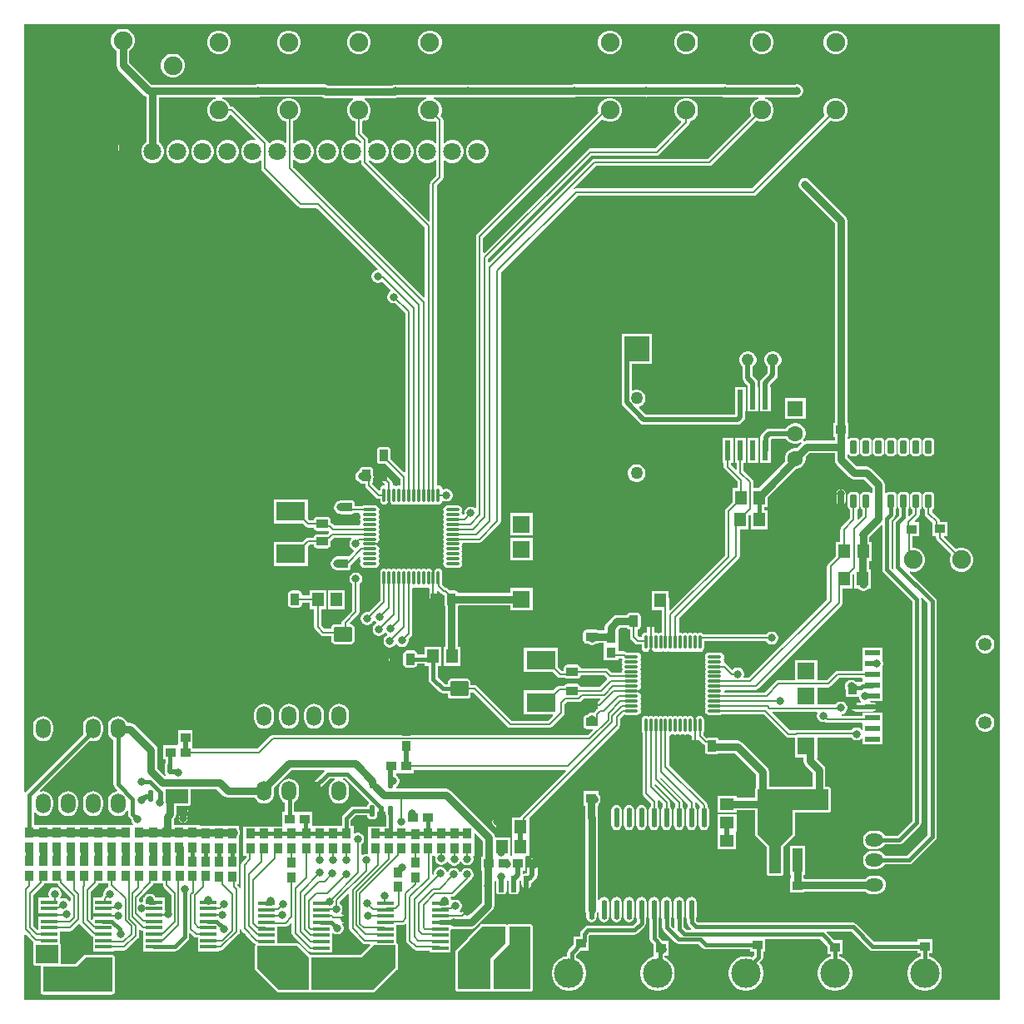
<source format=gtl>
G04*
G04 #@! TF.GenerationSoftware,Altium Limited,Altium Designer,21.9.2 (33)*
G04*
G04 Layer_Physical_Order=1*
G04 Layer_Color=255*
%FSTAX24Y24*%
%MOIN*%
G70*
G04*
G04 #@! TF.SameCoordinates,8777FA3C-9CA2-4F10-8BE3-E232CA162E6C*
G04*
G04*
G04 #@! TF.FilePolarity,Positive*
G04*
G01*
G75*
%ADD19C,0.0080*%
%ADD22R,0.0374X0.0394*%
G04:AMPARAMS|DCode=23|XSize=70.9mil|YSize=59.1mil|CornerRadius=3mil|HoleSize=0mil|Usage=FLASHONLY|Rotation=180.000|XOffset=0mil|YOffset=0mil|HoleType=Round|Shape=RoundedRectangle|*
%AMROUNDEDRECTD23*
21,1,0.0709,0.0531,0,0,180.0*
21,1,0.0650,0.0591,0,0,180.0*
1,1,0.0059,-0.0325,0.0266*
1,1,0.0059,0.0325,0.0266*
1,1,0.0059,0.0325,-0.0266*
1,1,0.0059,-0.0325,-0.0266*
%
%ADD23ROUNDEDRECTD23*%
G04:AMPARAMS|DCode=24|XSize=35.4mil|YSize=47.2mil|CornerRadius=3.5mil|HoleSize=0mil|Usage=FLASHONLY|Rotation=270.000|XOffset=0mil|YOffset=0mil|HoleType=Round|Shape=RoundedRectangle|*
%AMROUNDEDRECTD24*
21,1,0.0354,0.0402,0,0,270.0*
21,1,0.0283,0.0472,0,0,270.0*
1,1,0.0071,-0.0201,-0.0142*
1,1,0.0071,-0.0201,0.0142*
1,1,0.0071,0.0201,0.0142*
1,1,0.0071,0.0201,-0.0142*
%
%ADD24ROUNDEDRECTD24*%
%ADD25O,0.0200X0.0433*%
G04:AMPARAMS|DCode=26|XSize=20mil|YSize=43.3mil|CornerRadius=0mil|HoleSize=0mil|Usage=FLASHONLY|Rotation=180.000|XOffset=0mil|YOffset=0mil|HoleType=Round|Shape=Octagon|*
%AMOCTAGOND26*
4,1,8,0.0050,-0.0217,-0.0050,-0.0217,-0.0100,-0.0167,-0.0100,0.0167,-0.0050,0.0217,0.0050,0.0217,0.0100,0.0167,0.0100,-0.0167,0.0050,-0.0217,0.0*
%
%ADD26OCTAGOND26*%

%ADD27R,0.0394X0.0945*%
%ADD28R,0.1299X0.0945*%
%ADD29R,0.0650X0.0157*%
%ADD30R,0.0591X0.0394*%
%ADD31R,0.0591X0.0197*%
%ADD32R,0.0787X0.0394*%
%ADD33R,0.0394X0.0374*%
%ADD34O,0.0118X0.0571*%
%ADD35O,0.0571X0.0118*%
G04:AMPARAMS|DCode=36|XSize=51.6mil|YSize=24.4mil|CornerRadius=3.1mil|HoleSize=0mil|Usage=FLASHONLY|Rotation=90.000|XOffset=0mil|YOffset=0mil|HoleType=Round|Shape=RoundedRectangle|*
%AMROUNDEDRECTD36*
21,1,0.0516,0.0183,0,0,90.0*
21,1,0.0455,0.0244,0,0,90.0*
1,1,0.0061,0.0092,0.0227*
1,1,0.0061,0.0092,-0.0227*
1,1,0.0061,-0.0092,-0.0227*
1,1,0.0061,-0.0092,0.0227*
%
%ADD36ROUNDEDRECTD36*%
%ADD37R,0.0236X0.0787*%
%ADD38R,0.0472X0.0551*%
%ADD39R,0.0550X0.0500*%
G04:AMPARAMS|DCode=40|XSize=64.6mil|YSize=23.2mil|CornerRadius=2.9mil|HoleSize=0mil|Usage=FLASHONLY|Rotation=90.000|XOffset=0mil|YOffset=0mil|HoleType=Round|Shape=RoundedRectangle|*
%AMROUNDEDRECTD40*
21,1,0.0646,0.0174,0,0,90.0*
21,1,0.0588,0.0232,0,0,90.0*
1,1,0.0058,0.0087,0.0294*
1,1,0.0058,0.0087,-0.0294*
1,1,0.0058,-0.0087,-0.0294*
1,1,0.0058,-0.0087,0.0294*
%
%ADD40ROUNDEDRECTD40*%
G04:AMPARAMS|DCode=41|XSize=35.4mil|YSize=47.2mil|CornerRadius=3.5mil|HoleSize=0mil|Usage=FLASHONLY|Rotation=0.000|XOffset=0mil|YOffset=0mil|HoleType=Round|Shape=RoundedRectangle|*
%AMROUNDEDRECTD41*
21,1,0.0354,0.0402,0,0,0.0*
21,1,0.0283,0.0472,0,0,0.0*
1,1,0.0071,0.0142,-0.0201*
1,1,0.0071,-0.0142,-0.0201*
1,1,0.0071,-0.0142,0.0201*
1,1,0.0071,0.0142,0.0201*
%
%ADD41ROUNDEDRECTD41*%
%ADD42R,0.0984X0.0984*%
%ADD43R,0.0551X0.0472*%
%ADD44R,0.1161X0.0768*%
%ADD45O,0.0217X0.0800*%
G04:AMPARAMS|DCode=46|XSize=35.4mil|YSize=47.2mil|CornerRadius=1.8mil|HoleSize=0mil|Usage=FLASHONLY|Rotation=180.000|XOffset=0mil|YOffset=0mil|HoleType=Round|Shape=RoundedRectangle|*
%AMROUNDEDRECTD46*
21,1,0.0354,0.0437,0,0,180.0*
21,1,0.0319,0.0472,0,0,180.0*
1,1,0.0035,-0.0159,0.0219*
1,1,0.0035,0.0159,0.0219*
1,1,0.0035,0.0159,-0.0219*
1,1,0.0035,-0.0159,-0.0219*
%
%ADD46ROUNDEDRECTD46*%
%ADD85C,0.0200*%
%ADD86C,0.0150*%
%ADD87C,0.0300*%
%ADD88C,0.1181*%
%ADD89R,0.0709X0.0709*%
%ADD90C,0.0709*%
%ADD91R,0.0709X0.0709*%
%ADD92C,0.0531*%
%ADD93O,0.0591X0.0787*%
%ADD94R,0.0630X0.0630*%
%ADD95C,0.0630*%
%ADD96C,0.0750*%
%ADD97C,0.0480*%
G04:AMPARAMS|DCode=98|XSize=53.1mil|YSize=70.9mil|CornerRadius=0mil|HoleSize=0mil|Usage=FLASHONLY|Rotation=90.920|XOffset=0mil|YOffset=0mil|HoleType=Round|Shape=Round|*
%AMOVALD98*
21,1,0.0177,0.0531,0.0000,0.0000,180.9*
1,1,0.0531,0.0089,0.0001*
1,1,0.0531,-0.0089,-0.0001*
%
%ADD98OVALD98*%

G04:AMPARAMS|DCode=99|XSize=86.6mil|YSize=118.1mil|CornerRadius=0mil|HoleSize=0mil|Usage=FLASHONLY|Rotation=90.920|XOffset=0mil|YOffset=0mil|HoleType=Round|Shape=Octagon|*
%AMOCTAGOND99*
4,1,8,-0.0587,-0.0226,-0.0594,0.0207,-0.0381,0.0427,0.0367,0.0439,0.0587,0.0226,0.0594,-0.0207,0.0381,-0.0427,-0.0367,-0.0439,-0.0587,-0.0226,0.0*
%
%ADD99OCTAGOND99*%

%ADD100C,0.0315*%
%ADD101C,0.0500*%
G36*
X049217Y010153D02*
X010153D01*
Y01274D01*
X010199Y012759D01*
X010498Y01246D01*
X010522Y012429D01*
X010506Y012389D01*
X010498Y01235D01*
Y0116D01*
X010506Y011561D01*
X010528Y011528D01*
X010561Y011506D01*
X0106Y011498D01*
X010803D01*
X010818Y01148D01*
Y01046D01*
X010826Y010421D01*
X010848Y010388D01*
X010881Y010366D01*
X01092Y010358D01*
X01365D01*
X013689Y010366D01*
X013722Y010388D01*
X013752Y010418D01*
X013774Y010451D01*
X013782Y01049D01*
Y01185D01*
X013774Y011889D01*
X013752Y011922D01*
X013719Y011944D01*
X01368Y011952D01*
X012672D01*
X012669Y011954D01*
X01263Y011962D01*
X012591Y011954D01*
X012558Y011932D01*
X012208Y011582D01*
X011617D01*
X011602Y0116D01*
Y01235D01*
X011594Y012389D01*
X011572Y012422D01*
X011564Y012427D01*
Y012887D01*
X011985D01*
X011985Y012887D01*
X012039Y012898D01*
X012086Y012929D01*
X012326Y013169D01*
X012391Y013163D01*
X012397Y013154D01*
X012841Y01271D01*
X012841Y01271D01*
X012887Y012679D01*
X0129Y012676D01*
Y012339D01*
Y012083D01*
X013749D01*
Y012119D01*
X014156D01*
X014156Y012119D01*
X014211Y01213D01*
X014257Y012161D01*
X014701Y012605D01*
X014701Y012605D01*
X014732Y012651D01*
X014743Y012705D01*
Y01294D01*
X014789Y012959D01*
X014794Y012954D01*
X014794Y012954D01*
X01484Y012923D01*
X014895Y012912D01*
X014915Y01287D01*
Y012595D01*
Y012339D01*
Y012083D01*
X015764D01*
Y012083D01*
X016172D01*
X01624Y012097D01*
X016298Y012136D01*
X016696Y012534D01*
X016696Y012534D01*
X016735Y012592D01*
X016748Y01266D01*
X016748Y01266D01*
Y012794D01*
X016795Y012813D01*
X016935Y012673D01*
X016935Y012673D01*
X016982Y012642D01*
X017036Y012631D01*
X017036Y012631D01*
X0171D01*
Y012339D01*
Y012083D01*
X017949D01*
Y012119D01*
X018016D01*
X018016Y012119D01*
X01807Y01213D01*
X018117Y012161D01*
X018731Y012775D01*
X018731Y012775D01*
X018762Y012822D01*
X018773Y012876D01*
X018773Y012876D01*
Y012978D01*
X018823Y012983D01*
X018828Y012956D01*
X018859Y01291D01*
X019355Y012414D01*
X019355Y012414D01*
X019367Y012406D01*
X019396Y012359D01*
X019388Y01232D01*
Y01139D01*
X019396Y011351D01*
X019418Y011318D01*
X020268Y010468D01*
X020301Y010446D01*
X02034Y010438D01*
X02155Y010438D01*
X021589Y010446D01*
X021595Y01045D01*
X021601Y010446D01*
X02164Y010438D01*
X02412D01*
X024159Y010446D01*
X024192Y010468D01*
X025082Y011358D01*
X025104Y011391D01*
X025112Y01143D01*
Y01233D01*
X025104Y012369D01*
X025082Y012402D01*
X025049Y012424D01*
X025034Y012427D01*
Y012811D01*
Y013141D01*
X025294D01*
X025294Y013141D01*
X025349Y013152D01*
X025395Y013183D01*
X025401Y013189D01*
X025447Y01317D01*
Y01252D01*
X025447Y01252D01*
X025458Y012465D01*
X025489Y012419D01*
X025749Y01216D01*
X025749Y01216D01*
X025795Y012129D01*
X025849Y012118D01*
X025849Y012118D01*
X02637D01*
Y012043D01*
X027219D01*
Y012299D01*
Y012555D01*
Y012951D01*
X027269Y01299D01*
X027296Y012983D01*
X027364D01*
X027374Y012985D01*
X02804D01*
X028138Y013004D01*
X02822Y01306D01*
X028901Y01374D01*
X028956Y013823D01*
X028976Y013921D01*
Y014678D01*
X028978Y014688D01*
Y014756D01*
X028976Y014765D01*
Y014873D01*
X029026Y014898D01*
X029031Y014893D01*
Y014494D01*
X029041Y014443D01*
X02907Y014401D01*
X029113Y014372D01*
X029163Y014362D01*
X029337D01*
X029387Y014372D01*
X02943Y014401D01*
X029459Y014443D01*
X029469Y014494D01*
Y014907D01*
X029481Y014919D01*
X029531Y014896D01*
Y014494D01*
X029541Y014443D01*
X02957Y014401D01*
X029613Y014372D01*
X029663Y014362D01*
X029837D01*
X029887Y014372D01*
X02993Y014401D01*
X029959Y014443D01*
X029969Y014494D01*
Y014897D01*
X029999Y014921D01*
X030046Y0149D01*
Y014787D01*
X030062Y014709D01*
X030106Y014643D01*
X030172Y014599D01*
X03025Y014583D01*
X030328Y014599D01*
X030394Y014643D01*
X030438Y014709D01*
X030454Y014787D01*
Y014823D01*
X030518Y014866D01*
X030635Y014983D01*
X030635Y014983D01*
X030679Y015049D01*
X030694Y015127D01*
Y01559D01*
X030679Y015668D01*
X030635Y015734D01*
X030569Y015778D01*
X030491Y015794D01*
X030413Y015778D01*
X030346Y015734D01*
X030302Y015668D01*
X030287Y01559D01*
Y015214D01*
X030266D01*
X030188Y015199D01*
X030154Y015176D01*
X030104Y015203D01*
Y015313D01*
X030197D01*
X030197Y015887D01*
X030241Y0159D01*
X030362D01*
Y016652D01*
X030362D01*
Y0167D01*
X030362D01*
Y01744D01*
X033961Y021039D01*
X033992Y021085D01*
X034003Y02114D01*
X034003Y02114D01*
Y021405D01*
X034165Y021567D01*
X034169D01*
X03423Y021555D01*
X034683D01*
X034745Y021567D01*
X034798Y021603D01*
X034833Y021655D01*
X034845Y021717D01*
X034833Y021779D01*
X034809Y021816D01*
X034833Y021852D01*
X034845Y021914D01*
X034833Y021976D01*
X034809Y022013D01*
X034833Y022049D01*
X034845Y022111D01*
X034833Y022173D01*
X034809Y022209D01*
X034833Y022246D01*
X034845Y022308D01*
X034833Y02237D01*
X034798Y022423D01*
X034745Y022458D01*
X034683Y02247D01*
X034639D01*
X034617Y022505D01*
X034639Y022539D01*
X034683D01*
X034745Y022552D01*
X034798Y022587D01*
X034833Y02264D01*
X034845Y022702D01*
X034833Y022764D01*
X034809Y0228D01*
X034833Y022836D01*
X034845Y022898D01*
X034833Y02296D01*
X034809Y022997D01*
X034833Y023033D01*
X034845Y023095D01*
X034833Y023157D01*
X034809Y023194D01*
X034833Y02323D01*
X034845Y023292D01*
X034833Y023354D01*
X034809Y023391D01*
X034833Y023427D01*
X034845Y023489D01*
X034833Y023551D01*
X034809Y023587D01*
X034833Y023624D01*
X034845Y023686D01*
X034833Y023748D01*
X034809Y023784D01*
X034833Y023821D01*
X034845Y023883D01*
X034833Y023945D01*
X034798Y023997D01*
X034745Y024032D01*
X034683Y024045D01*
X034278D01*
X034265Y024057D01*
X034219Y024088D01*
X034164Y024099D01*
X034164Y024099D01*
X033927D01*
Y024348D01*
Y024942D01*
X033927D01*
X033938Y024988D01*
X033996Y025045D01*
X034282D01*
X034311Y025002D01*
X034356Y024972D01*
X034408Y024961D01*
Y024669D01*
X034408Y024669D01*
X034419Y024615D01*
X03445Y024568D01*
X034599Y024419D01*
X034599Y024419D01*
X034645Y024388D01*
X0347Y024377D01*
X034875D01*
Y024237D01*
X034887Y024175D01*
X034923Y024122D01*
X034975Y024087D01*
X035037Y024075D01*
X035099Y024087D01*
X035152Y024122D01*
X035187Y024175D01*
X035199Y024237D01*
Y024281D01*
X035234Y024303D01*
X035269Y024281D01*
Y024237D01*
X035281Y024175D01*
X035316Y024122D01*
X035369Y024087D01*
X035431Y024075D01*
X035493Y024087D01*
X035529Y024111D01*
X035566Y024087D01*
X035628Y024075D01*
X03569Y024087D01*
X035726Y024111D01*
X035763Y024087D01*
X035825Y024075D01*
X035887Y024087D01*
X035923Y024111D01*
X03596Y024087D01*
X036022Y024075D01*
X036084Y024087D01*
X03612Y024111D01*
X036156Y024087D01*
X036218Y024075D01*
X03628Y024087D01*
X036317Y024111D01*
X036353Y024087D01*
X036415Y024075D01*
X036477Y024087D01*
X036514Y024111D01*
X03655Y024087D01*
X036612Y024075D01*
X036674Y024087D01*
X036711Y024111D01*
X036747Y024087D01*
X036809Y024075D01*
X036871Y024087D01*
X036907Y024111D01*
X036944Y024087D01*
X037006Y024075D01*
X037068Y024087D01*
X037104Y024111D01*
X037141Y024087D01*
X037203Y024075D01*
X037265Y024087D01*
X037317Y024122D01*
X037352Y024175D01*
X037365Y024237D01*
Y024503D01*
X039856D01*
X039874Y024472D01*
X039922Y024424D01*
X039981Y02439D01*
X040046Y024373D01*
X040114D01*
X040179Y02439D01*
X040238Y024424D01*
X040286Y024472D01*
X04032Y024531D01*
X040337Y024596D01*
Y024664D01*
X04032Y024729D01*
X040286Y024788D01*
X040238Y024836D01*
X040179Y02487D01*
X040114Y024887D01*
X040046D01*
X039981Y02487D01*
X039922Y024836D01*
X039875Y024789D01*
X037328D01*
X037317Y024804D01*
X037265Y02484D01*
X037203Y024852D01*
X037141Y02484D01*
X037104Y024815D01*
X037068Y02484D01*
X037006Y024852D01*
X036944Y02484D01*
X036907Y024815D01*
X036871Y02484D01*
X036809Y024852D01*
X036747Y02484D01*
X036711Y024815D01*
X036674Y02484D01*
X036612Y024852D01*
X03655Y02484D01*
X036514Y024815D01*
X036477Y02484D01*
X036415Y024852D01*
X0364Y024849D01*
X036361Y024881D01*
Y025419D01*
X038751Y027809D01*
X038751Y027809D01*
X038782Y027855D01*
X038793Y02791D01*
Y02899D01*
X039154D01*
Y029533D01*
X039182Y029556D01*
X03923Y029535D01*
Y02899D01*
X039902D01*
Y029742D01*
X039764D01*
Y02988D01*
X039922D01*
Y030271D01*
X041056Y031405D01*
X041075D01*
X04118Y031433D01*
X041275Y031488D01*
X041352Y031565D01*
X041407Y03166D01*
X041435Y031765D01*
Y031874D01*
X041591Y03203D01*
X042595D01*
Y03176D01*
X042614Y031662D01*
X04267Y03158D01*
X04319Y03106D01*
X043272Y031005D01*
X04337Y030985D01*
X043764D01*
X044095Y030654D01*
Y030442D01*
X044045Y030427D01*
X044036Y030441D01*
X043992Y03047D01*
X043942Y03048D01*
X043758D01*
X043708Y03047D01*
X043664Y030441D01*
X043636Y030398D01*
X043625Y030347D01*
Y029893D01*
X043636Y029842D01*
X043664Y029799D01*
X043707Y02977D01*
Y02954D01*
X043543Y029376D01*
X043493Y029396D01*
Y02977D01*
X043536Y029799D01*
X043564Y029842D01*
X043575Y029893D01*
Y030347D01*
X043564Y030398D01*
X043536Y030441D01*
X043492Y03047D01*
X043442Y03048D01*
X043258D01*
X043208Y03047D01*
X043164Y030441D01*
X043136Y030398D01*
X043125Y030347D01*
Y029893D01*
X043136Y029842D01*
X043164Y029799D01*
X043207Y02977D01*
Y029419D01*
X042859Y029071D01*
X042828Y029025D01*
X042817Y02897D01*
X042817Y02897D01*
Y028472D01*
X042652D01*
Y027922D01*
X042329Y0276D01*
X042298Y027554D01*
X042287Y027499D01*
X042287Y027499D01*
Y026169D01*
X039159Y023041D01*
X038971D01*
X038946Y023084D01*
X03895Y023091D01*
X038967Y023156D01*
Y023224D01*
X03895Y023289D01*
X038916Y023348D01*
X038868Y023396D01*
X038809Y02343D01*
X038744Y023447D01*
X038676D01*
X038611Y02343D01*
X038552Y023396D01*
X038514Y023358D01*
X038282Y02359D01*
X038236Y023621D01*
X038181Y023632D01*
X038171Y023681D01*
X038172Y023686D01*
X03816Y023748D01*
X038135Y023784D01*
X03816Y023821D01*
X038172Y023883D01*
X03816Y023945D01*
X038124Y023997D01*
X038072Y024032D01*
X03801Y024045D01*
X037557D01*
X037495Y024032D01*
X037442Y023997D01*
X037407Y023945D01*
X037395Y023883D01*
X037407Y023821D01*
X037431Y023784D01*
X037407Y023748D01*
X037395Y023686D01*
X037407Y023624D01*
X037431Y023587D01*
X037407Y023551D01*
X037395Y023489D01*
X037407Y023427D01*
X037431Y023391D01*
X037407Y023354D01*
X037395Y023292D01*
X037407Y02323D01*
X037431Y023194D01*
X037407Y023157D01*
X037395Y023095D01*
X037407Y023033D01*
X037431Y022997D01*
X037407Y02296D01*
X037395Y022898D01*
X037407Y022836D01*
X037431Y0228D01*
X037407Y022764D01*
X037395Y022702D01*
X037407Y02264D01*
X037431Y022603D01*
X037407Y022567D01*
X037395Y022505D01*
X037407Y022443D01*
X037431Y022406D01*
X037407Y02237D01*
X037395Y022308D01*
X037407Y022246D01*
X037431Y022209D01*
X037407Y022173D01*
X037395Y022111D01*
X037407Y022049D01*
X037431Y022013D01*
X037407Y021976D01*
X037395Y021914D01*
X037407Y021852D01*
X037431Y021816D01*
X037407Y021779D01*
X037395Y021717D01*
X037407Y021655D01*
X037442Y021603D01*
X037495Y021567D01*
X037557Y021555D01*
X03801D01*
X038072Y021567D01*
X038082Y021575D01*
X039764D01*
X040649Y020689D01*
X040649Y020689D01*
X040695Y020658D01*
X04075Y020647D01*
X04075Y020647D01*
X040996D01*
Y019846D01*
X041345D01*
Y01972D01*
X041364Y019622D01*
X04142Y01954D01*
X041715Y019244D01*
Y018672D01*
X039965D01*
Y01928D01*
X039945Y019378D01*
X03989Y01946D01*
X038892Y020458D01*
X038809Y020514D01*
X038712Y020533D01*
X037963D01*
X037959Y020554D01*
X037929Y020598D01*
X037884Y020628D01*
X037831Y020639D01*
X037548D01*
X037495Y020628D01*
X037488Y020624D01*
X037353Y020759D01*
Y020849D01*
X037365Y02091D01*
Y021363D01*
X037352Y021425D01*
X037317Y021478D01*
X037265Y021513D01*
X037203Y021525D01*
X037141Y021513D01*
X037088Y021478D01*
X037053Y021425D01*
X037041Y021363D01*
Y021319D01*
X037006Y021297D01*
X036971Y021319D01*
Y021363D01*
X036959Y021425D01*
X036924Y021478D01*
X036871Y021513D01*
X036809Y021525D01*
X036747Y021513D01*
X036711Y021489D01*
X036674Y021513D01*
X036612Y021525D01*
X03655Y021513D01*
X036514Y021489D01*
X036477Y021513D01*
X036415Y021525D01*
X036353Y021513D01*
X036317Y021489D01*
X03628Y021513D01*
X036218Y021525D01*
X036156Y021513D01*
X03612Y021489D01*
X036084Y021513D01*
X036022Y021525D01*
X03596Y021513D01*
X035923Y021489D01*
X035887Y021513D01*
X035825Y021525D01*
X035763Y021513D01*
X035726Y021489D01*
X03569Y021513D01*
X035628Y021525D01*
X035566Y021513D01*
X035529Y021489D01*
X035493Y021513D01*
X035431Y021525D01*
X035369Y021513D01*
X035333Y021489D01*
X035296Y021513D01*
X035234Y021525D01*
X035172Y021513D01*
X035136Y021489D01*
X035099Y021513D01*
X035037Y021525D01*
X034975Y021513D01*
X034923Y021478D01*
X034887Y021425D01*
X034875Y021363D01*
Y02091D01*
X034887Y020848D01*
X034895Y020838D01*
Y018423D01*
X034895Y018423D01*
X034905Y018368D01*
X034936Y018322D01*
X035237Y018021D01*
Y017901D01*
X03521Y017882D01*
X035164Y017814D01*
X035148Y017732D01*
Y017149D01*
X035164Y017068D01*
X03521Y016999D01*
X035279Y016953D01*
X03536Y016936D01*
X035441Y016953D01*
X03551Y016999D01*
X035556Y017068D01*
X035572Y017149D01*
Y017732D01*
X035556Y017814D01*
X035523Y017864D01*
Y01808D01*
X035517Y018111D01*
X035563Y018135D01*
X035717Y017981D01*
Y017887D01*
X03571Y017882D01*
X035664Y017814D01*
X035648Y017732D01*
Y017149D01*
X035664Y017068D01*
X03571Y016999D01*
X035779Y016953D01*
X03586Y016936D01*
X035941Y016953D01*
X03601Y016999D01*
X036056Y017068D01*
X036072Y017149D01*
Y017732D01*
X036056Y017814D01*
X03601Y017882D01*
X036003Y017887D01*
Y01804D01*
X036003Y01804D01*
X035992Y018095D01*
X035961Y018141D01*
X035382Y01872D01*
X035386Y018754D01*
X035435Y018773D01*
X036217Y017991D01*
Y017887D01*
X03621Y017882D01*
X036164Y017814D01*
X036148Y017732D01*
Y017149D01*
X036164Y017068D01*
X03621Y016999D01*
X036279Y016953D01*
X03636Y016936D01*
X036441Y016953D01*
X03651Y016999D01*
X036556Y017068D01*
X036572Y017149D01*
Y017732D01*
X036556Y017814D01*
X03651Y017882D01*
X036503Y017887D01*
Y01805D01*
X036503Y01805D01*
X036492Y018105D01*
X036461Y018151D01*
X036461Y018151D01*
X035604Y019008D01*
X035605Y019012D01*
X035659Y019029D01*
X036717Y017971D01*
Y017887D01*
X03671Y017882D01*
X036664Y017814D01*
X036648Y017732D01*
Y017149D01*
X036664Y017068D01*
X03671Y016999D01*
X036779Y016953D01*
X03686Y016936D01*
X036941Y016953D01*
X03701Y016999D01*
X037056Y017068D01*
X037072Y017149D01*
Y017732D01*
X037056Y017814D01*
X03701Y017882D01*
X037003Y017887D01*
Y01803D01*
X037002Y018036D01*
X037048Y01806D01*
X037183Y017925D01*
X03721Y017882D01*
X037164Y017814D01*
X037148Y017732D01*
Y017149D01*
X037164Y017068D01*
X03721Y016999D01*
X037279Y016953D01*
X03736Y016936D01*
X037441Y016953D01*
X03751Y016999D01*
X037556Y017068D01*
X037572Y017149D01*
Y017732D01*
X037556Y017814D01*
X03751Y017882D01*
X037503Y017887D01*
Y01795D01*
X037503Y01795D01*
X037492Y018005D01*
X037461Y018051D01*
X037461Y018051D01*
X035967Y019544D01*
Y020719D01*
X036006Y020751D01*
X036022Y020748D01*
X036084Y02076D01*
X03612Y020785D01*
X036156Y02076D01*
X036218Y020748D01*
X03628Y02076D01*
X036317Y020785D01*
X036353Y02076D01*
X036415Y020748D01*
X036477Y02076D01*
X036514Y020785D01*
X03655Y02076D01*
X036612Y020748D01*
X036674Y02076D01*
X036711Y020785D01*
X036747Y02076D01*
X036809Y020748D01*
X036824Y020751D01*
X036863Y020719D01*
Y020314D01*
X036863Y020314D01*
X036874Y02026D01*
X036905Y020213D01*
X036919Y020199D01*
X036965Y020168D01*
X03702Y020157D01*
X037075Y020168D01*
X037121Y020199D01*
X037152Y020245D01*
X037163Y0203D01*
X037152Y020355D01*
X037149Y02036D01*
Y020494D01*
X037195Y020513D01*
X037348Y020361D01*
X037348Y020361D01*
X037394Y02033D01*
X037409Y020327D01*
Y020099D01*
X03742Y020046D01*
X03745Y020002D01*
X037495Y019972D01*
X037548Y019961D01*
X037831D01*
X037884Y019972D01*
X037929Y020002D01*
X037943Y020023D01*
X038606D01*
X039455Y019174D01*
Y018647D01*
X039448Y018642D01*
X039426Y018609D01*
X039418Y01857D01*
Y018241D01*
X03866D01*
Y018322D01*
X037908D01*
Y01765D01*
X03866D01*
Y017731D01*
X039418D01*
X039418Y01677D01*
X039426Y016731D01*
X039448Y016698D01*
X039868Y016278D01*
Y01521D01*
X039876Y015171D01*
X039898Y015138D01*
X039931Y015116D01*
X03997Y015108D01*
X04044D01*
X040479Y015116D01*
X040512Y015138D01*
X040534Y015171D01*
X040542Y01521D01*
Y016278D01*
X040972Y016708D01*
X040994Y016741D01*
X041002Y01678D01*
Y017638D01*
X04234D01*
X042379Y017646D01*
X042412Y017668D01*
X042434Y017701D01*
X042442Y01774D01*
Y01857D01*
X042434Y018609D01*
X042412Y018642D01*
X042379Y018664D01*
X04234Y018672D01*
X042225D01*
Y01935D01*
X042206Y019448D01*
X04215Y01953D01*
X041885Y019796D01*
X041904Y019846D01*
X041904D01*
Y020652D01*
X043253D01*
X043264Y020632D01*
X043312Y020584D01*
X043371Y02055D01*
X043436Y020533D01*
X043504D01*
X043569Y02055D01*
X043628Y020584D01*
X043668Y020624D01*
X0437Y020618D01*
X043718Y020606D01*
Y020373D01*
X044509D01*
Y02077D01*
X044509D01*
Y020806D01*
X044509D01*
Y021203D01*
X044509Y021203D01*
Y021239D01*
X044509D01*
X044509Y021253D01*
Y021636D01*
X043718D01*
Y021523D01*
X042874D01*
X042874Y021573D01*
X042939Y02159D01*
X042998Y021624D01*
X043046Y021672D01*
X04308Y021731D01*
X043097Y021796D01*
Y021864D01*
X04308Y021929D01*
X043046Y021988D01*
X042998Y022036D01*
X042939Y02207D01*
X042874Y022087D01*
X042806D01*
X042741Y02207D01*
X042682Y022036D01*
X042634Y021988D01*
X042623Y021968D01*
X041904D01*
Y022652D01*
X042335D01*
X042335Y022652D01*
X04239Y022663D01*
X042436Y022694D01*
X042769Y023027D01*
X043683D01*
X043718Y022991D01*
X043718Y022935D01*
X043703Y022891D01*
X043635Y022878D01*
X043607Y022872D01*
Y022872D01*
X043607Y022872D01*
X043452D01*
X043418Y022906D01*
X043359Y02294D01*
X043294Y022957D01*
X043226D01*
X043161Y02294D01*
X043102Y022906D01*
X043068Y022872D01*
X043033D01*
Y022822D01*
X04302Y022799D01*
X043003Y022734D01*
Y022666D01*
X04302Y022601D01*
X043033Y022578D01*
Y022278D01*
X043563D01*
Y022266D01*
X04358Y022201D01*
X043614Y022142D01*
X043657Y022099D01*
X043654Y022078D01*
X04364Y022049D01*
X043506D01*
X043451Y022104D01*
X043446Y022111D01*
X043388Y02215D01*
X04332Y022163D01*
X043252Y02215D01*
X043194Y022111D01*
X043155Y022053D01*
X043142Y021985D01*
Y021982D01*
X043155Y021914D01*
X043194Y021856D01*
X043306Y021744D01*
X043306Y021744D01*
X043364Y021705D01*
X043432Y021692D01*
X044114D01*
X044182Y021705D01*
X04424Y021744D01*
X044279Y021802D01*
X044292Y02187D01*
X044279Y021939D01*
X04424Y021996D01*
X044182Y022035D01*
X044114Y022049D01*
X044051D01*
X044021Y022099D01*
X044032Y022105D01*
X044509D01*
Y022502D01*
X044509D01*
Y022538D01*
X044509D01*
Y022921D01*
X044509Y022935D01*
Y022971D01*
X044509Y022985D01*
Y023368D01*
X044509Y023368D01*
Y023404D01*
X044509D01*
X044509Y023418D01*
Y023499D01*
X04451Y023501D01*
X044527Y023566D01*
Y023634D01*
X04451Y023699D01*
X044509Y023701D01*
Y023787D01*
X044509Y023801D01*
X044509D01*
Y023837D01*
X044509D01*
Y024234D01*
X043718D01*
Y023837D01*
X043718Y023837D01*
Y023801D01*
X043718D01*
X043718Y023787D01*
Y023418D01*
X043718Y023404D01*
X043718D01*
Y023368D01*
X043718D01*
Y023312D01*
X04271D01*
X04271Y023312D01*
X042655Y023301D01*
X042609Y02327D01*
X042609Y02327D01*
X042276Y022938D01*
X041904D01*
Y023754D01*
X040996D01*
Y022938D01*
X040355D01*
X040355Y022938D01*
X0403Y022927D01*
X040254Y022896D01*
X040254Y022896D01*
X039809Y022451D01*
X038201D01*
X038169Y022489D01*
X038172Y022505D01*
X038169Y02252D01*
X038201Y022559D01*
X039432D01*
X039432Y022559D01*
X039486Y02257D01*
X039533Y022601D01*
X042881Y025949D01*
X042881Y025949D01*
X042912Y025996D01*
X042923Y02605D01*
Y02662D01*
X043304D01*
Y027163D01*
X043332Y027186D01*
X04338Y027165D01*
Y02662D01*
X043535D01*
X043582Y026574D01*
X043641Y02654D01*
X043706Y026523D01*
X043774D01*
X043839Y02654D01*
X043898Y026574D01*
X043945Y02662D01*
X044052D01*
Y027372D01*
X043971D01*
Y02772D01*
X044072D01*
Y028472D01*
X043985D01*
Y028674D01*
X044465Y029155D01*
X044512Y029136D01*
Y02736D01*
X044525Y027292D01*
X044564Y027234D01*
X045712Y026086D01*
Y017314D01*
X045116Y016718D01*
X044605D01*
X044595Y016741D01*
X044535Y016816D01*
X044458Y016874D01*
X044368Y016909D01*
X044273Y01692D01*
X044096Y016917D01*
X044Y016903D01*
X043912Y016865D01*
X043836Y016805D01*
X043779Y016728D01*
X043744Y016638D01*
X043733Y016543D01*
X043747Y016447D01*
X043785Y016359D01*
X043845Y016284D01*
X043922Y016226D01*
X044012Y016191D01*
X044107Y01618D01*
X044284Y016183D01*
X04438Y016197D01*
X044468Y016235D01*
X044544Y016295D01*
X044593Y016362D01*
X04519D01*
X045258Y016375D01*
X045316Y016414D01*
X046016Y017114D01*
X046016Y017114D01*
X046055Y017172D01*
X046068Y01724D01*
Y02616D01*
X046056Y026221D01*
X046075Y026238D01*
X046098Y02625D01*
X046322Y026026D01*
Y016734D01*
X045506Y015918D01*
X044605D01*
X044595Y015941D01*
X044535Y016016D01*
X044458Y016074D01*
X044368Y016109D01*
X044273Y01612D01*
X044096Y016117D01*
X044Y016103D01*
X043912Y016065D01*
X043836Y016005D01*
X043779Y015928D01*
X043744Y015838D01*
X043733Y015743D01*
X043747Y015647D01*
X043785Y015559D01*
X043845Y015484D01*
X043922Y015426D01*
X044012Y015391D01*
X044107Y01538D01*
X044284Y015383D01*
X04438Y015397D01*
X044468Y015435D01*
X044544Y015495D01*
X044593Y015562D01*
X04558D01*
X045648Y015575D01*
X045706Y015614D01*
X046626Y016534D01*
X046626Y016534D01*
X046665Y016592D01*
X046678Y01666D01*
Y0261D01*
X046678Y0261D01*
X046665Y026168D01*
X046626Y026226D01*
X046626Y026226D01*
X045597Y027255D01*
X045623Y0273D01*
X045678Y027285D01*
X045803D01*
X045924Y027317D01*
X046033Y02738D01*
X046121Y027468D01*
X046184Y027577D01*
X046216Y027697D01*
Y027823D01*
X046184Y027943D01*
X046121Y028052D01*
X046033Y02814D01*
X045924Y028203D01*
X045803Y028235D01*
X045703D01*
Y028703D01*
X045972D01*
Y029277D01*
X045824D01*
X045805Y029323D01*
X045951Y029469D01*
X045951Y029469D01*
X045982Y029515D01*
X045993Y02957D01*
X045993Y02957D01*
Y02977D01*
X046036Y029799D01*
X046064Y029842D01*
X046075Y029893D01*
Y030347D01*
X046064Y030398D01*
X046036Y030441D01*
X045992Y03047D01*
X045942Y03048D01*
X045758D01*
X045708Y03047D01*
X045664Y030441D01*
X045636Y030398D01*
X045625Y030347D01*
Y029893D01*
X045636Y029842D01*
X045664Y029799D01*
X045707Y02977D01*
Y029629D01*
X045578Y0295D01*
X045528Y029521D01*
Y029794D01*
X045536Y029799D01*
X045564Y029842D01*
X045575Y029893D01*
Y030347D01*
X045564Y030398D01*
X045536Y030441D01*
X045492Y03047D01*
X045442Y03048D01*
X045258D01*
X045208Y03047D01*
X045164Y030441D01*
X045136Y030398D01*
X045125Y030347D01*
Y029893D01*
X045136Y029842D01*
X045164Y029799D01*
X045172Y029794D01*
Y029544D01*
X044994Y029366D01*
X044955Y029308D01*
X044942Y02924D01*
Y02748D01*
X044954Y027419D01*
X044935Y027402D01*
X044912Y02739D01*
X044868Y027434D01*
Y029336D01*
X044976Y029444D01*
X045015Y029502D01*
X045028Y02957D01*
Y029794D01*
X045036Y029799D01*
X045064Y029842D01*
X045075Y029893D01*
Y030347D01*
X045064Y030398D01*
X045036Y030441D01*
X044992Y03047D01*
X044942Y03048D01*
X044758D01*
X044708Y03047D01*
X044664Y030441D01*
X044655Y030427D01*
X044605Y030442D01*
Y03076D01*
X044585Y030858D01*
X04453Y03094D01*
X04405Y03142D01*
X043968Y031476D01*
X04387Y031495D01*
X043476D01*
X043105Y031866D01*
Y031963D01*
X043155Y031978D01*
X043164Y031964D01*
X043208Y031935D01*
X043258Y031925D01*
X043442D01*
X043492Y031935D01*
X043536Y031964D01*
X043564Y032007D01*
X043575Y032058D01*
Y032513D01*
X043564Y032564D01*
X043536Y032607D01*
X043492Y032636D01*
X043442Y032646D01*
X043258D01*
X043208Y032636D01*
X043164Y032607D01*
X043157Y032596D01*
X043107Y032611D01*
Y032683D01*
X043152D01*
Y033257D01*
X043105D01*
Y04134D01*
X043085Y041438D01*
X04303Y04152D01*
X041611Y042939D01*
X041606Y042948D01*
X041558Y042996D01*
X041499Y04303D01*
X041434Y043047D01*
X041366D01*
X041301Y04303D01*
X041242Y042996D01*
X041194Y042948D01*
X04116Y042889D01*
X041143Y042824D01*
Y042756D01*
X04116Y042691D01*
X041194Y042632D01*
X041242Y042584D01*
X041251Y042579D01*
X042595Y041234D01*
Y033257D01*
X042558D01*
Y032683D01*
X042595D01*
Y03254D01*
X041485D01*
X041388Y032521D01*
X041359Y032502D01*
X041328Y032541D01*
X041352Y032565D01*
X041407Y03266D01*
X041435Y032765D01*
Y032875D01*
X041407Y03298D01*
X041352Y033075D01*
X041275Y033152D01*
X04118Y033207D01*
X041075Y033235D01*
X040965D01*
X04086Y033207D01*
X040765Y033152D01*
X040688Y033075D01*
X040659Y033024D01*
X03998D01*
X039902Y033008D01*
X039836Y032964D01*
X039683Y032812D01*
X039639Y032746D01*
X039624Y032667D01*
Y032637D01*
X039598D01*
Y03165D01*
X040034D01*
Y032585D01*
X040064Y032616D01*
X040659D01*
X040688Y032565D01*
X040765Y032488D01*
X04086Y032433D01*
X040965Y032405D01*
X041075D01*
X04118Y032433D01*
X041232Y032463D01*
X041263Y032423D01*
X041074Y032235D01*
X040965D01*
X04086Y032207D01*
X040765Y032152D01*
X040688Y032075D01*
X040633Y03198D01*
X040605Y031875D01*
Y031765D01*
X040624Y031694D01*
X039561Y030632D01*
X039353D01*
Y03086D01*
X039342Y030915D01*
X039311Y030961D01*
X039311Y030961D01*
X038958Y031313D01*
Y03165D01*
X039034D01*
Y032637D01*
X038598D01*
Y03165D01*
X038673D01*
Y031384D01*
X038627Y031365D01*
X038443Y031549D01*
Y03165D01*
X038534D01*
Y032637D01*
X038098D01*
Y03165D01*
X038157D01*
Y03149D01*
X038157Y03149D01*
X038168Y031435D01*
X038199Y031389D01*
X038695Y030893D01*
Y030632D01*
X038502D01*
Y030082D01*
X038239Y02982D01*
X038208Y029774D01*
X038197Y029719D01*
X038197Y029719D01*
Y027939D01*
X036014Y025756D01*
X035967Y025775D01*
Y026205D01*
X035957Y02626D01*
X035956Y02626D01*
Y026506D01*
X035284D01*
Y025754D01*
X035682D01*
Y024881D01*
X035643Y024849D01*
X035628Y024852D01*
X035566Y02484D01*
X035529Y024815D01*
X035493Y02484D01*
X035431Y024852D01*
X035416Y024849D01*
X035377Y024881D01*
Y025286D01*
X035377Y025286D01*
X035366Y02534D01*
X035335Y025387D01*
X035335Y025387D01*
X035321Y025401D01*
X035275Y025432D01*
X03522Y025443D01*
X035165Y025432D01*
X035119Y025401D01*
X035088Y025355D01*
X035077Y0253D01*
X035088Y025245D01*
X035091Y02524D01*
Y024881D01*
X035053Y024849D01*
X035037Y024852D01*
X034975Y02484D01*
X034923Y024804D01*
X034887Y024752D01*
X034875Y02469D01*
Y024663D01*
X034759D01*
X034693Y024728D01*
Y024961D01*
X034745Y024972D01*
X03479Y025002D01*
X03482Y025046D01*
X034831Y025099D01*
Y025501D01*
X03482Y025554D01*
X03479Y025598D01*
X034745Y025628D01*
X034692Y025639D01*
X034409D01*
X034356Y025628D01*
X034311Y025598D01*
X034282Y025555D01*
X03389D01*
X033792Y025536D01*
X03371Y02548D01*
X03346Y02523D01*
X033405Y025148D01*
X033385Y02505D01*
Y024942D01*
X033138D01*
X033114Y024959D01*
X033061Y024969D01*
X032659D01*
X032606Y024959D01*
X032562Y024929D01*
X032532Y024884D01*
X032521Y024831D01*
Y024548D01*
X032532Y024495D01*
X032562Y02445D01*
X032606Y02442D01*
X032659Y024409D01*
X032696D01*
X032712Y024394D01*
X032771Y02436D01*
X032836Y024343D01*
X032904D01*
X032969Y02436D01*
X033028Y024394D01*
X033044Y024409D01*
X033061D01*
X033114Y02442D01*
X033132Y024432D01*
X033353D01*
Y023758D01*
X033927D01*
Y023814D01*
X034066D01*
X034093Y023767D01*
X03408Y023748D01*
X034068Y023686D01*
X03408Y023624D01*
X034105Y023587D01*
X03408Y023551D01*
X034068Y023489D01*
X03408Y023427D01*
X034105Y023391D01*
X03408Y023354D01*
X034068Y023292D01*
X03407Y023281D01*
X034038Y023243D01*
X033669D01*
X03353Y023382D01*
X033484Y023413D01*
X033429Y023423D01*
X033429Y023423D01*
X032429D01*
X032418Y023475D01*
X032388Y02352D01*
X032344Y02355D01*
X032291Y023561D01*
X031889D01*
X031836Y02355D01*
X031792Y02352D01*
X031762Y023475D01*
X031751Y023422D01*
Y023323D01*
X031662D01*
X031521Y023464D01*
Y02423D01*
X030159D01*
Y023263D01*
X031319D01*
X031502Y023079D01*
X031502Y023079D01*
X031549Y023048D01*
X031603Y023037D01*
X031603Y023037D01*
X031798D01*
X031836Y023011D01*
X031889Y023001D01*
X032291D01*
X032344Y023011D01*
X032388Y023041D01*
X032418Y023086D01*
X032429Y023138D01*
X03337D01*
X033483Y023025D01*
X033487Y022958D01*
X03319Y022662D01*
X032429D01*
X032418Y022714D01*
X032388Y022759D01*
X032344Y022789D01*
X032291Y022799D01*
X031889D01*
X031836Y022789D01*
X031792Y022759D01*
X031768Y022723D01*
X031563D01*
X031563Y022723D01*
X031509Y022712D01*
X031462Y022681D01*
X031462Y022681D01*
X031319Y022537D01*
X030159D01*
Y02157D01*
X031302D01*
X031322Y021523D01*
X031111Y021313D01*
X029659D01*
X028275Y022697D01*
X028229Y022728D01*
X028174Y022739D01*
X028174Y022739D01*
X028022D01*
Y022862D01*
X028012Y022912D01*
X027984Y022955D01*
X027941Y022984D01*
X02789Y022994D01*
X027241D01*
X02719Y022984D01*
X027147Y022955D01*
X027119Y022912D01*
X027109Y022862D01*
Y022774D01*
X026988D01*
X026696Y023066D01*
Y02352D01*
X026854D01*
Y024272D01*
X026181D01*
Y023968D01*
X02588D01*
Y023991D01*
X025869Y024044D01*
X025839Y024088D01*
X025795Y024118D01*
X025742Y024129D01*
X025458D01*
X025405Y024118D01*
X025361Y024088D01*
X025331Y024044D01*
X02532Y023991D01*
Y023589D01*
X025331Y023536D01*
X025361Y023492D01*
X025405Y023462D01*
X025458Y023451D01*
X025742D01*
X025795Y023462D01*
X025839Y023492D01*
X025869Y023536D01*
X02588Y023589D01*
Y023612D01*
X026181D01*
Y02352D01*
X026339D01*
Y022992D01*
X026353Y022924D01*
X026392Y022866D01*
X026788Y02247D01*
X026788Y02247D01*
X026846Y022431D01*
X026914Y022418D01*
X026914Y022418D01*
X027109D01*
Y02233D01*
X027119Y02228D01*
X027147Y022237D01*
X02719Y022208D01*
X027241Y022198D01*
X02789D01*
X027941Y022208D01*
X027984Y022237D01*
X028012Y02228D01*
X028022Y02233D01*
Y022453D01*
X028115D01*
X029499Y021069D01*
X029499Y021069D01*
X029545Y021038D01*
X0296Y021027D01*
X0296Y021027D01*
X03117D01*
X03117Y021027D01*
X031225Y021038D01*
X031271Y021069D01*
X031736Y021534D01*
X031736Y021534D01*
X031767Y02158D01*
X031778Y021635D01*
X031778Y021635D01*
Y021986D01*
X031871Y022079D01*
X032355D01*
X032355Y022079D01*
X03241Y02209D01*
X032456Y022121D01*
X032551Y022217D01*
X033199D01*
X033218Y02217D01*
X03313Y022082D01*
X032881D01*
X032826Y022071D01*
X03278Y02204D01*
X03278Y02204D01*
X032779Y02204D01*
X032748Y021993D01*
X032737Y021939D01*
X032748Y021884D01*
X032779Y021838D01*
X032825Y021807D01*
X03288Y021796D01*
X032884Y021797D01*
X033033D01*
X033052Y02175D01*
X032969Y021667D01*
X032951Y02164D01*
X032924Y021647D01*
X032856D01*
X032791Y02163D01*
X032732Y021596D01*
X032685Y021549D01*
X032679D01*
X032626Y021539D01*
X032582Y021509D01*
X032552Y021464D01*
X032541Y021411D01*
Y021128D01*
X032552Y021075D01*
X032582Y02103D01*
X032626Y021D01*
X032679Y020989D01*
X032895D01*
X032914Y020943D01*
X032724Y020753D01*
X02011D01*
X02011Y020753D01*
X020055Y020742D01*
X020009Y020711D01*
X020009Y020711D01*
X019491Y020193D01*
X016892D01*
Y020337D01*
X016892D01*
Y020363D01*
X016892D01*
Y020937D01*
X016298D01*
Y020363D01*
X016259Y020337D01*
X015708D01*
Y019763D01*
X015807D01*
Y01963D01*
X015788Y0196D01*
X015772Y019522D01*
Y019289D01*
X015788Y019211D01*
X015816Y019169D01*
X015794Y019115D01*
X01577Y019111D01*
X015481Y019399D01*
Y020154D01*
X015461Y020252D01*
X015406Y020334D01*
X01457Y02117D01*
X014488Y021226D01*
X01439Y021245D01*
X014267D01*
X014245Y021298D01*
X014182Y02138D01*
X014099Y021444D01*
X014003Y021484D01*
X0139Y021497D01*
X013797Y021484D01*
X013701Y021444D01*
X013618Y02138D01*
X013555Y021298D01*
X013515Y021202D01*
X013501Y021098D01*
Y020902D01*
X013515Y020798D01*
X013555Y020702D01*
X013618Y02062D01*
X013701Y020556D01*
X013722Y020548D01*
Y018764D01*
X013735Y018695D01*
X013774Y018637D01*
X013868Y018543D01*
X01385Y018491D01*
X013797Y018484D01*
X013701Y018444D01*
X013618Y01838D01*
X013555Y018298D01*
X013515Y018202D01*
X013501Y018098D01*
Y017902D01*
X013515Y017798D01*
X013555Y017702D01*
X013618Y01762D01*
X013701Y017556D01*
X013797Y017516D01*
X0139Y017503D01*
X014003Y017516D01*
X014099Y017556D01*
X014182Y01762D01*
X014245Y017702D01*
X014252Y017717D01*
X014302Y017707D01*
Y01759D01*
X014315Y017522D01*
X014354Y017464D01*
X014433Y017385D01*
Y017346D01*
X01445Y017281D01*
X014484Y017222D01*
X014514Y017192D01*
X014511Y017187D01*
X014487Y017147D01*
X013913D01*
Y017142D01*
X012287D01*
Y017147D01*
X011713D01*
Y017142D01*
X011163D01*
Y017137D01*
X010637D01*
Y017142D01*
X010528D01*
Y017654D01*
X010578Y017671D01*
X010618Y01762D01*
X010701Y017556D01*
X010797Y017516D01*
X0109Y017503D01*
X011003Y017516D01*
X011099Y017556D01*
X011182Y01762D01*
X011245Y017702D01*
X011285Y017798D01*
X011299Y017902D01*
Y018098D01*
X011285Y018202D01*
X011245Y018298D01*
X011182Y01838D01*
X011099Y018444D01*
X011003Y018484D01*
X0109Y018497D01*
X010806Y018485D01*
X010788Y018507D01*
X01078Y01853D01*
X012776Y020525D01*
X012797Y020516D01*
X0129Y020503D01*
X013003Y020516D01*
X013099Y020556D01*
X013182Y02062D01*
X013245Y020702D01*
X013285Y020798D01*
X013299Y020902D01*
Y021098D01*
X013285Y021202D01*
X013245Y021298D01*
X013182Y02138D01*
X013099Y021444D01*
X013003Y021484D01*
X0129Y021497D01*
X012797Y021484D01*
X012701Y021444D01*
X012618Y02138D01*
X012555Y021298D01*
X012515Y021202D01*
X012501Y021098D01*
Y020902D01*
X012515Y020798D01*
X012524Y020777D01*
X010224Y018478D01*
X010203Y018446D01*
X010153Y018462D01*
Y049217D01*
X049217D01*
Y010153D01*
D02*
G37*
G36*
X041908Y021633D02*
X0419Y021619D01*
X041883Y021554D01*
Y021486D01*
X0419Y021421D01*
X041934Y021362D01*
X041982Y021314D01*
X042041Y02128D01*
X042106Y021263D01*
X042174D01*
X042213Y021273D01*
X04225Y021248D01*
X042304Y021237D01*
X042304Y021237D01*
X043683D01*
X043718Y021203D01*
Y020974D01*
X0437Y020962D01*
X043668Y020956D01*
X043628Y020996D01*
X043569Y02103D01*
X043504Y021047D01*
X043436D01*
X043371Y02103D01*
X043312Y020996D01*
X043264Y020948D01*
X043258Y020937D01*
X041038D01*
X041038Y020937D01*
X041016Y020933D01*
X040809D01*
X040105Y021637D01*
X040124Y021683D01*
X041879D01*
X041908Y021633D01*
D02*
G37*
G36*
X01672Y018D02*
X01582D01*
Y01856D01*
X01672D01*
Y018D01*
D02*
G37*
G36*
X024622Y017681D02*
Y017589D01*
X024638Y017511D01*
X024648Y017496D01*
Y017092D01*
X023913D01*
Y016498D01*
Y016015D01*
X023873Y015985D01*
X023864Y015987D01*
X023796D01*
X023731Y01597D01*
X023693Y015948D01*
X023643Y015974D01*
Y016365D01*
X023658Y016374D01*
X023706Y016422D01*
X02374Y016481D01*
X023757Y016546D01*
Y016614D01*
X02374Y016679D01*
X023706Y016738D01*
X023658Y016786D01*
X023599Y01682D01*
X023534Y016837D01*
X023466D01*
X023401Y01682D01*
X023377Y016806D01*
X023327Y016835D01*
Y017107D01*
X023218D01*
Y017336D01*
X02341Y017527D01*
X023876D01*
Y017489D01*
X023976Y017389D01*
X024176D01*
X024276Y017489D01*
Y017678D01*
X02428Y01768D01*
X024326Y017692D01*
X024378Y017658D01*
X024446Y017644D01*
X024514Y017658D01*
X024572Y017696D01*
X024622Y017681D01*
D02*
G37*
G36*
X022163Y019295D02*
X021624Y018756D01*
X021585Y018698D01*
X021572Y01863D01*
Y0185D01*
X021585Y018432D01*
X021624Y018374D01*
X021682Y018335D01*
X02175Y018322D01*
X021818Y018335D01*
X021876Y018374D01*
X021915Y018432D01*
X021928Y0185D01*
Y018556D01*
X022384Y019012D01*
X022584D01*
X022594Y018962D01*
X022551Y018944D01*
X022468Y01888D01*
X022405Y018798D01*
X022365Y018702D01*
X022351Y018598D01*
Y018402D01*
X022365Y018298D01*
X022405Y018202D01*
X022468Y01812D01*
X022551Y018056D01*
X022647Y018016D01*
X02275Y018003D01*
X022853Y018016D01*
X022949Y018056D01*
X023032Y01812D01*
X023095Y018202D01*
X023135Y018298D01*
X023149Y018402D01*
Y018598D01*
X023135Y018702D01*
X023095Y018798D01*
X023032Y01888D01*
X022949Y018944D01*
X022906Y018962D01*
X022916Y019012D01*
X023005D01*
X023953Y018063D01*
X023949Y017996D01*
X023876Y017922D01*
Y017884D01*
X023336D01*
X023268Y017871D01*
X02321Y017832D01*
X02321Y017832D01*
X022914Y017536D01*
X022875Y017478D01*
X022862Y01741D01*
Y017107D01*
X022257D01*
Y017112D01*
X021683D01*
X021662Y017153D01*
Y017667D01*
X020941D01*
Y018053D01*
X020949Y018056D01*
X021032Y01812D01*
X021095Y018202D01*
X021135Y018298D01*
X021149Y018402D01*
Y018598D01*
X021135Y018702D01*
X021095Y018798D01*
X021032Y01888D01*
X020949Y018944D01*
X020853Y018984D01*
X02075Y018997D01*
X020647Y018984D01*
X020551Y018944D01*
X020468Y01888D01*
X020405Y018798D01*
X020365Y018702D01*
X020351Y018598D01*
Y018402D01*
X020365Y018298D01*
X020405Y018202D01*
X020468Y01812D01*
X020551Y018056D01*
X020584Y018043D01*
Y017667D01*
X020478D01*
Y017093D01*
X020428Y017092D01*
X018913D01*
Y016498D01*
Y015908D01*
X019027D01*
Y015819D01*
X018859Y015651D01*
X018828Y015605D01*
X018817Y01555D01*
X018817Y01555D01*
Y014603D01*
X018767Y014598D01*
X018762Y014625D01*
X018731Y014671D01*
X018731Y014671D01*
X018683Y014719D01*
Y014778D01*
X018757D01*
Y015368D01*
Y015928D01*
Y016518D01*
Y016752D01*
X018762Y016759D01*
X018782Y016857D01*
X018762Y016955D01*
X018757Y016963D01*
Y017112D01*
X017643D01*
Y017112D01*
X017176D01*
Y017136D01*
X016637D01*
Y017142D01*
X016142D01*
Y017375D01*
X016156Y017389D01*
X016211Y017472D01*
X016231Y01757D01*
Y017898D01*
X016396D01*
X016412Y017848D01*
X016394Y017836D01*
X016384Y017826D01*
X016345Y017768D01*
X016332Y0177D01*
Y01741D01*
X016345Y017342D01*
X016384Y017284D01*
X016442Y017245D01*
X01651Y017232D01*
X016578Y017245D01*
X016636Y017284D01*
X016675Y017342D01*
X016688Y01741D01*
Y01766D01*
X016698Y01771D01*
X016685Y017778D01*
X016646Y017836D01*
X016628Y017848D01*
X016644Y017898D01*
X01672D01*
X016759Y017906D01*
X016792Y017928D01*
X016814Y017961D01*
X016822Y018D01*
Y01856D01*
X016843Y018585D01*
X017854D01*
X01812Y01832D01*
X018202Y018264D01*
X0183Y018245D01*
X019387D01*
X019405Y018202D01*
X019468Y01812D01*
X019551Y018056D01*
X019647Y018016D01*
X01975Y018003D01*
X019853Y018016D01*
X019949Y018056D01*
X020032Y01812D01*
X020095Y018202D01*
X020135Y018298D01*
X020149Y018402D01*
Y018598D01*
X020144Y018632D01*
X020857Y019345D01*
X022142D01*
X022163Y019295D01*
D02*
G37*
G36*
X031829Y019311D02*
X030044Y017526D01*
X030013Y017479D01*
X030007Y017452D01*
X02969D01*
Y0167D01*
X02969D01*
Y016652D01*
X02969D01*
X02969Y015923D01*
X029652Y015901D01*
X029614Y015923D01*
X029614Y016652D01*
X029005D01*
X02899Y016727D01*
X028935Y016809D01*
X027224Y01852D01*
X027141Y018576D01*
X027044Y018595D01*
X025072D01*
X025039Y018637D01*
X025048Y018683D01*
X025068Y018694D01*
X025116Y018742D01*
X02515Y018801D01*
X025167Y018866D01*
Y018934D01*
X02515Y018999D01*
X025116Y019058D01*
X025068Y019106D01*
X02503Y019128D01*
Y019213D01*
X025742D01*
Y019357D01*
X03181D01*
X031829Y019311D01*
D02*
G37*
G36*
X0285Y016523D02*
Y015887D01*
X028458D01*
Y015313D01*
X028466D01*
Y014765D01*
X028463Y014756D01*
Y014688D01*
X028466Y014678D01*
Y014026D01*
X028036Y013597D01*
X027997Y013628D01*
X028002Y013635D01*
X028013Y01369D01*
X028002Y013745D01*
X027971Y013791D01*
X027925Y013822D01*
X02787Y013833D01*
X027815Y013822D01*
X027769Y013791D01*
X027769Y013791D01*
X027629Y013651D01*
X027596Y013656D01*
X02758Y013706D01*
X027616Y013742D01*
X02765Y013801D01*
X027667Y013866D01*
Y013934D01*
X02765Y013999D01*
X027616Y014058D01*
X027568Y014106D01*
X027509Y01414D01*
X027444Y014157D01*
X027376D01*
X027311Y01414D01*
X027297Y014132D01*
X027281Y014136D01*
X027243Y014159D01*
X02723Y014209D01*
X027223Y014221D01*
X027248Y014265D01*
X027277D01*
X027277Y014265D01*
X027332Y014276D01*
X027378Y014307D01*
X027971Y014899D01*
X027971Y014899D01*
X027995Y014935D01*
X028028Y014954D01*
X028076Y015002D01*
X02811Y015061D01*
X028127Y015126D01*
Y015194D01*
X02811Y015259D01*
X028076Y015318D01*
X028028Y015366D01*
X027969Y0154D01*
X027904Y015417D01*
X027836D01*
X027771Y0154D01*
X027712Y015366D01*
X027664Y015318D01*
X027638Y015273D01*
X027622Y015268D01*
X027598D01*
X027582Y015273D01*
X027556Y015318D01*
X027508Y015366D01*
X027449Y0154D01*
X027384Y015417D01*
X027316D01*
X027251Y0154D01*
X027192Y015366D01*
X027144Y015318D01*
X027115Y015268D01*
X027087Y015266D01*
X027062Y015272D01*
X02705Y015317D01*
X027016Y015376D01*
X026968Y015424D01*
X026909Y015457D01*
X026844Y015475D01*
X026776D01*
X026711Y015457D01*
X026652Y015424D01*
X026604Y015376D01*
X02657Y015317D01*
X026553Y015251D01*
Y015184D01*
X026554Y015179D01*
X026533Y015159D01*
X026483Y01518D01*
Y015913D01*
X026559D01*
X026598Y015863D01*
X026593Y015844D01*
Y015776D01*
X02661Y015711D01*
X026644Y015652D01*
X026692Y015604D01*
X026751Y01557D01*
X026816Y015553D01*
X026884D01*
X026949Y01557D01*
X027008Y015604D01*
X027056Y015652D01*
X02707Y015676D01*
X027093Y015678D01*
X027125Y015672D01*
X027154Y015622D01*
X027202Y015574D01*
X027261Y01554D01*
X027326Y015523D01*
X027394D01*
X027459Y01554D01*
X027518Y015574D01*
X027566Y015622D01*
X027589Y015662D01*
X027642Y015665D01*
X027645Y015664D01*
X027664Y015632D01*
X027712Y015584D01*
X027771Y01555D01*
X027836Y015533D01*
X027904D01*
X027969Y01555D01*
X028028Y015584D01*
X028076Y015632D01*
X02811Y015691D01*
X028127Y015756D01*
Y015824D01*
X028114Y015876D01*
X02814Y015926D01*
X028162D01*
Y016516D01*
Y016796D01*
X028208Y016815D01*
X0285Y016523D01*
D02*
G37*
G36*
X04234Y01774D02*
X0409D01*
Y01678D01*
X04044Y01632D01*
Y01521D01*
X03997D01*
Y01632D01*
X03952Y01677D01*
X03952Y01857D01*
X04234D01*
Y01774D01*
D02*
G37*
G36*
X011463Y014801D02*
X011493Y014755D01*
X011995Y014253D01*
Y014099D01*
X011945Y014085D01*
X011927Y014116D01*
X011879Y014164D01*
X01182Y014197D01*
X011755Y014215D01*
X011687D01*
X011622Y014197D01*
X011588Y014232D01*
X011587Y014235D01*
X011617Y014287D01*
X011634Y014353D01*
Y01442D01*
X011617Y014486D01*
X011583Y014545D01*
X011535Y014593D01*
X011476Y014627D01*
X011411Y014644D01*
X011343D01*
X011278Y014627D01*
X011219Y014593D01*
X011171Y014545D01*
X011137Y014486D01*
X011119Y01442D01*
Y014353D01*
X011137Y014287D01*
X011144Y014275D01*
X011119Y014232D01*
X010715D01*
Y013874D01*
Y013619D01*
X010967D01*
X011002Y013569D01*
X010997Y013541D01*
X011002Y013514D01*
X010967Y013464D01*
X010715D01*
Y012973D01*
X010666Y012952D01*
X010665Y012952D01*
X010515Y013101D01*
Y014353D01*
X010896Y014734D01*
X010927Y01478D01*
X010932Y014808D01*
X011461D01*
X011463Y014801D01*
D02*
G37*
G36*
X015707Y01475D02*
X015707Y01475D01*
X015718Y014695D01*
X015749Y014649D01*
X016047Y014351D01*
Y013692D01*
X016042Y013688D01*
X015997Y01367D01*
X015965Y013692D01*
X01591Y013703D01*
X015863Y013693D01*
X015764D01*
Y013874D01*
Y014232D01*
X01541D01*
X01541Y014233D01*
X015376Y014292D01*
X015328Y014339D01*
X015269Y014373D01*
X015204Y014391D01*
X015136D01*
X015071Y014373D01*
X015012Y014339D01*
X014964Y014292D01*
X01493Y014233D01*
X01493Y014232D01*
X014915D01*
Y014175D01*
X014913Y014167D01*
Y014102D01*
X014912Y014099D01*
X014889Y014065D01*
X014883Y014057D01*
X014816D01*
X014793Y014051D01*
X014743Y01409D01*
Y014191D01*
X015286Y014734D01*
X015286Y014734D01*
X015317Y01478D01*
X015322Y014808D01*
X015707D01*
Y01475D01*
D02*
G37*
G36*
X013507D02*
X013507Y01475D01*
X013518Y014695D01*
X013519Y014695D01*
X013497Y014637D01*
X013471Y01463D01*
X013412Y014596D01*
X013364Y014548D01*
X01333Y014489D01*
X013313Y014424D01*
Y014356D01*
X013317Y014339D01*
X013284Y014306D01*
X013253Y01426D01*
X013248Y014232D01*
X0129D01*
Y013874D01*
Y013619D01*
X013152D01*
X013187Y013569D01*
X013182Y013541D01*
X013187Y013514D01*
X013152Y013464D01*
X0129D01*
Y013376D01*
X012853Y013357D01*
X01282Y01339D01*
Y014488D01*
X013072Y01474D01*
X013072Y01474D01*
X013102Y014786D01*
X013107Y014808D01*
X013507D01*
Y01475D01*
D02*
G37*
G36*
X023157Y01438D02*
Y013D01*
X023157Y013D01*
X023168Y012945D01*
X023199Y012899D01*
X023683Y012416D01*
X023683Y012416D01*
X023729Y012385D01*
X023784Y012374D01*
X023984D01*
X024003Y012328D01*
X023618Y011942D01*
X02164D01*
X021601Y011934D01*
X021594Y01193D01*
X021132Y012392D01*
X021099Y012414D01*
X02106Y012422D01*
X020284D01*
Y012811D01*
Y013065D01*
X020597D01*
X020597Y013065D01*
X020652Y013075D01*
X020698Y013106D01*
X020811Y013219D01*
X020857Y0132D01*
Y012821D01*
X020857Y012821D01*
X020868Y012767D01*
X020899Y01272D01*
X021499Y012121D01*
X021499Y012121D01*
X021545Y01209D01*
X0216Y012079D01*
X02162Y012043D01*
X022469D01*
Y012299D01*
Y012786D01*
X022492Y012801D01*
X022519Y01281D01*
X022571Y01278D01*
X022636Y012763D01*
X022704D01*
X022769Y01278D01*
X022828Y012814D01*
X022876Y012862D01*
X02291Y012921D01*
X022927Y012986D01*
Y013054D01*
X02291Y013119D01*
X022881Y013169D01*
X02289Y013198D01*
X022906Y013219D01*
X022951Y013228D01*
X022997Y013259D01*
X023028Y013305D01*
X023039Y01336D01*
X023028Y013415D01*
X022997Y013461D01*
X022901Y013558D01*
X022869Y013579D01*
X022854Y013596D01*
X022849Y013641D01*
X022869Y013675D01*
X022887Y013741D01*
Y013808D01*
X022869Y013874D01*
X022835Y013933D01*
X022792Y013976D01*
Y01408D01*
X023111Y014399D01*
X023157Y01438D01*
D02*
G37*
G36*
X0115Y0116D02*
X0106D01*
Y01235D01*
X0115D01*
Y0116D01*
D02*
G37*
G36*
X02501Y01143D02*
X02412Y01054D01*
X02164D01*
Y01184D01*
X02366D01*
X02415Y01233D01*
X02501D01*
Y01143D01*
D02*
G37*
G36*
X02106Y01232D02*
X02155Y01183D01*
Y01054D01*
X02034Y01054D01*
X01949Y01139D01*
Y01232D01*
X02106Y01232D01*
D02*
G37*
G36*
X01264Y01185D02*
X01368D01*
Y01049D01*
X01365Y01046D01*
X01092D01*
Y01148D01*
X01225D01*
X01263Y01186D01*
X01264Y01185D01*
D02*
G37*
%LPC*%
G36*
X042693Y048955D02*
X042567D01*
X042447Y048923D01*
X042338Y04886D01*
X04225Y048772D01*
X042187Y048663D01*
X042155Y048543D01*
Y048417D01*
X042187Y048297D01*
X04225Y048188D01*
X042338Y0481D01*
X042447Y048037D01*
X042567Y048005D01*
X042693D01*
X042813Y048037D01*
X042922Y0481D01*
X04301Y048188D01*
X043073Y048297D01*
X043105Y048417D01*
Y048543D01*
X043073Y048663D01*
X04301Y048772D01*
X042922Y04886D01*
X042813Y048923D01*
X042693Y048955D01*
D02*
G37*
G36*
X039743D02*
X039617D01*
X039497Y048923D01*
X039388Y04886D01*
X0393Y048772D01*
X039237Y048663D01*
X039205Y048543D01*
Y048417D01*
X039237Y048297D01*
X0393Y048188D01*
X039388Y0481D01*
X039497Y048037D01*
X039617Y048005D01*
X039743D01*
X039863Y048037D01*
X039972Y0481D01*
X04006Y048188D01*
X040123Y048297D01*
X040155Y048417D01*
Y048543D01*
X040123Y048663D01*
X04006Y048772D01*
X039972Y04886D01*
X039863Y048923D01*
X039743Y048955D01*
D02*
G37*
G36*
X036713D02*
X036587D01*
X036467Y048923D01*
X036358Y04886D01*
X03627Y048772D01*
X036207Y048663D01*
X036175Y048543D01*
Y048417D01*
X036207Y048297D01*
X03627Y048188D01*
X036358Y0481D01*
X036467Y048037D01*
X036587Y048005D01*
X036713D01*
X036833Y048037D01*
X036942Y0481D01*
X03703Y048188D01*
X037093Y048297D01*
X037125Y048417D01*
Y048543D01*
X037093Y048663D01*
X03703Y048772D01*
X036942Y04886D01*
X036833Y048923D01*
X036713Y048955D01*
D02*
G37*
G36*
X033663D02*
X033537D01*
X033417Y048923D01*
X033308Y04886D01*
X03322Y048772D01*
X033157Y048663D01*
X033125Y048543D01*
Y048417D01*
X033157Y048297D01*
X03322Y048188D01*
X033308Y0481D01*
X033417Y048037D01*
X033537Y048005D01*
X033663D01*
X033783Y048037D01*
X033892Y0481D01*
X03398Y048188D01*
X034043Y048297D01*
X034075Y048417D01*
Y048543D01*
X034043Y048663D01*
X03398Y048772D01*
X033892Y04886D01*
X033783Y048923D01*
X033663Y048955D01*
D02*
G37*
G36*
X026453D02*
X026327D01*
X026207Y048923D01*
X026098Y04886D01*
X02601Y048772D01*
X025947Y048663D01*
X025915Y048543D01*
Y048417D01*
X025947Y048297D01*
X02601Y048188D01*
X026098Y0481D01*
X026207Y048037D01*
X026327Y048005D01*
X026453D01*
X026573Y048037D01*
X026682Y0481D01*
X02677Y048188D01*
X026833Y048297D01*
X026865Y048417D01*
Y048543D01*
X026833Y048663D01*
X02677Y048772D01*
X026682Y04886D01*
X026573Y048923D01*
X026453Y048955D01*
D02*
G37*
G36*
X023603D02*
X023477D01*
X023357Y048923D01*
X023248Y04886D01*
X02316Y048772D01*
X023097Y048663D01*
X023065Y048543D01*
Y048417D01*
X023097Y048297D01*
X02316Y048188D01*
X023248Y0481D01*
X023357Y048037D01*
X023477Y048005D01*
X023603D01*
X023723Y048037D01*
X023832Y0481D01*
X02392Y048188D01*
X023983Y048297D01*
X024015Y048417D01*
Y048543D01*
X023983Y048663D01*
X02392Y048772D01*
X023832Y04886D01*
X023723Y048923D01*
X023603Y048955D01*
D02*
G37*
G36*
X020803D02*
X020677D01*
X020557Y048923D01*
X020448Y04886D01*
X02036Y048772D01*
X020297Y048663D01*
X020265Y048543D01*
Y048417D01*
X020297Y048297D01*
X02036Y048188D01*
X020448Y0481D01*
X020557Y048037D01*
X020677Y048005D01*
X020803D01*
X020923Y048037D01*
X021032Y0481D01*
X02112Y048188D01*
X021183Y048297D01*
X021215Y048417D01*
Y048543D01*
X021183Y048663D01*
X02112Y048772D01*
X021032Y04886D01*
X020923Y048923D01*
X020803Y048955D01*
D02*
G37*
G36*
X018003D02*
X017877D01*
X017757Y048923D01*
X017648Y04886D01*
X01756Y048772D01*
X017497Y048663D01*
X017465Y048543D01*
Y048417D01*
X017497Y048297D01*
X01756Y048188D01*
X017648Y0481D01*
X017757Y048037D01*
X017877Y048005D01*
X018003D01*
X018123Y048037D01*
X018232Y0481D01*
X01832Y048188D01*
X018383Y048297D01*
X018415Y048417D01*
Y048543D01*
X018383Y048663D01*
X01832Y048772D01*
X018232Y04886D01*
X018123Y048923D01*
X018003Y048955D01*
D02*
G37*
G36*
X016163Y048025D02*
X016037D01*
X015917Y047993D01*
X015808Y04793D01*
X01572Y047842D01*
X015657Y047733D01*
X015625Y047613D01*
Y047487D01*
X015657Y047367D01*
X01572Y047258D01*
X015808Y04717D01*
X015917Y047107D01*
X016037Y047075D01*
X016163D01*
X016283Y047107D01*
X016392Y04717D01*
X01648Y047258D01*
X016543Y047367D01*
X016575Y047487D01*
Y047613D01*
X016543Y047733D01*
X01648Y047842D01*
X016392Y04793D01*
X016283Y047993D01*
X016163Y048025D01*
D02*
G37*
G36*
X014163Y049025D02*
X014037D01*
X013917Y048993D01*
X013808Y04893D01*
X01372Y048842D01*
X013657Y048733D01*
X013625Y048613D01*
Y048487D01*
X013657Y048367D01*
X01372Y048258D01*
X013808Y04817D01*
X013845Y048149D01*
Y04756D01*
X013865Y047462D01*
X01392Y04738D01*
X01495Y04635D01*
X015029Y046297D01*
Y04449D01*
X015005Y044476D01*
X014921Y044392D01*
X014861Y044288D01*
X01483Y044173D01*
Y044053D01*
X014861Y043937D01*
X014921Y043834D01*
X015005Y043749D01*
X015109Y043689D01*
X015225Y043658D01*
X015344D01*
X01546Y043689D01*
X015563Y043749D01*
X015648Y043834D01*
X015708Y043937D01*
X015739Y044053D01*
Y044173D01*
X015708Y044288D01*
X015648Y044392D01*
X015563Y044476D01*
X015539Y04449D01*
Y046275D01*
X017797D01*
X017803Y046225D01*
X017757Y046213D01*
X017648Y04615D01*
X01756Y046062D01*
X017497Y045953D01*
X017465Y045833D01*
Y045707D01*
X017497Y045587D01*
X01756Y045478D01*
X017648Y04539D01*
X017757Y045327D01*
X017877Y045295D01*
X018003D01*
X018123Y045327D01*
X018232Y04539D01*
X01832Y045478D01*
X018375Y045573D01*
X018429Y045589D01*
X019419Y044599D01*
X019394Y044554D01*
X019344Y044567D01*
X019225D01*
X019109Y044536D01*
X019005Y044476D01*
X018921Y044392D01*
X018861Y044288D01*
X01883Y044173D01*
Y044053D01*
X018861Y043937D01*
X018921Y043834D01*
X019005Y043749D01*
X019109Y043689D01*
X019225Y043658D01*
X019344D01*
X01946Y043689D01*
X019563Y043749D01*
X019601Y043787D01*
X019647Y043768D01*
Y04343D01*
X019647Y04343D01*
X019658Y043375D01*
X019689Y043329D01*
X021119Y041899D01*
X021119Y041899D01*
X021165Y041868D01*
X02122Y041857D01*
X021851D01*
X024295Y039413D01*
X024285Y039389D01*
X024272Y039366D01*
X02421Y039349D01*
X024151Y039315D01*
X024103Y039267D01*
X024069Y039209D01*
X024052Y039143D01*
Y039075D01*
X024069Y03901D01*
X024103Y038951D01*
X024151Y038903D01*
X02421Y038869D01*
X024275Y038852D01*
X024343D01*
X024409Y038869D01*
X024467Y038903D01*
X024474Y038909D01*
X024816Y038567D01*
X024808Y038504D01*
X024789Y038493D01*
X024741Y038446D01*
X024708Y038387D01*
X02469Y038321D01*
Y038254D01*
X024708Y038188D01*
X024741Y038129D01*
X024789Y038081D01*
X024848Y038048D01*
X024914Y03803D01*
X024981D01*
X025002Y038036D01*
X025399Y037639D01*
Y031289D01*
X025353Y03127D01*
X024819Y031803D01*
Y032159D01*
X02481Y032204D01*
X024784Y032243D01*
X024745Y032269D01*
X024699Y032279D01*
X024381D01*
X024335Y032269D01*
X024296Y032243D01*
X02427Y032204D01*
X024261Y032159D01*
Y031721D01*
X02427Y031676D01*
X024296Y031637D01*
X024335Y031611D01*
X024381Y031601D01*
X024618D01*
X025202Y031017D01*
Y030771D01*
X025163Y030739D01*
X025148Y030742D01*
X025086Y03073D01*
X025049Y030705D01*
X025013Y03073D01*
X024951Y030742D01*
X024936Y030739D01*
X024897Y030771D01*
Y030836D01*
X024886Y030891D01*
X024855Y030937D01*
X024855Y030937D01*
X024652Y03114D01*
X024641Y031195D01*
X02461Y031241D01*
X024564Y031272D01*
X024509Y031283D01*
X024455Y031272D01*
X024408Y031241D01*
X024377Y031195D01*
X024367Y03114D01*
Y031081D01*
X024367Y031081D01*
X024377Y031026D01*
X024408Y03098D01*
X024584Y030804D01*
X024583Y030788D01*
X024557Y030742D01*
X024495Y03073D01*
X024443Y030694D01*
X024407Y030642D01*
X024395Y03058D01*
Y030557D01*
X024345Y030537D01*
X024084Y030797D01*
Y030849D01*
X024109Y030886D01*
X02412Y030939D01*
Y030982D01*
X024126Y030992D01*
X024146Y031089D01*
X024126Y031187D01*
X02412Y031196D01*
Y031341D01*
X024109Y031394D01*
X024079Y031438D01*
X024035Y031468D01*
X023982Y031479D01*
X023698D01*
X023645Y031468D01*
X023601Y031438D01*
X023571Y031394D01*
X02356Y031341D01*
Y031341D01*
X02355Y031334D01*
X023502Y031306D01*
X023454Y031258D01*
X02342Y031199D01*
X023403Y031134D01*
Y031066D01*
X02342Y031001D01*
X023454Y030942D01*
X023502Y030894D01*
X023561Y03086D01*
X023594Y030851D01*
X023601Y030842D01*
X023645Y030812D01*
X023698Y030801D01*
X023799D01*
Y030738D01*
X023799Y030738D01*
X02381Y030684D01*
X023841Y030637D01*
X024226Y030252D01*
X024226Y030252D01*
X024272Y030222D01*
X024327Y030211D01*
X024327Y030211D01*
X024395D01*
Y030127D01*
X024407Y030065D01*
X024443Y030012D01*
X024495Y029977D01*
X024557Y029965D01*
X024619Y029977D01*
X024672Y030012D01*
X024707Y030065D01*
X024719Y030127D01*
Y030171D01*
X024754Y030193D01*
X024789Y030171D01*
Y030127D01*
X024801Y030065D01*
X024836Y030012D01*
X024889Y029977D01*
X024951Y029965D01*
X025013Y029977D01*
X025049Y030001D01*
X025086Y029977D01*
X025148Y029965D01*
X02521Y029977D01*
X025246Y030001D01*
X025283Y029977D01*
X025345Y029965D01*
X025407Y029977D01*
X025443Y030001D01*
X02548Y029977D01*
X025542Y029965D01*
X025604Y029977D01*
X02564Y030001D01*
X025676Y029977D01*
X025738Y029965D01*
X0258Y029977D01*
X025837Y030001D01*
X025873Y029977D01*
X025935Y029965D01*
X025997Y029977D01*
X026034Y030001D01*
X02607Y029977D01*
X026132Y029965D01*
X026194Y029977D01*
X026231Y030001D01*
X026267Y029977D01*
X026329Y029965D01*
X026391Y029977D01*
X026427Y030001D01*
X026464Y029977D01*
X026526Y029965D01*
X026588Y029977D01*
X026624Y030001D01*
X026661Y029977D01*
X026723Y029965D01*
X026785Y029977D01*
X026837Y030012D01*
X026872Y030065D01*
X026878Y030094D01*
X026933Y03012D01*
X026951Y03011D01*
X027016Y030093D01*
X027084D01*
X027149Y03011D01*
X027208Y030144D01*
X027256Y030192D01*
X02729Y030251D01*
X027307Y030316D01*
Y030384D01*
X02729Y030449D01*
X027256Y030508D01*
X027208Y030556D01*
X027149Y03059D01*
X027084Y030607D01*
X027016D01*
X026951Y03059D01*
X026934Y030581D01*
X026929Y030581D01*
X02688Y030607D01*
X026872Y030642D01*
X026837Y030694D01*
X026785Y03073D01*
X026723Y030742D01*
X026707Y030739D01*
X026669Y030771D01*
Y042741D01*
X026891Y042963D01*
X026922Y04301D01*
X026933Y043064D01*
X026933Y043064D01*
Y043757D01*
X026979Y043776D01*
X027005Y043749D01*
X027109Y043689D01*
X027225Y043658D01*
X027344D01*
X02746Y043689D01*
X027563Y043749D01*
X027648Y043834D01*
X027708Y043937D01*
X027739Y044053D01*
Y044173D01*
X027708Y044288D01*
X027648Y044392D01*
X027563Y044476D01*
X02746Y044536D01*
X027344Y044567D01*
X027225D01*
X027109Y044536D01*
X027005Y044476D01*
X026979Y04445D01*
X026933Y044469D01*
Y04537D01*
X026922Y045425D01*
X026891Y045471D01*
X026891Y045471D01*
X026812Y04555D01*
X026833Y045587D01*
X026865Y045707D01*
Y045833D01*
X026833Y045953D01*
X02677Y046062D01*
X026682Y04615D01*
X026573Y046213D01*
X026527Y046225D01*
X026533Y046275D01*
X027866D01*
X027876Y046273D01*
X027944D01*
X027954Y046275D01*
X032136D01*
X032234Y046294D01*
X032234Y046295D01*
X035006D01*
X035016Y046293D01*
X035028D01*
X03505Y046288D01*
X035072Y046293D01*
X035084D01*
X035094Y046295D01*
X038112D01*
X038121Y04629D01*
X038186Y046273D01*
X038254D01*
X038264Y046275D01*
X039537D01*
X039543Y046225D01*
X039497Y046213D01*
X039388Y04615D01*
X0393Y046062D01*
X039237Y045953D01*
X039205Y045833D01*
Y045707D01*
X039237Y045587D01*
X039258Y04555D01*
X037531Y043823D01*
X03298D01*
X03298Y043823D01*
X032925Y043812D01*
X032879Y043781D01*
X032879Y043781D01*
X028769Y039671D01*
X028723Y03969D01*
Y039801D01*
X032869Y043947D01*
X035462D01*
X035462Y043947D01*
X035516Y043958D01*
X035563Y043989D01*
X036751Y045177D01*
X036751Y045177D01*
X036782Y045224D01*
X036793Y045278D01*
X036793Y045278D01*
Y045316D01*
X036833Y045327D01*
X036942Y04539D01*
X03703Y045478D01*
X037093Y045587D01*
X037125Y045707D01*
Y045833D01*
X037093Y045953D01*
X03703Y046062D01*
X036942Y04615D01*
X036833Y046213D01*
X036713Y046245D01*
X036587D01*
X036467Y046213D01*
X036358Y04615D01*
X03627Y046062D01*
X036207Y045953D01*
X036175Y045833D01*
Y045707D01*
X036207Y045587D01*
X03627Y045478D01*
X036358Y04539D01*
X036441Y045342D01*
X036453Y045283D01*
X035403Y044233D01*
X03281D01*
X032755Y044222D01*
X032709Y044191D01*
X032709Y044191D01*
X028569Y040051D01*
X028523Y04007D01*
Y040651D01*
X033285Y045413D01*
X033308Y04539D01*
X033417Y045327D01*
X033537Y045295D01*
X033663D01*
X033783Y045327D01*
X033892Y04539D01*
X03398Y045478D01*
X034043Y045587D01*
X034075Y045707D01*
Y045833D01*
X034043Y045953D01*
X03398Y046062D01*
X033892Y04615D01*
X033783Y046213D01*
X033663Y046245D01*
X033537D01*
X033417Y046213D01*
X033308Y04615D01*
X03322Y046062D01*
X033157Y045953D01*
X033125Y045833D01*
Y045707D01*
X033136Y045668D01*
X028279Y040811D01*
X028248Y040765D01*
X028237Y04071D01*
X028237Y04071D01*
Y029848D01*
X028187Y029827D01*
X028178Y029836D01*
X028119Y02987D01*
X028054Y029887D01*
X027986D01*
X027921Y02987D01*
X027862Y029836D01*
X027814Y029788D01*
X02778Y029729D01*
X027763Y029664D01*
Y029596D01*
X027764Y02959D01*
X027741Y029568D01*
X027722Y029571D01*
X02769Y029585D01*
X02768Y029638D01*
X027655Y029674D01*
X02768Y029711D01*
X027692Y029773D01*
X02768Y029835D01*
X027644Y029887D01*
X027592Y029922D01*
X02753Y029935D01*
X027077D01*
X027015Y029922D01*
X026962Y029887D01*
X026927Y029835D01*
X026915Y029773D01*
X026927Y029711D01*
X026951Y029674D01*
X026927Y029638D01*
X026915Y029576D01*
X026927Y029514D01*
X026951Y029477D01*
X026927Y029441D01*
X026915Y029379D01*
X026927Y029317D01*
X026951Y029281D01*
X026927Y029244D01*
X026915Y029182D01*
X026927Y02912D01*
X026951Y029084D01*
X026927Y029047D01*
X026915Y028985D01*
X026927Y028923D01*
X026951Y028887D01*
X026927Y02885D01*
X026915Y028788D01*
X026927Y028726D01*
X026951Y02869D01*
X026927Y028654D01*
X026915Y028592D01*
X026927Y02853D01*
X026951Y028493D01*
X026927Y028457D01*
X026915Y028395D01*
X026927Y028333D01*
X026951Y028296D01*
X026927Y02826D01*
X026915Y028198D01*
X026927Y028136D01*
X026951Y028099D01*
X026927Y028063D01*
X026915Y028001D01*
X026927Y027939D01*
X026951Y027903D01*
X026927Y027866D01*
X026915Y027804D01*
X026927Y027742D01*
X026951Y027706D01*
X026927Y027669D01*
X026915Y027607D01*
X026927Y027545D01*
X026962Y027493D01*
X027015Y027457D01*
X027077Y027445D01*
X02753D01*
X027592Y027457D01*
X027644Y027493D01*
X02768Y027545D01*
X027692Y027607D01*
X02768Y027669D01*
X027655Y027706D01*
X02768Y027742D01*
X027692Y027804D01*
X02768Y027866D01*
X027655Y027903D01*
X02768Y027939D01*
X027692Y028001D01*
X02768Y028063D01*
X027655Y028099D01*
X02768Y028136D01*
X027692Y028198D01*
X02768Y02826D01*
X027655Y028296D01*
X02768Y028333D01*
X027692Y028395D01*
X027689Y02841D01*
X027721Y028449D01*
X028382D01*
X028382Y028449D01*
X028436Y02846D01*
X028483Y028491D01*
X029191Y029199D01*
X029191Y029199D01*
X029222Y029245D01*
X029233Y0293D01*
Y039271D01*
X032305Y042343D01*
X039346D01*
X039346Y042343D01*
X039401Y042354D01*
X039447Y042385D01*
X04241Y045348D01*
X042447Y045327D01*
X042567Y045295D01*
X042693D01*
X042813Y045327D01*
X042922Y04539D01*
X04301Y045478D01*
X043073Y045587D01*
X043105Y045707D01*
Y045833D01*
X043073Y045953D01*
X04301Y046062D01*
X042922Y04615D01*
X042813Y046213D01*
X042693Y046245D01*
X042567D01*
X042447Y046213D01*
X042338Y04615D01*
X04225Y046062D01*
X042187Y045953D01*
X042155Y045833D01*
Y045707D01*
X042187Y045587D01*
X042208Y04555D01*
X039287Y042629D01*
X032246D01*
X032246Y042629D01*
X032191Y042618D01*
X032189Y042616D01*
X032157Y042655D01*
X033039Y043537D01*
X03759D01*
X03759Y043537D01*
X037645Y043548D01*
X037691Y043579D01*
X03946Y045348D01*
X039497Y045327D01*
X039617Y045295D01*
X039743D01*
X039863Y045327D01*
X039972Y04539D01*
X04006Y045478D01*
X040123Y045587D01*
X040155Y045707D01*
Y045833D01*
X040123Y045953D01*
X04006Y046062D01*
X039972Y04615D01*
X039863Y046213D01*
X039817Y046225D01*
X039823Y046275D01*
X041066D01*
X041103Y046283D01*
X041114D01*
X041145Y046291D01*
X041164Y046294D01*
X041167Y046297D01*
X041179Y0463D01*
X041238Y046334D01*
X041286Y046382D01*
X04132Y046441D01*
X041337Y046506D01*
Y046574D01*
X04132Y046639D01*
X041286Y046698D01*
X041238Y046746D01*
X041179Y04678D01*
X041114Y046797D01*
X041046D01*
X040999Y046785D01*
X038294D01*
X038293Y046785D01*
X038196Y046805D01*
X035094D01*
X035084Y046807D01*
X035016D01*
X035006Y046805D01*
X032204D01*
X032194Y046807D01*
X032126D01*
X032061Y04679D01*
X032052Y046785D01*
X027954D01*
X027944Y046787D01*
X027876D01*
X027866Y046785D01*
X025054D01*
X025044Y046787D01*
X024976D01*
X024911Y04677D01*
X024885Y046755D01*
X022309D01*
X022264Y046785D01*
X022166Y046805D01*
X019554D01*
X019544Y046807D01*
X019476D01*
X019411Y04679D01*
X019402Y046785D01*
X015236D01*
X014355Y047666D01*
Y048149D01*
X014392Y04817D01*
X01448Y048258D01*
X014543Y048367D01*
X014575Y048487D01*
Y048613D01*
X014543Y048733D01*
X01448Y048842D01*
X014392Y04893D01*
X014283Y048993D01*
X014163Y049025D01*
D02*
G37*
G36*
X0141Y044454D02*
X014022Y044438D01*
X013956Y044394D01*
X013912Y044328D01*
X013896Y04425D01*
X013912Y044172D01*
X013956Y044106D01*
X014056Y044006D01*
X014122Y043962D01*
X0142Y043946D01*
X014278Y043962D01*
X014344Y044006D01*
X014388Y044072D01*
X014404Y04415D01*
X014388Y044228D01*
X014344Y044294D01*
X014244Y044394D01*
X014178Y044438D01*
X0141Y044454D01*
D02*
G37*
G36*
X028344Y044567D02*
X028225D01*
X028109Y044536D01*
X028005Y044476D01*
X027921Y044392D01*
X027861Y044288D01*
X02783Y044173D01*
Y044053D01*
X027861Y043937D01*
X027921Y043834D01*
X028005Y043749D01*
X028109Y043689D01*
X028225Y043658D01*
X028344D01*
X02846Y043689D01*
X028563Y043749D01*
X028648Y043834D01*
X028708Y043937D01*
X028739Y044053D01*
Y044173D01*
X028708Y044288D01*
X028648Y044392D01*
X028563Y044476D01*
X02846Y044536D01*
X028344Y044567D01*
D02*
G37*
G36*
X018344D02*
X018225D01*
X018109Y044536D01*
X018005Y044476D01*
X017921Y044392D01*
X017861Y044288D01*
X01783Y044173D01*
Y044053D01*
X017861Y043937D01*
X017921Y043834D01*
X018005Y043749D01*
X018109Y043689D01*
X018225Y043658D01*
X018344D01*
X01846Y043689D01*
X018563Y043749D01*
X018648Y043834D01*
X018708Y043937D01*
X018739Y044053D01*
Y044173D01*
X018708Y044288D01*
X018648Y044392D01*
X018563Y044476D01*
X01846Y044536D01*
X018344Y044567D01*
D02*
G37*
G36*
X017344D02*
X017225D01*
X017109Y044536D01*
X017005Y044476D01*
X016921Y044392D01*
X016861Y044288D01*
X01683Y044173D01*
Y044053D01*
X016861Y043937D01*
X016921Y043834D01*
X017005Y043749D01*
X017109Y043689D01*
X017225Y043658D01*
X017344D01*
X01746Y043689D01*
X017563Y043749D01*
X017648Y043834D01*
X017708Y043937D01*
X017739Y044053D01*
Y044173D01*
X017708Y044288D01*
X017648Y044392D01*
X017563Y044476D01*
X01746Y044536D01*
X017344Y044567D01*
D02*
G37*
G36*
X016344D02*
X016225D01*
X016109Y044536D01*
X016005Y044476D01*
X015921Y044392D01*
X015861Y044288D01*
X01583Y044173D01*
Y044053D01*
X015861Y043937D01*
X015921Y043834D01*
X016005Y043749D01*
X016109Y043689D01*
X016225Y043658D01*
X016344D01*
X01646Y043689D01*
X016563Y043749D01*
X016648Y043834D01*
X016708Y043937D01*
X016739Y044053D01*
Y044173D01*
X016708Y044288D01*
X016648Y044392D01*
X016563Y044476D01*
X01646Y044536D01*
X016344Y044567D01*
D02*
G37*
G36*
X040165Y03611D02*
X040075D01*
X039989Y036087D01*
X039911Y036042D01*
X039848Y035979D01*
X039803Y035901D01*
X03978Y035815D01*
Y035725D01*
X039803Y035639D01*
X039848Y035561D01*
X039911Y035498D01*
X039916Y035495D01*
Y035244D01*
X039666Y034994D01*
X039622Y034928D01*
X039606Y03485D01*
Y034684D01*
X039602D01*
Y033697D01*
X040038D01*
Y034684D01*
X040014D01*
Y034766D01*
X040264Y035016D01*
X040308Y035082D01*
X040324Y03516D01*
Y035495D01*
X040329Y035498D01*
X040392Y035561D01*
X040437Y035639D01*
X04046Y035725D01*
Y035815D01*
X040437Y035901D01*
X040392Y035979D01*
X040329Y036042D01*
X040251Y036087D01*
X040165Y03611D01*
D02*
G37*
G36*
X039165D02*
X039075D01*
X038989Y036087D01*
X038911Y036042D01*
X038848Y035979D01*
X038803Y035901D01*
X03878Y035815D01*
Y035725D01*
X038803Y035639D01*
X038848Y035561D01*
X038911Y035498D01*
X038916Y035495D01*
Y03503D01*
X038932Y034952D01*
X038976Y034886D01*
X039116Y034746D01*
Y034684D01*
X039102D01*
Y033697D01*
X039538D01*
Y034684D01*
X039524D01*
Y03483D01*
X039524Y03483D01*
X039508Y034908D01*
X039464Y034975D01*
X039464Y034975D01*
X039324Y035114D01*
Y035495D01*
X039329Y035498D01*
X039392Y035561D01*
X039437Y035639D01*
X03946Y035725D01*
Y035815D01*
X039437Y035901D01*
X039392Y035979D01*
X039329Y036042D01*
X039251Y036087D01*
X039165Y03611D01*
D02*
G37*
G36*
X041435Y034235D02*
X040605D01*
Y033405D01*
X041435D01*
Y034235D01*
D02*
G37*
G36*
X035262Y036798D02*
X034078D01*
Y035833D01*
X034074Y035814D01*
Y034983D01*
X034064Y034934D01*
Y034063D01*
X03408Y033985D01*
X034124Y033919D01*
X034814Y033229D01*
X03488Y033185D01*
X034958Y033169D01*
X038702D01*
X03878Y033185D01*
X038847Y033229D01*
X038964Y033346D01*
X038964Y033346D01*
X039008Y033412D01*
X039024Y03349D01*
Y033697D01*
X039038D01*
Y034684D01*
X038602D01*
Y033697D01*
X038616D01*
Y033577D01*
X035043D01*
X03477Y033849D01*
X034783Y033898D01*
X034803Y033903D01*
X034883Y033949D01*
X034948Y034014D01*
X034994Y034094D01*
X035018Y034183D01*
Y034275D01*
X034994Y034364D01*
X034948Y034444D01*
X034883Y034509D01*
X034803Y034555D01*
X034714Y034579D01*
X034622D01*
X034533Y034555D01*
X034515Y034545D01*
X034472Y03457D01*
Y034894D01*
X034482Y034943D01*
Y035614D01*
X035262D01*
Y036798D01*
D02*
G37*
G36*
X046442Y032646D02*
X046258D01*
X046208Y032636D01*
X046164Y032607D01*
X046136Y032564D01*
X046125Y032513D01*
Y032058D01*
X046136Y032007D01*
X046164Y031964D01*
X046208Y031935D01*
X046258Y031925D01*
X046442D01*
X046492Y031935D01*
X046536Y031964D01*
X046564Y032007D01*
X046575Y032058D01*
Y032513D01*
X046564Y032564D01*
X046536Y032607D01*
X046492Y032636D01*
X046442Y032646D01*
D02*
G37*
G36*
X045942D02*
X045758D01*
X045708Y032636D01*
X045664Y032607D01*
X045636Y032564D01*
X045625Y032513D01*
Y032058D01*
X045636Y032007D01*
X045664Y031964D01*
X045708Y031935D01*
X045758Y031925D01*
X045942D01*
X045992Y031935D01*
X046036Y031964D01*
X046064Y032007D01*
X046075Y032058D01*
Y032513D01*
X046064Y032564D01*
X046036Y032607D01*
X045992Y032636D01*
X045942Y032646D01*
D02*
G37*
G36*
X045442D02*
X045258D01*
X045208Y032636D01*
X045164Y032607D01*
X045136Y032564D01*
X045125Y032513D01*
Y032058D01*
X045136Y032007D01*
X045164Y031964D01*
X045208Y031935D01*
X045258Y031925D01*
X045442D01*
X045492Y031935D01*
X045536Y031964D01*
X045564Y032007D01*
X045575Y032058D01*
Y032513D01*
X045564Y032564D01*
X045536Y032607D01*
X045492Y032636D01*
X045442Y032646D01*
D02*
G37*
G36*
X044942D02*
X044758D01*
X044708Y032636D01*
X044664Y032607D01*
X044636Y032564D01*
X044625Y032513D01*
Y032058D01*
X044636Y032007D01*
X044664Y031964D01*
X044708Y031935D01*
X044758Y031925D01*
X044942D01*
X044992Y031935D01*
X045036Y031964D01*
X045064Y032007D01*
X045075Y032058D01*
Y032513D01*
X045064Y032564D01*
X045036Y032607D01*
X044992Y032636D01*
X044942Y032646D01*
D02*
G37*
G36*
X044442D02*
X044258D01*
X044208Y032636D01*
X044164Y032607D01*
X044136Y032564D01*
X044125Y032513D01*
Y032058D01*
X044136Y032007D01*
X044164Y031964D01*
X044208Y031935D01*
X044258Y031925D01*
X044442D01*
X044492Y031935D01*
X044536Y031964D01*
X044564Y032007D01*
X044575Y032058D01*
Y032513D01*
X044564Y032564D01*
X044536Y032607D01*
X044492Y032636D01*
X044442Y032646D01*
D02*
G37*
G36*
X043942D02*
X043758D01*
X043708Y032636D01*
X043664Y032607D01*
X043636Y032564D01*
X043625Y032513D01*
Y032058D01*
X043636Y032007D01*
X043664Y031964D01*
X043708Y031935D01*
X043758Y031925D01*
X043942D01*
X043992Y031935D01*
X044036Y031964D01*
X044064Y032007D01*
X044075Y032058D01*
Y032513D01*
X044064Y032564D01*
X044036Y032607D01*
X043992Y032636D01*
X043942Y032646D01*
D02*
G37*
G36*
X039534Y032637D02*
X039098D01*
Y03165D01*
X039534D01*
Y032637D01*
D02*
G37*
G36*
X034716Y031585D02*
X034624D01*
X034535Y031561D01*
X034455Y031515D01*
X03439Y03145D01*
X034344Y03137D01*
X03432Y031281D01*
Y031189D01*
X034344Y0311D01*
X03439Y03102D01*
X034455Y030955D01*
X034535Y030909D01*
X034624Y030885D01*
X034716D01*
X034805Y030909D01*
X034885Y030955D01*
X03495Y03102D01*
X034996Y0311D01*
X03502Y031189D01*
Y031281D01*
X034996Y03137D01*
X03495Y03145D01*
X034885Y031515D01*
X034805Y031561D01*
X034716Y031585D01*
D02*
G37*
G36*
X04285Y030588D02*
X042782Y030575D01*
X042724Y030536D01*
X042685Y030478D01*
X042672Y03041D01*
Y03012D01*
X042685Y030052D01*
X042724Y029994D01*
X042782Y029955D01*
X04285Y029942D01*
X042918Y029955D01*
X042976Y029994D01*
X043015Y030052D01*
X043028Y03012D01*
Y03041D01*
X043015Y030478D01*
X042976Y030536D01*
X042918Y030575D01*
X04285Y030588D01*
D02*
G37*
G36*
X021501Y03018D02*
X020139D01*
Y029213D01*
X021299D01*
X021412Y029099D01*
X021412Y029099D01*
X021459Y029068D01*
X021513Y029057D01*
X021731D01*
X021742Y029005D01*
X021772Y028961D01*
X021816Y028931D01*
X021869Y02892D01*
X022271D01*
X022317Y028929D01*
X022342Y028916D01*
X022351Y02891D01*
X022352Y028854D01*
X022277Y028779D01*
X022272D01*
X022271Y028779D01*
X021869D01*
X021816Y028769D01*
X021772Y028739D01*
X021742Y028694D01*
X021733Y028653D01*
X021523D01*
X021469Y028642D01*
X021422Y028611D01*
X021422Y028611D01*
X021299Y028487D01*
X020139D01*
Y02752D01*
X021501D01*
Y028286D01*
X021582Y028367D01*
X021731D01*
Y028358D01*
X021742Y028305D01*
X021772Y02826D01*
X021816Y02823D01*
X021869Y028219D01*
X022271D01*
X022324Y02823D01*
X022368Y02826D01*
X022398Y028305D01*
X022409Y028358D01*
Y028516D01*
X022437Y028535D01*
X022548Y028646D01*
X023238D01*
X023241Y028641D01*
X023255Y028596D01*
X023218Y028559D01*
X023184Y0285D01*
X023167Y028434D01*
Y028367D01*
X023184Y028301D01*
X023218Y028242D01*
X023266Y028195D01*
X023325Y028161D01*
X023342Y028156D01*
X023357Y0281D01*
X023142Y027885D01*
X023134Y02789D01*
X023081Y027901D01*
X022679D01*
X022626Y02789D01*
X022582Y02786D01*
X022567Y027838D01*
X022512Y027806D01*
X022464Y027758D01*
X02243Y027699D01*
X022413Y027634D01*
Y027566D01*
X02243Y027501D01*
X022464Y027442D01*
X022512Y027394D01*
X022571Y02736D01*
X022636Y027343D01*
X022671D01*
X022679Y027341D01*
X023081D01*
X023134Y027351D01*
X023178Y027381D01*
X023208Y027426D01*
X023219Y027479D01*
Y027558D01*
X02353Y027869D01*
X02359Y027872D01*
X023599Y027867D01*
X0236Y027866D01*
X023588Y027804D01*
X0236Y027742D01*
X023625Y027706D01*
X0236Y027669D01*
X023588Y027607D01*
X0236Y027545D01*
X023636Y027493D01*
X023688Y027457D01*
X02375Y027445D01*
X024203D01*
X024265Y027457D01*
X024318Y027493D01*
X024353Y027545D01*
X024365Y027607D01*
X024353Y027669D01*
X024329Y027706D01*
X024353Y027742D01*
X024365Y027804D01*
X024353Y027866D01*
X024329Y027903D01*
X024353Y027939D01*
X024365Y028001D01*
X024353Y028063D01*
X024329Y028099D01*
X024353Y028136D01*
X024365Y028198D01*
X024353Y02826D01*
X024318Y028313D01*
X024265Y028348D01*
X024203Y02836D01*
X02376D01*
X023735Y028377D01*
X023719Y028395D01*
X02375Y028429D01*
X024203D01*
X024265Y028442D01*
X024318Y028477D01*
X024353Y02853D01*
X024365Y028592D01*
X024353Y028654D01*
X024329Y02869D01*
X024353Y028726D01*
X024365Y028788D01*
X024353Y02885D01*
X024329Y028887D01*
X024353Y028923D01*
X024365Y028985D01*
X024353Y029047D01*
X024329Y029084D01*
X024353Y02912D01*
X024365Y029182D01*
X024353Y029244D01*
X024329Y029281D01*
X024353Y029317D01*
X024365Y029379D01*
X024353Y029441D01*
X024329Y029477D01*
X024353Y029514D01*
X024365Y029576D01*
X024353Y029638D01*
X024329Y029674D01*
X024353Y029711D01*
X024365Y029773D01*
X024353Y029835D01*
X024318Y029887D01*
X024265Y029922D01*
X024203Y029935D01*
X02375D01*
X023688Y029922D01*
X023678Y029915D01*
X023379D01*
Y030012D01*
X023368Y030065D01*
X023338Y03011D01*
X023294Y03014D01*
X023241Y030151D01*
X022839D01*
X022786Y03014D01*
X022744Y030111D01*
X022701Y0301D01*
X022642Y030066D01*
X022594Y030018D01*
X02256Y029959D01*
X022543Y029894D01*
Y029826D01*
X02256Y029761D01*
X022594Y029702D01*
X022642Y029654D01*
X022701Y02962D01*
X022766Y029603D01*
X022785D01*
X022786Y029601D01*
X022839Y029591D01*
X023241D01*
X023294Y029601D01*
X023336Y02963D01*
X023559D01*
X023591Y029591D01*
X023588Y029576D01*
X0236Y029514D01*
X023625Y029477D01*
X0236Y029441D01*
X023588Y029379D01*
X0236Y029317D01*
X023625Y029281D01*
X0236Y029244D01*
X023588Y029182D01*
X023591Y029167D01*
X023559Y029128D01*
X022574D01*
X02248Y029222D01*
X022434Y029253D01*
X022409Y029258D01*
Y029342D01*
X022398Y029395D01*
X022368Y029439D01*
X022324Y029469D01*
X022271Y02948D01*
X021869D01*
X021816Y029469D01*
X021772Y029439D01*
X021742Y029395D01*
X021731Y029343D01*
X021572D01*
X021501Y029414D01*
Y03018D01*
D02*
G37*
G36*
X030504Y029644D02*
X029596D01*
Y028736D01*
X030504D01*
Y029644D01*
D02*
G37*
G36*
Y028644D02*
X029596D01*
Y027736D01*
X030504D01*
Y028644D01*
D02*
G37*
G36*
X046442Y03048D02*
X046258D01*
X046208Y03047D01*
X046164Y030441D01*
X046136Y030398D01*
X046125Y030347D01*
Y029893D01*
X046136Y029842D01*
X046164Y029799D01*
X046207Y02977D01*
Y02961D01*
X046207Y02961D01*
X046218Y029555D01*
X046249Y029509D01*
X046508Y02925D01*
Y028713D01*
X046659D01*
Y028628D01*
X046659Y028628D01*
X04667Y028574D01*
X046701Y028527D01*
X047248Y02798D01*
X047227Y027943D01*
X047195Y027823D01*
Y027697D01*
X047227Y027577D01*
X04729Y027468D01*
X047378Y02738D01*
X047487Y027317D01*
X047607Y027285D01*
X047733D01*
X047853Y027317D01*
X047962Y02738D01*
X04805Y027468D01*
X048113Y027577D01*
X048145Y027697D01*
Y027823D01*
X048113Y027943D01*
X04805Y028052D01*
X047962Y02814D01*
X047853Y028203D01*
X047733Y028235D01*
X047607D01*
X047487Y028203D01*
X04745Y028182D01*
X046969Y028663D01*
X04699Y028713D01*
X047102D01*
Y029287D01*
X046857D01*
X046808Y029294D01*
X046797Y029349D01*
X046767Y029395D01*
X046767Y029395D01*
X046493Y029669D01*
Y02977D01*
X046536Y029799D01*
X046564Y029842D01*
X046575Y029893D01*
Y030347D01*
X046564Y030398D01*
X046536Y030441D01*
X046492Y03047D01*
X046442Y03048D01*
D02*
G37*
G36*
X026723Y027415D02*
X026661Y027403D01*
X026608Y027368D01*
X026573Y027315D01*
X026561Y027253D01*
Y027209D01*
X026526Y027187D01*
X026491Y027209D01*
Y027253D01*
X026479Y027315D01*
X026444Y027368D01*
X026391Y027403D01*
X026329Y027415D01*
X026267Y027403D01*
X026231Y027379D01*
X026194Y027403D01*
X026132Y027415D01*
X02607Y027403D01*
X026034Y027379D01*
X025997Y027403D01*
X025935Y027415D01*
X025873Y027403D01*
X025837Y027379D01*
X0258Y027403D01*
X025738Y027415D01*
X025676Y027403D01*
X02564Y027379D01*
X025604Y027403D01*
X025542Y027415D01*
X02548Y027403D01*
X025443Y027379D01*
X025407Y027403D01*
X025345Y027415D01*
X025283Y027403D01*
X025246Y027379D01*
X02521Y027403D01*
X025148Y027415D01*
X025086Y027403D01*
X025049Y027379D01*
X025013Y027403D01*
X024951Y027415D01*
X024889Y027403D01*
X024853Y027379D01*
X024816Y027403D01*
X024754Y027415D01*
X024692Y027403D01*
X024656Y027379D01*
X024619Y027403D01*
X024557Y027415D01*
X024495Y027403D01*
X024443Y027368D01*
X024407Y027315D01*
X024395Y027253D01*
Y0268D01*
X024407Y026738D01*
X024415Y026728D01*
Y026146D01*
X023931Y025663D01*
X023914Y025667D01*
X023846D01*
X023781Y02565D01*
X023722Y025616D01*
X023674Y025568D01*
X02364Y025509D01*
X023623Y025444D01*
Y025376D01*
X02364Y025311D01*
X023674Y025252D01*
X023722Y025204D01*
X023781Y02517D01*
X023846Y025153D01*
X023914D01*
X023979Y02517D01*
X024038Y025204D01*
X024086Y025252D01*
X02412Y025311D01*
X024124Y025326D01*
X024178Y025333D01*
X024184Y025322D01*
X024232Y025274D01*
X024252Y025262D01*
X024251Y025224D01*
X024247Y025208D01*
X024192Y025176D01*
X024144Y025128D01*
X02411Y025069D01*
X024093Y025004D01*
Y024936D01*
X02411Y024871D01*
X024144Y024812D01*
X024192Y024764D01*
X024251Y02473D01*
X024316Y024713D01*
X024384D01*
X024449Y02473D01*
X024508Y024764D01*
X024556Y024812D01*
X024565Y024827D01*
X024581Y024832D01*
X024625Y024831D01*
X024662Y024794D01*
X024664Y024793D01*
Y024735D01*
X024632Y024716D01*
X024584Y024668D01*
X02455Y024609D01*
X024533Y024544D01*
Y024476D01*
X02455Y024411D01*
X024584Y024352D01*
X024632Y024304D01*
X024691Y02427D01*
X024756Y024253D01*
X024824D01*
X024889Y02427D01*
X024948Y024304D01*
X024996Y024352D01*
X025007Y024371D01*
X025064Y024372D01*
X025112Y024324D01*
X025171Y02429D01*
X025236Y024273D01*
X025304D01*
X025369Y02429D01*
X025428Y024324D01*
X025476Y024372D01*
X02551Y024431D01*
X025527Y024496D01*
Y024564D01*
X025523Y024581D01*
X025643Y024701D01*
X025673Y024747D01*
X025684Y024802D01*
X025684Y024802D01*
Y026609D01*
X025723Y026641D01*
X025738Y026638D01*
X0258Y02665D01*
X025837Y026675D01*
X025873Y02665D01*
X025935Y026638D01*
X025997Y02665D01*
X026034Y026675D01*
X02607Y02665D01*
X026132Y026638D01*
X026194Y02665D01*
X026231Y026675D01*
X026267Y02665D01*
X026329Y026638D01*
X026344Y026641D01*
X026383Y026609D01*
Y026254D01*
X026383Y026254D01*
X026394Y0262D01*
X026425Y026153D01*
X026489Y026089D01*
X026535Y026058D01*
X02659Y026047D01*
X026645Y026058D01*
X026691Y026089D01*
X026722Y026135D01*
X026733Y02619D01*
X026722Y026245D01*
X026691Y026291D01*
X026669Y026313D01*
Y026514D01*
X026715Y026533D01*
X026849Y026399D01*
X026849Y026399D01*
X026895Y026368D01*
X02695Y026357D01*
X026979Y026327D01*
Y025989D01*
X02699Y025936D01*
X027004Y025915D01*
Y024272D01*
X02693D01*
Y02352D01*
X027602D01*
Y024272D01*
X027514D01*
Y025915D01*
X027528Y025935D01*
X029596D01*
Y025736D01*
X030504D01*
Y026644D01*
X029596D01*
Y026445D01*
X027528D01*
X027499Y026488D01*
X027454Y026518D01*
X027401Y026529D01*
X027181D01*
X02711Y0266D01*
X027064Y026631D01*
X027009Y026642D01*
X026879Y026772D01*
X026885Y0268D01*
Y027253D01*
X026872Y027315D01*
X026837Y027368D01*
X026785Y027403D01*
X026723Y027415D01*
D02*
G37*
G36*
X022982Y026542D02*
X02231D01*
Y02579D01*
X022982D01*
Y026542D01*
D02*
G37*
G36*
X023454Y027257D02*
X023386D01*
X023321Y02724D01*
X023262Y027206D01*
X023214Y027158D01*
X02318Y027099D01*
X023163Y027034D01*
Y026966D01*
X02318Y026901D01*
X023214Y026842D01*
X023262Y026794D01*
X023277Y026785D01*
Y025719D01*
X022899Y025341D01*
X022868Y025295D01*
X022857Y02524D01*
X022857Y02524D01*
Y025184D01*
X022581D01*
X02253Y025174D01*
X022487Y025145D01*
X022459Y025102D01*
X022449Y025052D01*
Y024993D01*
X022179D01*
X02204Y025131D01*
Y02579D01*
X022234D01*
Y026542D01*
X021562D01*
Y026333D01*
X021269D01*
Y026391D01*
X021259Y026444D01*
X021229Y026488D01*
X021184Y026518D01*
X021131Y026529D01*
X020848D01*
X020795Y026518D01*
X02075Y026488D01*
X02072Y026444D01*
X020709Y026391D01*
Y025989D01*
X02072Y025936D01*
X02075Y025892D01*
X020795Y025862D01*
X020848Y025851D01*
X021131D01*
X021184Y025862D01*
X021229Y025892D01*
X021259Y025936D01*
X021269Y025989D01*
Y026047D01*
X021562D01*
Y02579D01*
X021755D01*
Y025072D01*
X021755Y025072D01*
X021766Y025018D01*
X021797Y024971D01*
X022019Y024749D01*
X022019Y024749D01*
X022065Y024718D01*
X02212Y024707D01*
X02212Y024707D01*
X022449D01*
Y02452D01*
X022459Y02447D01*
X022487Y024427D01*
X02253Y024398D01*
X022581Y024388D01*
X02323D01*
X023281Y024398D01*
X023324Y024427D01*
X023352Y02447D01*
X023362Y02452D01*
Y025052D01*
X023352Y025102D01*
X023324Y025145D01*
X023281Y025174D01*
X02323Y025184D01*
X023211D01*
X023192Y02523D01*
X023521Y025559D01*
X023521Y025559D01*
X023552Y025605D01*
X023563Y02566D01*
X023563Y02566D01*
Y026785D01*
X023578Y026794D01*
X023626Y026842D01*
X02366Y026901D01*
X023677Y026966D01*
Y027034D01*
X02366Y027099D01*
X023626Y027158D01*
X023578Y027206D01*
X023519Y02724D01*
X023454Y027257D01*
D02*
G37*
G36*
X048668Y024756D02*
X048572D01*
X048479Y024731D01*
X048395Y024683D01*
X048327Y024615D01*
X048279Y024531D01*
X048254Y024438D01*
Y024342D01*
X048279Y024249D01*
X048327Y024165D01*
X048395Y024097D01*
X048479Y024049D01*
X048572Y024024D01*
X048668D01*
X048761Y024049D01*
X048845Y024097D01*
X048913Y024165D01*
X048961Y024249D01*
X048986Y024342D01*
Y024438D01*
X048961Y024531D01*
X048913Y024615D01*
X048845Y024683D01*
X048761Y024731D01*
X048668Y024756D01*
D02*
G37*
G36*
X024931Y023968D02*
X024862Y023955D01*
X024805Y023916D01*
X024766Y023858D01*
X024752Y02379D01*
Y023731D01*
X024766Y023663D01*
X024805Y023605D01*
X024862Y023566D01*
X024931Y023553D01*
X024999Y023566D01*
X025057Y023605D01*
X025096Y023663D01*
X025109Y023731D01*
Y02379D01*
X025096Y023858D01*
X025057Y023916D01*
X024999Y023955D01*
X024931Y023968D01*
D02*
G37*
G36*
X02275Y021997D02*
X022647Y021984D01*
X022551Y021944D01*
X022468Y02188D01*
X022405Y021798D01*
X022365Y021702D01*
X022351Y021598D01*
Y021402D01*
X022365Y021298D01*
X022405Y021202D01*
X022468Y02112D01*
X022551Y021056D01*
X022647Y021016D01*
X02275Y021003D01*
X022853Y021016D01*
X022949Y021056D01*
X023032Y02112D01*
X023095Y021202D01*
X023135Y021298D01*
X023149Y021402D01*
Y021598D01*
X023135Y021702D01*
X023095Y021798D01*
X023032Y02188D01*
X022949Y021944D01*
X022853Y021984D01*
X02275Y021997D01*
D02*
G37*
G36*
X02175D02*
X021647Y021984D01*
X021551Y021944D01*
X021468Y02188D01*
X021405Y021798D01*
X021365Y021702D01*
X021351Y021598D01*
Y021402D01*
X021365Y021298D01*
X021405Y021202D01*
X021468Y02112D01*
X021551Y021056D01*
X021647Y021016D01*
X02175Y021003D01*
X021853Y021016D01*
X021949Y021056D01*
X022032Y02112D01*
X022095Y021202D01*
X022135Y021298D01*
X022149Y021402D01*
Y021598D01*
X022135Y021702D01*
X022095Y021798D01*
X022032Y02188D01*
X021949Y021944D01*
X021853Y021984D01*
X02175Y021997D01*
D02*
G37*
G36*
X02075D02*
X020647Y021984D01*
X020551Y021944D01*
X020468Y02188D01*
X020405Y021798D01*
X020365Y021702D01*
X020351Y021598D01*
Y021402D01*
X020365Y021298D01*
X020405Y021202D01*
X020468Y02112D01*
X020551Y021056D01*
X020647Y021016D01*
X02075Y021003D01*
X020853Y021016D01*
X020949Y021056D01*
X021032Y02112D01*
X021095Y021202D01*
X021135Y021298D01*
X021149Y021402D01*
Y021598D01*
X021135Y021702D01*
X021095Y021798D01*
X021032Y02188D01*
X020949Y021944D01*
X020853Y021984D01*
X02075Y021997D01*
D02*
G37*
G36*
X01975D02*
X019647Y021984D01*
X019551Y021944D01*
X019468Y02188D01*
X019405Y021798D01*
X019365Y021702D01*
X019351Y021598D01*
Y021402D01*
X019365Y021298D01*
X019405Y021202D01*
X019468Y02112D01*
X019551Y021056D01*
X019647Y021016D01*
X01975Y021003D01*
X019853Y021016D01*
X019949Y021056D01*
X020032Y02112D01*
X020095Y021202D01*
X020135Y021298D01*
X020149Y021402D01*
Y021598D01*
X020135Y021702D01*
X020095Y021798D01*
X020032Y02188D01*
X019949Y021944D01*
X019853Y021984D01*
X01975Y021997D01*
D02*
G37*
G36*
X048668Y021606D02*
X048572D01*
X048479Y021581D01*
X048395Y021533D01*
X048327Y021465D01*
X048279Y021382D01*
X048254Y021289D01*
Y021192D01*
X048279Y021099D01*
X048327Y021016D01*
X048395Y020948D01*
X048479Y0209D01*
X048572Y020875D01*
X048668D01*
X048761Y0209D01*
X048845Y020948D01*
X048913Y021016D01*
X048961Y021099D01*
X048986Y021192D01*
Y021289D01*
X048961Y021382D01*
X048913Y021465D01*
X048845Y021533D01*
X048761Y021581D01*
X048668Y021606D01*
D02*
G37*
G36*
X0109Y021497D02*
X010797Y021484D01*
X010701Y021444D01*
X010618Y02138D01*
X010555Y021298D01*
X010515Y021202D01*
X010501Y021098D01*
Y020902D01*
X010515Y020798D01*
X010555Y020702D01*
X010618Y02062D01*
X010701Y020556D01*
X010797Y020516D01*
X0109Y020503D01*
X011003Y020516D01*
X011099Y020556D01*
X011182Y02062D01*
X011245Y020702D01*
X011285Y020798D01*
X011299Y020902D01*
Y021098D01*
X011285Y021202D01*
X011245Y021298D01*
X011182Y02138D01*
X011099Y021444D01*
X011003Y021484D01*
X0109Y021497D01*
D02*
G37*
G36*
X0129Y018497D02*
X012797Y018484D01*
X012701Y018444D01*
X012618Y01838D01*
X012555Y018298D01*
X012515Y018202D01*
X012501Y018098D01*
Y017902D01*
X012515Y017798D01*
X012555Y017702D01*
X012618Y01762D01*
X012701Y017556D01*
X012797Y017516D01*
X0129Y017503D01*
X013003Y017516D01*
X013099Y017556D01*
X013182Y01762D01*
X013245Y017702D01*
X013285Y017798D01*
X013299Y017902D01*
Y018098D01*
X013285Y018202D01*
X013245Y018298D01*
X013182Y01838D01*
X013099Y018444D01*
X013003Y018484D01*
X0129Y018497D01*
D02*
G37*
G36*
X0119D02*
X011797Y018484D01*
X011701Y018444D01*
X011618Y01838D01*
X011555Y018298D01*
X011515Y018202D01*
X011501Y018098D01*
Y017902D01*
X011515Y017798D01*
X011555Y017702D01*
X011618Y01762D01*
X011701Y017556D01*
X011797Y017516D01*
X0119Y017503D01*
X012003Y017516D01*
X012099Y017556D01*
X012182Y01762D01*
X012245Y017702D01*
X012285Y017798D01*
X012299Y017902D01*
Y018098D01*
X012285Y018202D01*
X012245Y018298D01*
X012182Y01838D01*
X012099Y018444D01*
X012003Y018484D01*
X0119Y018497D01*
D02*
G37*
G36*
X03486Y017945D02*
X034779Y017928D01*
X03471Y017882D01*
X034664Y017814D01*
X034648Y017732D01*
Y017149D01*
X034664Y017068D01*
X03471Y016999D01*
X034779Y016953D01*
X03486Y016936D01*
X034941Y016953D01*
X03501Y016999D01*
X035056Y017068D01*
X035072Y017149D01*
Y017732D01*
X035056Y017814D01*
X03501Y017882D01*
X034941Y017928D01*
X03486Y017945D01*
D02*
G37*
G36*
X03436D02*
X034279Y017928D01*
X03421Y017882D01*
X034164Y017814D01*
X034148Y017732D01*
Y017149D01*
X034164Y017068D01*
X03421Y016999D01*
X034279Y016953D01*
X03436Y016936D01*
X034441Y016953D01*
X03451Y016999D01*
X034556Y017068D01*
X034572Y017149D01*
Y017732D01*
X034556Y017814D01*
X03451Y017882D01*
X034441Y017928D01*
X03436Y017945D01*
D02*
G37*
G36*
X03386D02*
X033779Y017928D01*
X03371Y017882D01*
X033664Y017814D01*
X033648Y017732D01*
Y017149D01*
X033664Y017068D01*
X03371Y016999D01*
X033779Y016953D01*
X03386Y016936D01*
X033941Y016953D01*
X03401Y016999D01*
X034056Y017068D01*
X034072Y017149D01*
Y017732D01*
X034056Y017814D01*
X03401Y017882D01*
X033941Y017928D01*
X03386Y017945D01*
D02*
G37*
G36*
X03866Y017574D02*
X037908D01*
Y016902D01*
X037908D01*
X037905Y01687D01*
X037905D01*
X037905Y016853D01*
Y01617D01*
X038655D01*
Y01687D01*
X038655D01*
X03866Y016902D01*
X03866D01*
X03866Y016918D01*
Y017574D01*
D02*
G37*
G36*
X041402Y016301D02*
X040809D01*
Y015156D01*
X040845D01*
Y015007D01*
X040798D01*
Y014433D01*
X041392D01*
Y014479D01*
X04385D01*
X043922Y014426D01*
X044012Y014391D01*
X044107Y01438D01*
X044284Y014383D01*
X04438Y014397D01*
X044468Y014435D01*
X044544Y014495D01*
X044601Y014572D01*
X044636Y014662D01*
X044647Y014757D01*
X044633Y014853D01*
X044595Y014941D01*
X044535Y015016D01*
X044458Y015074D01*
X044368Y015109D01*
X044273Y01512D01*
X044096Y015117D01*
X044Y015103D01*
X043912Y015065D01*
X043836Y015005D01*
X043825Y014989D01*
X041392D01*
Y015007D01*
X041355D01*
Y015156D01*
X041402D01*
Y016301D01*
D02*
G37*
G36*
X03436Y014264D02*
X034279Y014247D01*
X03421Y014201D01*
X034164Y014132D01*
X034148Y014051D01*
Y013468D01*
X034164Y013386D01*
X03421Y013318D01*
X034279Y013272D01*
X03436Y013255D01*
X034441Y013272D01*
X03451Y013318D01*
X034556Y013386D01*
X034572Y013468D01*
Y014051D01*
X034556Y014132D01*
X03451Y014201D01*
X034441Y014247D01*
X03436Y014264D01*
D02*
G37*
G36*
X03386D02*
X033779Y014247D01*
X03371Y014201D01*
X033664Y014132D01*
X033648Y014051D01*
Y013468D01*
X033664Y013386D01*
X03371Y013318D01*
X033779Y013272D01*
X03386Y013255D01*
X033941Y013272D01*
X03401Y013318D01*
X034056Y013386D01*
X034072Y013468D01*
Y014051D01*
X034056Y014132D01*
X03401Y014201D01*
X033941Y014247D01*
X03386Y014264D01*
D02*
G37*
G36*
X033152Y018497D02*
X032558D01*
Y017923D01*
X032602D01*
Y017458D01*
X032602Y017455D01*
X032605Y017439D01*
Y013759D01*
X032624Y013662D01*
X032648Y013627D01*
Y013468D01*
X032664Y013386D01*
X03271Y013318D01*
X032779Y013272D01*
X03286Y013255D01*
X032941Y013272D01*
X03301Y013318D01*
X033056Y013386D01*
X033072Y013468D01*
Y013627D01*
X033096Y013662D01*
X033098Y013673D01*
X033148Y013668D01*
Y013468D01*
X033164Y013386D01*
X03321Y013318D01*
X033279Y013272D01*
X03336Y013255D01*
X033441Y013272D01*
X03351Y013318D01*
X033556Y013386D01*
X033572Y013468D01*
Y014051D01*
X033556Y014132D01*
X03351Y014201D01*
X033441Y014247D01*
X03336Y014264D01*
X033279Y014247D01*
X03321Y014201D01*
X033165Y014134D01*
X033161Y014133D01*
X033115Y014142D01*
Y017441D01*
X033112Y017455D01*
X033112Y017456D01*
Y017923D01*
X033152D01*
Y018017D01*
X033166Y018032D01*
X0332Y018091D01*
X033217Y018156D01*
Y018224D01*
X0332Y018289D01*
X033166Y018348D01*
X033152Y018363D01*
Y018497D01*
D02*
G37*
G36*
X03042Y013182D02*
X02958D01*
X029541Y013174D01*
X029525Y013163D01*
X02949Y013156D01*
X029455Y013163D01*
X029439Y013174D01*
X0294Y013182D01*
X02847D01*
X028468Y013182D01*
X028466Y013182D01*
X028449Y013178D01*
X028431Y013174D01*
X028429Y013173D01*
X028427Y013173D01*
X028413Y013162D01*
X028398Y013152D01*
X028397Y01315D01*
X028395Y013149D01*
X027435Y012109D01*
X027426Y012094D01*
X027416Y012079D01*
X027415Y012077D01*
X027414Y012075D01*
X027412Y012058D01*
X027408Y01204D01*
Y01058D01*
X027416Y010541D01*
X027438Y010508D01*
X027471Y010486D01*
X02751Y010478D01*
X02882D01*
X028859Y010486D01*
X028885Y010503D01*
X028911Y010486D01*
X02895Y010478D01*
X03042D01*
X030459Y010486D01*
X030492Y010508D01*
X030514Y010541D01*
X030522Y01058D01*
Y01308D01*
X030514Y013119D01*
X030492Y013152D01*
X030459Y013174D01*
X03042Y013182D01*
D02*
G37*
G36*
X03486Y014264D02*
X034779Y014247D01*
X03471Y014201D01*
X034664Y014132D01*
X034648Y014051D01*
Y013468D01*
X034664Y013386D01*
X034682Y01336D01*
Y013284D01*
X034506Y013108D01*
X03272D01*
X03272Y013108D01*
X032652Y013095D01*
X032594Y013056D01*
X032594Y013056D01*
X03245Y012913D01*
X032412Y012855D01*
X032398Y012787D01*
Y012687D01*
X032158D01*
Y012365D01*
X031934Y012142D01*
X031896Y012084D01*
X031882Y012016D01*
Y011889D01*
X031757Y011864D01*
X031632Y011812D01*
X031519Y011736D01*
X031423Y01164D01*
X031347Y011527D01*
X031295Y011401D01*
X031268Y011268D01*
Y011132D01*
X031295Y010999D01*
X031347Y010873D01*
X031423Y01076D01*
X031519Y010664D01*
X031632Y010588D01*
X031757Y010536D01*
X031891Y010509D01*
X032027D01*
X03216Y010536D01*
X032286Y010588D01*
X032399Y010664D01*
X032495Y01076D01*
X032571Y010873D01*
X032623Y010999D01*
X032649Y011132D01*
Y011268D01*
X032623Y011401D01*
X032571Y011527D01*
X032495Y01164D01*
X032399Y011736D01*
X032286Y011812D01*
X032239Y011831D01*
Y011942D01*
X03241Y012113D01*
X032752D01*
Y012495D01*
X032755Y012512D01*
Y012713D01*
X032794Y012752D01*
X03458D01*
X034648Y012765D01*
X034706Y012804D01*
X034986Y013084D01*
X035025Y013142D01*
X035038Y01321D01*
X035038Y01321D01*
Y01336D01*
X035056Y013386D01*
X035072Y013468D01*
Y014051D01*
X035056Y014132D01*
X03501Y014201D01*
X034941Y014247D01*
X03486Y014264D01*
D02*
G37*
G36*
X03686D02*
X036779Y014247D01*
X03671Y014201D01*
X036664Y014132D01*
X036648Y014051D01*
Y013468D01*
X036664Y013386D01*
X036682Y01336D01*
Y01323D01*
X036695Y013162D01*
X036734Y013104D01*
X036853Y012985D01*
X036834Y012938D01*
X036664D01*
X036538Y013064D01*
Y01336D01*
X036556Y013386D01*
X036572Y013468D01*
Y014051D01*
X036556Y014132D01*
X03651Y014201D01*
X036441Y014247D01*
X03636Y014264D01*
X036279Y014247D01*
X03621Y014201D01*
X036164Y014132D01*
X036148Y014051D01*
Y013468D01*
X036164Y013386D01*
X036182Y01336D01*
Y013041D01*
X036132Y013021D01*
X036038Y013114D01*
Y01336D01*
X036056Y013386D01*
X036072Y013468D01*
Y014051D01*
X036056Y014132D01*
X03601Y014201D01*
X035941Y014247D01*
X03586Y014264D01*
X035779Y014247D01*
X03571Y014201D01*
X035664Y014132D01*
X035648Y014051D01*
Y013468D01*
X035664Y013386D01*
X035682Y01336D01*
Y01304D01*
X035695Y012972D01*
X035734Y012914D01*
X036214Y012434D01*
X036214Y012434D01*
X036272Y012395D01*
X03634Y012382D01*
X03634Y012382D01*
X037146D01*
X037304Y012224D01*
X037362Y012185D01*
X03743Y012172D01*
X03743Y012172D01*
X039208D01*
Y012063D01*
X039372D01*
Y011927D01*
X039292Y011847D01*
X039251Y011864D01*
X039118Y011891D01*
X038982D01*
X038849Y011864D01*
X038723Y011812D01*
X03861Y011736D01*
X038514Y01164D01*
X038438Y011527D01*
X038386Y011401D01*
X038359Y011268D01*
Y011132D01*
X038386Y010999D01*
X038438Y010873D01*
X038514Y01076D01*
X03861Y010664D01*
X038723Y010588D01*
X038849Y010536D01*
X038982Y010509D01*
X039118D01*
X039251Y010536D01*
X039377Y010588D01*
X03949Y010664D01*
X039586Y01076D01*
X039662Y010873D01*
X039714Y010999D01*
X039741Y011132D01*
Y011268D01*
X039714Y011401D01*
X039662Y011527D01*
X039588Y011639D01*
X039676Y011727D01*
X039676Y011727D01*
X039715Y011785D01*
X039728Y011853D01*
X039728Y011853D01*
Y012063D01*
X039802D01*
Y012582D01*
X042021D01*
X042318Y012285D01*
Y011963D01*
X042433D01*
Y011869D01*
X042407Y011864D01*
X042282Y011812D01*
X042169Y011736D01*
X042073Y01164D01*
X041997Y011527D01*
X041945Y011401D01*
X041918Y011268D01*
Y011132D01*
X041945Y010999D01*
X041997Y010873D01*
X042073Y01076D01*
X042169Y010664D01*
X042282Y010588D01*
X042407Y010536D01*
X042541Y010509D01*
X042677D01*
X04281Y010536D01*
X042936Y010588D01*
X043049Y010664D01*
X043145Y01076D01*
X043221Y010873D01*
X043273Y010999D01*
X043299Y011132D01*
Y011268D01*
X043273Y011401D01*
X043221Y011527D01*
X043145Y01164D01*
X043049Y011736D01*
X042936Y011812D01*
X04281Y011864D01*
X04279Y011868D01*
Y011963D01*
X042912D01*
Y012537D01*
X04257D01*
X042272Y012835D01*
X042291Y012882D01*
X043256D01*
X043974Y012164D01*
X043974Y012164D01*
X044032Y012125D01*
X0441Y012112D01*
X045913D01*
Y012003D01*
X046027D01*
Y01187D01*
X045999Y011864D01*
X045873Y011812D01*
X04576Y011736D01*
X045664Y01164D01*
X045588Y011527D01*
X045536Y011401D01*
X045509Y011268D01*
Y011132D01*
X045536Y010999D01*
X045588Y010873D01*
X045664Y01076D01*
X04576Y010664D01*
X045873Y010588D01*
X045999Y010536D01*
X046132Y010509D01*
X046268D01*
X046401Y010536D01*
X046527Y010588D01*
X04664Y010664D01*
X046736Y01076D01*
X046812Y010873D01*
X046864Y010999D01*
X046891Y011132D01*
Y011268D01*
X046864Y011401D01*
X046812Y011527D01*
X046736Y01164D01*
X04664Y011736D01*
X046527Y011812D01*
X046401Y011864D01*
X046383Y011868D01*
Y012003D01*
X046507D01*
Y012577D01*
X045913D01*
Y012468D01*
X044174D01*
X043456Y013186D01*
X043398Y013225D01*
X04333Y013238D01*
X037104D01*
X037038Y013304D01*
Y01336D01*
X037056Y013386D01*
X037072Y013468D01*
Y014051D01*
X037056Y014132D01*
X03701Y014201D01*
X036941Y014247D01*
X03686Y014264D01*
D02*
G37*
G36*
X03536D02*
X035279Y014247D01*
X03521Y014201D01*
X035164Y014132D01*
X035148Y014051D01*
Y013468D01*
X035164Y013386D01*
X035182Y01336D01*
Y012595D01*
X035195Y012526D01*
X035234Y012468D01*
X035338Y012364D01*
Y011923D01*
X035339D01*
X035344Y011873D01*
X035299Y011864D01*
X035173Y011812D01*
X03506Y011736D01*
X034964Y01164D01*
X034888Y011527D01*
X034836Y011401D01*
X034809Y011268D01*
Y011132D01*
X034836Y010999D01*
X034888Y010873D01*
X034964Y01076D01*
X03506Y010664D01*
X035173Y010588D01*
X035299Y010536D01*
X035432Y010509D01*
X035568D01*
X035701Y010536D01*
X035827Y010588D01*
X03594Y010664D01*
X036036Y01076D01*
X036112Y010873D01*
X036164Y010999D01*
X036191Y011132D01*
Y011268D01*
X036164Y011401D01*
X036112Y011527D01*
X036036Y01164D01*
X03594Y011736D01*
X035827Y011812D01*
X035789Y011828D01*
Y011923D01*
X035932D01*
Y0121D01*
X03594Y012112D01*
X035953Y01218D01*
X03594Y012248D01*
X035932Y01226D01*
Y012497D01*
X03571D01*
X035538Y012668D01*
Y01336D01*
X035556Y013386D01*
X035572Y013468D01*
Y014051D01*
X035556Y014132D01*
X03551Y014201D01*
X035441Y014247D01*
X03536Y014264D01*
D02*
G37*
%LPD*%
G36*
X026253Y046225D02*
X026207Y046213D01*
X026098Y04615D01*
X02601Y046062D01*
X025947Y045953D01*
X025915Y045833D01*
Y045707D01*
X025947Y045587D01*
X02601Y045478D01*
X026098Y04539D01*
X026207Y045327D01*
X026327Y045295D01*
X026453D01*
X026516Y045312D01*
X026526Y04531D01*
X02658Y045321D01*
X026609Y04534D01*
X026647Y04531D01*
Y044458D01*
X026601Y044439D01*
X026563Y044476D01*
X02646Y044536D01*
X026344Y044567D01*
X026225D01*
X026109Y044536D01*
X026005Y044476D01*
X025921Y044392D01*
X025861Y044288D01*
X02583Y044173D01*
Y044053D01*
X025861Y043937D01*
X025921Y043834D01*
X026005Y043749D01*
X026109Y043689D01*
X026225Y043658D01*
X026344D01*
X02646Y043689D01*
X026563Y043749D01*
X026601Y043787D01*
X026647Y043768D01*
Y043123D01*
X026425Y042901D01*
X026394Y042855D01*
X026383Y0428D01*
X026383Y0428D01*
Y041344D01*
X026337Y041325D01*
X023942Y04372D01*
X023944Y04374D01*
X023997Y043757D01*
X024005Y043749D01*
X024109Y043689D01*
X024225Y043658D01*
X024344D01*
X02446Y043689D01*
X024563Y043749D01*
X024648Y043834D01*
X024708Y043937D01*
X024739Y044053D01*
Y044173D01*
X024708Y044288D01*
X024648Y044392D01*
X024563Y044476D01*
X02446Y044536D01*
X024344Y044567D01*
X024225D01*
X024109Y044536D01*
X024005Y044476D01*
X023969Y04444D01*
X023923Y044459D01*
Y04457D01*
X023912Y044625D01*
X023881Y044671D01*
X023881Y044671D01*
X023683Y044869D01*
Y045316D01*
X023723Y045327D01*
X023784Y045362D01*
X02381Y045357D01*
X023865Y045368D01*
X023911Y045399D01*
X023942Y045445D01*
X023953Y0455D01*
X023948Y045526D01*
X023983Y045587D01*
X024015Y045707D01*
Y045833D01*
X023983Y045953D01*
X02392Y046062D01*
X023832Y04615D01*
X023754Y046195D01*
X023767Y046245D01*
X024976D01*
X025073Y046265D01*
X025089Y046275D01*
X026247D01*
X026253Y046225D01*
D02*
G37*
G36*
X022062Y046294D02*
X022121Y04626D01*
X022186Y046243D01*
X022254D01*
X022264Y046245D01*
X023313D01*
X023326Y046195D01*
X023248Y04615D01*
X02316Y046062D01*
X023097Y045953D01*
X023065Y045833D01*
Y045707D01*
X023097Y045587D01*
X02316Y045478D01*
X023248Y04539D01*
X023357Y045327D01*
X023397Y045316D01*
Y04481D01*
X023397Y04481D01*
X023408Y044755D01*
X023439Y044709D01*
X023634Y044514D01*
X02363Y044475D01*
X023583Y044457D01*
X023563Y044476D01*
X02346Y044536D01*
X023344Y044567D01*
X023225D01*
X023109Y044536D01*
X023005Y044476D01*
X022921Y044392D01*
X022861Y044288D01*
X02283Y044173D01*
Y044053D01*
X022861Y043937D01*
X022921Y043834D01*
X023005Y043749D01*
X023109Y043689D01*
X023225Y043658D01*
X023344D01*
X02346Y043689D01*
X023563Y043749D01*
X023591Y043777D01*
X023637Y043758D01*
Y04368D01*
X023637Y04368D01*
X023648Y043625D01*
X023679Y043579D01*
X026186Y041072D01*
Y038281D01*
X02614Y038262D01*
X020913Y043489D01*
Y043771D01*
X020963Y043792D01*
X021005Y043749D01*
X021109Y043689D01*
X021225Y043658D01*
X021344D01*
X02146Y043689D01*
X021563Y043749D01*
X021648Y043834D01*
X021708Y043937D01*
X021739Y044053D01*
Y044173D01*
X021708Y044288D01*
X021648Y044392D01*
X021563Y044476D01*
X02146Y044536D01*
X021344Y044567D01*
X021225D01*
X021109Y044536D01*
X021005Y044476D01*
X020963Y044434D01*
X020913Y044454D01*
Y045325D01*
X020923Y045327D01*
X021032Y04539D01*
X02112Y045478D01*
X021183Y045587D01*
X021215Y045707D01*
Y045833D01*
X021183Y045953D01*
X02112Y046062D01*
X021032Y04615D01*
X020923Y046213D01*
X020803Y046245D01*
X020677D01*
X020557Y046213D01*
X020448Y04615D01*
X02036Y046062D01*
X020297Y045953D01*
X020265Y045833D01*
Y045707D01*
X020297Y045587D01*
X02036Y045478D01*
X020448Y04539D01*
X020557Y045327D01*
X020627Y045308D01*
Y044478D01*
X020581Y044459D01*
X020563Y044476D01*
X02046Y044536D01*
X020344Y044567D01*
X020225D01*
X020109Y044536D01*
X020005Y044476D01*
X01998Y044451D01*
X019925Y044467D01*
X019922Y044485D01*
X019891Y044531D01*
X019891Y044531D01*
X018551Y045871D01*
X018505Y045902D01*
X01845Y045913D01*
X01845Y045913D01*
X018394D01*
X018383Y045953D01*
X01832Y046062D01*
X018232Y04615D01*
X018123Y046213D01*
X018077Y046225D01*
X018083Y046275D01*
X01951D01*
X019608Y046294D01*
X019608Y046295D01*
X022061D01*
X022062Y046294D01*
D02*
G37*
%LPC*%
G36*
X025344Y044567D02*
X025225D01*
X025109Y044536D01*
X025005Y044476D01*
X024921Y044392D01*
X024861Y044288D01*
X02483Y044173D01*
Y044053D01*
X024861Y043937D01*
X024921Y043834D01*
X025005Y043749D01*
X025109Y043689D01*
X025225Y043658D01*
X025344D01*
X02546Y043689D01*
X025563Y043749D01*
X025648Y043834D01*
X025708Y043937D01*
X025739Y044053D01*
Y044173D01*
X025708Y044288D01*
X025648Y044392D01*
X025563Y044476D01*
X02546Y044536D01*
X025344Y044567D01*
D02*
G37*
G36*
X022344D02*
X022225D01*
X022109Y044536D01*
X022005Y044476D01*
X021921Y044392D01*
X021861Y044288D01*
X02183Y044173D01*
Y044053D01*
X021861Y043937D01*
X021921Y043834D01*
X022005Y043749D01*
X022109Y043689D01*
X022225Y043658D01*
X022344D01*
X02246Y043689D01*
X022563Y043749D01*
X022648Y043834D01*
X022708Y043937D01*
X022739Y044053D01*
Y044173D01*
X022708Y044288D01*
X022648Y044392D01*
X022563Y044476D01*
X02246Y044536D01*
X022344Y044567D01*
D02*
G37*
%LPD*%
G36*
X03042Y01058D02*
X02895D01*
Y01173D01*
X02958Y01236D01*
Y01308D01*
X03042D01*
Y01058D01*
D02*
G37*
G36*
X0294Y01239D02*
X02882Y01181D01*
Y01058D01*
X02751D01*
Y01204D01*
X02847Y01308D01*
X0294D01*
Y01239D01*
D02*
G37*
%LPC*%
G36*
X02907Y017438D02*
X029002Y017425D01*
X028944Y017386D01*
X028905Y017328D01*
X028892Y01726D01*
X028905Y017192D01*
X028944Y017134D01*
X029128Y01695D01*
X029186Y016911D01*
X029254Y016898D01*
X029278D01*
X029346Y016911D01*
X029404Y01695D01*
X029443Y017008D01*
X029456Y017076D01*
X029443Y017144D01*
X029404Y017202D01*
X029346Y017241D01*
X02934Y017242D01*
X029196Y017386D01*
X029138Y017425D01*
X02907Y017438D01*
D02*
G37*
%LPD*%
D19*
X02381Y013501D02*
X024609D01*
X022526Y013457D02*
X0228D01*
X022896Y01336D01*
X0146Y013604D02*
Y01425D01*
Y013604D02*
X014895Y01331D01*
X01447Y01348D02*
Y01442D01*
Y01348D02*
X014895Y013055D01*
X01434Y013374D02*
X0146Y013114D01*
X01434Y013374D02*
Y014965D01*
X0142Y01333D02*
X01443Y0131D01*
X0142Y01333D02*
Y0142D01*
X013889Y013521D02*
X01391Y0135D01*
X013324Y013541D02*
X013345Y013521D01*
X013889D01*
X013324Y013797D02*
X013363Y013836D01*
X013752D01*
X013836Y01392D01*
X0139D01*
X01443Y01279D02*
Y0131D01*
X013324Y012518D02*
X013362Y012481D01*
X014121D01*
X01443Y01279D01*
X01365Y01475D02*
X0142Y0142D01*
X0146Y01425D02*
X015185Y014835D01*
X0142Y015105D02*
X01434Y014965D01*
X01447Y01442D02*
X0147Y01465D01*
X0146Y012705D02*
Y013114D01*
X013324Y012262D02*
X014156D01*
X0146Y012705D01*
X022482Y013501D02*
X022526Y013457D01*
X022044Y013501D02*
X022482D01*
X022621Y013766D02*
X022649Y013794D01*
X022053Y013766D02*
X022621D01*
X022649Y013794D02*
Y014139D01*
X02383Y01532D01*
X022044Y013757D02*
X022053Y013766D01*
X02236Y01409D02*
X0235Y01523D01*
X019884Y013526D02*
X020466D01*
X019859Y013501D02*
X019884Y013526D01*
X020466D02*
X02049Y01355D01*
X019456Y012515D02*
X019822D01*
X01896Y013011D02*
Y01555D01*
X019822Y012515D02*
X019859Y012478D01*
X01896Y013011D02*
X019456Y012515D01*
X017524Y012518D02*
X018088D01*
X018016Y012262D02*
X01863Y012876D01*
X018088Y012518D02*
X01847Y0129D01*
Y01436D01*
X01806Y01477D02*
X01847Y01436D01*
X01863Y012876D02*
Y01457D01*
X019477Y012771D02*
X019822D01*
X01914Y013107D02*
Y01517D01*
Y013107D02*
X019477Y012771D01*
X019822D02*
X019859Y012734D01*
X019492Y013028D02*
X019821D01*
X01932Y0132D02*
X019492Y013028D01*
X01932Y0132D02*
Y01495D01*
X02017Y0158D01*
X019821Y013028D02*
X019859Y01299D01*
X024953Y038287D02*
X025542Y037698D01*
X024947Y038287D02*
X024953D01*
X024309Y039109D02*
X024354Y039064D01*
X02452D01*
X025738Y037847D01*
X012497Y013255D02*
Y014667D01*
X01255Y01472D01*
X012317Y013362D02*
Y014387D01*
X011594Y014856D02*
X012137Y014313D01*
X012147Y014558D02*
X012317Y014387D01*
X012137Y013437D02*
Y014313D01*
X011162Y013263D02*
X011963D01*
X011139Y013285D02*
X011162Y013263D01*
X011963D02*
X012137Y013437D01*
X011139Y01303D02*
X011985D01*
X012317Y013362D01*
X011139Y013797D02*
X011177Y013834D01*
X012677Y013331D02*
X012942Y013067D01*
X011149Y013551D02*
X011831D01*
X011534Y013834D02*
X011658Y013958D01*
X011177Y013834D02*
X011534D01*
X012677Y014547D02*
X012971Y014841D01*
X011658Y013958D02*
X011721D01*
X011831Y013551D02*
X01184Y01356D01*
X011139Y013541D02*
X011149Y013551D01*
X012677Y013331D02*
Y014547D01*
X012497Y013255D02*
X012942Y012811D01*
X011377Y014092D02*
Y014387D01*
Y014092D02*
X01139D01*
X012Y015109D02*
X012147Y014962D01*
Y014558D02*
Y014962D01*
X039218Y022898D02*
X04243Y02611D01*
Y027499D01*
X037783Y022898D02*
X039218D01*
X034551Y024669D02*
Y0253D01*
X033931Y022301D02*
X034457D01*
X037632Y020278D02*
Y020382D01*
Y020278D02*
X037782D01*
X03288Y021376D02*
X03304D01*
X043466Y020794D02*
X04347Y02079D01*
X04075D02*
X041033D01*
X041038Y020794D01*
X043466D01*
X017524Y012262D02*
X018016D01*
X01854Y01466D02*
X01863Y01457D01*
X017969Y013799D02*
X01815Y01398D01*
X017526Y013799D02*
X017969D01*
X017525Y013541D02*
X018079D01*
X017524Y013541D02*
X017525Y013541D01*
X018079D02*
X01808Y01354D01*
X01854Y01466D02*
Y015005D01*
X01847Y015075D02*
X01854Y015005D01*
X01793Y015075D02*
X01806Y014945D01*
Y01477D02*
Y014945D01*
X01697Y0132D02*
X01712Y01305D01*
X017504D01*
X01697Y0132D02*
Y01433D01*
X017504Y01305D02*
X017524Y01303D01*
X01697Y01433D02*
X01732Y01468D01*
X0169Y014444D02*
Y015087D01*
X01682Y014364D02*
X0169Y014444D01*
X01682Y01299D02*
Y014364D01*
X016889Y015098D02*
X0169Y015087D01*
X01732Y01468D02*
Y015011D01*
X01682Y01299D02*
X017036Y012774D01*
X017524D01*
X01732Y015011D02*
X017404Y015096D01*
X013324Y014053D02*
X013346D01*
X013385Y014205D02*
X01357Y01439D01*
X013385Y014092D02*
Y014205D01*
X01357Y01439D02*
Y01439D01*
X013346Y014053D02*
X013385Y014092D01*
X011139Y014053D02*
X011351D01*
X01139Y014092D01*
X010373Y013042D02*
Y014413D01*
Y013042D02*
X010641Y012774D01*
X010373Y014413D02*
X010795Y014835D01*
X010193Y012967D02*
X010625Y012535D01*
X010193Y014563D02*
X01035Y01472D01*
X010193Y012967D02*
Y014563D01*
X015338Y013799D02*
X015339Y013797D01*
X014851Y013799D02*
X015338D01*
X01485Y0138D02*
X014851Y013799D01*
X015349Y013551D02*
X015901D01*
X01591Y01356D01*
X015339Y013541D02*
X015349Y013551D01*
X015722Y012811D02*
X01619Y013279D01*
X015722Y012555D02*
X016323Y013155D01*
Y015059D01*
X01619Y013279D02*
Y01441D01*
X01585Y01475D02*
X01619Y01441D01*
X020597Y013207D02*
X02085Y01346D01*
Y015059D01*
X020243Y013207D02*
X020597D01*
X019866Y013764D02*
X020304D01*
X0205Y013959D02*
Y01398D01*
X020304Y013764D02*
X0205Y013959D01*
X019859Y013757D02*
X019866Y013764D01*
X021193Y012885D02*
X0216Y012478D01*
X021Y012821D02*
X0216Y012222D01*
X021553Y013036D02*
Y014123D01*
X021373Y01296D02*
Y014322D01*
X02193Y01488D01*
X021193Y012885D02*
Y014444D01*
X021373Y01296D02*
X0216Y012734D01*
X021Y012821D02*
Y014615D01*
X021553Y014123D02*
X021842Y014412D01*
X021Y014615D02*
X02143Y015045D01*
X021193Y014444D02*
X02198Y015231D01*
X019859Y013245D02*
X019897Y013208D01*
X020242D02*
X020243Y013207D01*
X019897Y013208D02*
X020242D01*
X0216Y01299D02*
X022044D01*
X021553Y013036D02*
X0216Y01299D01*
X021842Y014412D02*
X022282D01*
X0216Y012478D02*
X022044D01*
X02193Y01488D02*
X02216D01*
X0216Y012734D02*
X022044D01*
X022282Y014412D02*
X02305Y01518D01*
X01896Y01555D02*
X01917Y01576D01*
X01914Y01517D02*
X01964Y01567D01*
X017524Y013797D02*
X017526Y013799D01*
X02359Y0144D02*
X025126Y015936D01*
X024571Y013028D02*
X024609Y01299D01*
X023742Y013028D02*
X024571D01*
X02359Y01318D02*
Y0144D01*
Y01318D02*
X023742Y013028D01*
X02389Y013976D02*
Y014D01*
Y013976D02*
X024103Y013764D01*
X010795Y014999D02*
X0109Y015105D01*
X010795Y014835D02*
Y014999D01*
X01035Y01472D02*
Y015105D01*
X010641Y012774D02*
X011139D01*
X02511Y015255D02*
Y01529D01*
X02527Y01545D01*
X02524Y01729D02*
Y01824D01*
X02523Y01825D02*
X02524Y01824D01*
X02559Y01252D02*
Y01427D01*
X02577Y01267D02*
Y014177D01*
X02595Y01291D02*
Y014025D01*
X02559Y01252D02*
X025849Y012261D01*
X02577Y01267D02*
X025924Y012516D01*
X02595Y01291D02*
X026088Y012772D01*
X025157Y013957D02*
Y014618D01*
X02511Y014665D02*
X025157Y014618D01*
X024994Y013794D02*
X025157Y013957D01*
X024647Y013794D02*
X024994D01*
X024609Y013757D02*
X024647Y013794D01*
X025799Y014789D02*
Y015059D01*
X02541Y0144D02*
X025799Y014789D01*
X02613Y013036D02*
Y01395D01*
X026777Y014587D02*
X02735Y01516D01*
X02595Y014025D02*
X026513Y014587D01*
X02541Y0134D02*
Y0144D01*
X027277Y014407D02*
X02787Y015D01*
X02559Y01427D02*
X02634Y01502D01*
X026177Y01299D02*
X026794D01*
X026513Y014587D02*
X026777D01*
X02577Y014177D02*
X02681Y015217D01*
X02613Y013036D02*
X026177Y01299D01*
X025799Y015059D02*
X0258Y015059D01*
X026587Y014407D02*
X027277D01*
X02613Y01395D02*
X026587Y014407D01*
X025924Y012516D02*
X026756D01*
X025849Y012261D02*
X026756D01*
X016323Y015059D02*
X016376Y015113D01*
X02639Y04577D02*
X02679Y04537D01*
X026526Y0428D02*
X02679Y043064D01*
Y04537D01*
X026526Y030353D02*
Y0428D01*
X026502Y045476D02*
X026526Y045453D01*
X02639Y045589D02*
X026502Y045476D01*
X02378Y04368D02*
Y04457D01*
Y04368D02*
X026329Y041131D01*
X02354Y04481D02*
X02378Y04457D01*
X02354Y04481D02*
Y04577D01*
X01794D02*
X01845D01*
X01979Y04443D01*
Y04343D02*
Y04443D01*
Y04343D02*
X02122Y042D01*
X02191D01*
X02077Y04343D02*
X026132Y038068D01*
Y030353D02*
Y038068D01*
X02077Y04343D02*
Y04574D01*
X02191Y042D02*
X025935Y037975D01*
X02074Y04577D02*
X02077Y04574D01*
X025542Y030353D02*
Y037698D01*
X025738Y030353D02*
Y037847D01*
X026329Y030353D02*
Y041131D01*
X02354Y04577D02*
X023787Y045523D01*
X02381Y0455D01*
X025935Y030353D02*
Y037975D01*
X01255Y01472D02*
Y015105D01*
X012971Y014975D02*
X0131Y015105D01*
X012971Y014841D02*
Y014975D01*
X010625Y012535D02*
X01074D01*
X010742Y012533D01*
X011124D01*
X011139Y012518D01*
X02787Y01369D02*
X02787D01*
X026794Y013501D02*
X027681D01*
X02787Y01369D01*
X0233Y013D02*
Y01455D01*
Y013D02*
X023784Y012516D01*
X0233Y01455D02*
X0243Y01555D01*
X02344Y01447D02*
X02475Y01578D01*
X02344Y013146D02*
Y01447D01*
Y013146D02*
X023814Y012772D01*
X024591Y014032D02*
Y0143D01*
Y014032D02*
X024609Y014013D01*
X024103Y013764D02*
X024603D01*
X024609Y013757D01*
X023814Y012772D02*
X024571D01*
X023784Y012516D02*
X024571D01*
X025126Y015936D02*
Y01608D01*
X02525Y016205D01*
X02475Y01578D02*
Y016205D01*
X0243Y01555D02*
Y016105D01*
X02383Y01532D02*
Y01573D01*
X02683Y013793D02*
X027239D01*
X026794Y013757D02*
X02683Y013793D01*
X027346Y0139D02*
X02741D01*
X027239Y013793D02*
X027346Y0139D01*
X026088Y012772D02*
X026756D01*
X025294Y013284D02*
X02541Y0134D01*
X024648Y013284D02*
X025294D01*
X02634Y01502D02*
Y01619D01*
X039346Y042486D02*
X04263Y04577D01*
X032246Y042486D02*
X039346D01*
X03288Y021376D02*
Y02138D01*
Y021269D02*
Y021376D01*
X03307Y021566D02*
X033209Y021705D01*
X03304Y021376D02*
X03307Y021406D01*
X03288Y02138D02*
X03289Y02139D01*
X03307Y021406D02*
Y021566D01*
X030145Y017425D02*
X03386Y02114D01*
X030145Y017195D02*
Y017425D01*
X03386Y02114D02*
Y021464D01*
X030026Y017076D02*
X030145Y017195D01*
X032783Y02061D02*
X03353Y021357D01*
X0319Y0195D02*
X03369Y02129D01*
X02011Y02061D02*
X032783D01*
X03369Y02129D02*
Y02152D01*
X03353Y021357D02*
Y02161D01*
X025445Y0195D02*
X0319D01*
X023891Y031089D02*
X023942Y031038D01*
X027769Y029379D02*
X02802Y02963D01*
X027303Y029379D02*
X027769D01*
X02838Y02956D02*
Y04071D01*
X028002Y029182D02*
X02838Y02956D01*
X027303Y029182D02*
X028002D01*
X02877Y02932D02*
Y03947D01*
X027303Y028788D02*
X028238D01*
X02877Y02932D01*
X028105Y028985D02*
X02858Y02946D01*
X027303Y028985D02*
X028105D01*
X02858Y02946D02*
Y03986D01*
X027303Y028592D02*
X028382D01*
X02909Y0293D02*
Y03933D01*
X028382Y028592D02*
X02909Y0293D01*
X027047Y030353D02*
X02705Y03035D01*
X026723Y030353D02*
X027047D01*
X03665Y045278D02*
Y04577D01*
X02909Y03933D02*
X032246Y042486D01*
X02877Y03947D02*
X03298Y04368D01*
X02858Y03986D02*
X03281Y04409D01*
X02838Y04071D02*
X03344Y04577D01*
X0336D01*
X03281Y04409D02*
X035462D01*
X03298Y04368D02*
X03759D01*
X035462Y04409D02*
X03665Y045278D01*
X03759Y04368D02*
X03968Y04577D01*
X02639Y045589D02*
Y04577D01*
X01792Y04846D02*
X01794Y04848D01*
X02527Y02453D02*
X025542Y024802D01*
Y027027D01*
X0235Y01523D02*
Y01658D01*
X02632Y01621D02*
X02634Y01619D01*
X026756Y012261D02*
X026794Y012222D01*
X025345Y025065D02*
Y027027D01*
X02479Y02451D02*
X025345Y025065D01*
X02482Y025D02*
X025148Y025328D01*
Y027027D01*
X02435Y02497D02*
X024951Y025571D01*
Y027027D01*
X02439Y02548D02*
X024754Y025844D01*
Y027027D01*
X02388Y02541D02*
X024557Y026087D01*
Y027027D01*
X01955Y02005D02*
X02011Y02061D01*
X016595Y02005D02*
X01955D01*
X03834Y029719D02*
X038838Y030217D01*
X03834Y02788D02*
Y029719D01*
X036022Y025562D02*
X03834Y02788D01*
X036218Y025478D02*
X03865Y02791D01*
Y029198D02*
X038818Y029366D01*
X03865Y02791D02*
Y029198D01*
X038818Y029366D02*
Y029405D01*
X0383Y03149D02*
Y032128D01*
X038316Y032143D01*
X0383Y03149D02*
X038838Y030952D01*
Y030256D02*
Y030952D01*
X03921Y029798D02*
Y03086D01*
X038816Y031254D02*
Y032143D01*
Y031254D02*
X03921Y03086D01*
X038838Y030217D02*
Y030256D01*
X036022Y024463D02*
Y025562D01*
X036218Y024463D02*
Y025478D01*
X038818Y029405D02*
X03921Y029798D01*
X04556Y028875D02*
X045675Y02899D01*
X045741Y02776D02*
Y027941D01*
X04556Y028122D02*
X045741Y027941D01*
X04556Y028122D02*
Y028875D01*
X04554Y029125D02*
X045675Y02899D01*
X04635Y02961D02*
X046666Y029294D01*
Y029139D02*
Y029294D01*
X04635Y02961D02*
Y03012D01*
X04554Y029125D02*
Y02926D01*
X04585Y02957D01*
Y03012D01*
X046666Y029139D02*
X046805Y029D01*
X046802Y028997D02*
X046805Y029D01*
X046802Y028628D02*
Y028997D01*
Y028628D02*
X04767Y02776D01*
X039823Y021717D02*
X04075Y02079D01*
X042836Y021826D02*
X04284Y02183D01*
X039981Y021826D02*
X042836D01*
X037783Y021717D02*
X039823D01*
X037788Y022116D02*
X040406D01*
X04041Y02212D01*
X037783Y022111D02*
X037788Y022116D01*
X04214Y02152D02*
X042164D01*
X042304Y02138D01*
X044056D01*
X039893Y021914D02*
X039981Y021826D01*
X037783Y021914D02*
X039893D01*
X044056Y02138D02*
X044114Y021437D01*
X04382Y0223D02*
X04411D01*
X044114Y022303D01*
X04271Y02317D02*
X044114D01*
X042335Y022795D02*
X04271Y02317D01*
X040355Y022795D02*
X042335D01*
X039868Y022308D02*
X040355Y022795D01*
X037783Y022308D02*
X039868D01*
X038705Y023185D02*
X03871Y02319D01*
X038485Y023185D02*
X038705D01*
X037203Y024629D02*
X03722Y024646D01*
X037203Y024463D02*
Y024629D01*
X040064Y024646D02*
X04008Y02463D01*
X03722Y024646D02*
X040064D01*
X04146Y02331D02*
X04147Y0233D01*
X04243Y027499D02*
X042988Y028057D01*
Y028096D01*
X04296Y028124D02*
Y02897D01*
Y028124D02*
X042988Y028096D01*
X04335Y02936D02*
Y03012D01*
X04296Y02897D02*
X04335Y02936D01*
X037783Y022702D02*
X039432D01*
X04278Y02605D01*
Y026809D01*
X042968Y026996D01*
Y027035D01*
X038181Y023489D02*
X038485Y023185D01*
X042968Y027035D02*
X04337Y027438D01*
Y029001D01*
X04385Y029481D02*
Y03012D01*
X04337Y029001D02*
X04385Y029481D01*
X035037Y018423D02*
Y021137D01*
X03538Y017461D02*
Y01808D01*
X03536Y017441D02*
X03538Y017461D01*
X035037Y018423D02*
X03538Y01808D01*
X035234Y018666D02*
Y021137D01*
Y018666D02*
X03586Y01804D01*
Y017441D02*
Y01804D01*
X035431Y018979D02*
Y021137D01*
Y018979D02*
X03636Y01805D01*
Y017441D02*
Y01805D01*
X035628Y019262D02*
Y021137D01*
X03686Y017441D02*
Y01803D01*
X035628Y019262D02*
X03686Y01803D01*
X035825Y019485D02*
Y021137D01*
X03736Y017441D02*
Y01795D01*
X035825Y019485D02*
X03736Y01795D01*
X03386Y021464D02*
X034106Y02171D01*
X034449D02*
X034457Y021717D01*
X034106Y02171D02*
X034449D01*
X03369Y02152D02*
X034077Y021907D01*
X03353Y02161D02*
X034024Y022104D01*
X034077Y021907D02*
X034449D01*
X034457Y021914D01*
X034024Y022104D02*
X034449D01*
X032492Y022359D02*
X033383D01*
X033755Y022505D02*
X034457D01*
X033189Y021939D02*
X033755Y022505D01*
X032881Y021939D02*
X033189D01*
X033383Y022359D02*
X033725Y022702D01*
X034457D01*
X03288Y021939D02*
X032881Y021939D01*
X033335Y021705D02*
X033931Y022301D01*
X033209Y021705D02*
X033335D01*
X034449Y022104D02*
X034457Y022111D01*
X03117Y02117D02*
X031635Y021635D01*
X0296Y02117D02*
X03117D01*
X031635Y021635D02*
Y022045D01*
X028174Y022596D02*
X0296Y02117D01*
X027565Y022596D02*
X028174D01*
X032355Y022222D02*
X032492Y022359D01*
X031812Y022222D02*
X032355D01*
X031635Y022045D02*
X031812Y022222D01*
X03437Y0253D02*
X034551D01*
X037783Y023489D02*
X038181D01*
X033249Y022519D02*
X03363Y0229D01*
X03209Y022519D02*
X033249D01*
X03363Y0229D02*
X034455D01*
X027246Y023946D02*
X027266Y023926D01*
Y023896D02*
Y023926D01*
X023Y024881D02*
Y02524D01*
X022905Y024786D02*
X023Y024881D01*
X02342Y02566D02*
Y027D01*
X023Y02524D02*
X02342Y02566D01*
X023424Y028401D02*
Y028454D01*
X0235Y02853D01*
Y028545D01*
X023547Y028592D02*
X023977D01*
X0235Y028545D02*
X023547Y028592D01*
X023657Y028198D02*
X023977D01*
X023099Y02764D02*
X023657Y028198D01*
X022488Y028788D02*
X023977D01*
X02207Y0285D02*
X022206Y028636D01*
X022336D02*
X022488Y028788D01*
X022206Y028636D02*
X022336D01*
X022515Y028985D02*
X023977D01*
X022149Y029121D02*
X022379D01*
X02207Y0292D02*
X022149Y029121D01*
X022379D02*
X022515Y028985D01*
X022841Y02485D02*
X022905Y024786D01*
X02212Y02485D02*
X022841D01*
X021898Y025072D02*
X02212Y02485D01*
X021898Y025072D02*
Y026166D01*
X021874Y02619D02*
X021898Y026166D01*
X020989Y02619D02*
X021874D01*
X03721Y0207D02*
X037448Y020462D01*
X03721Y0207D02*
Y021129D01*
X037552Y020462D02*
X037632Y020382D01*
X037448Y020462D02*
X037552D01*
X037203Y021137D02*
X03721Y021129D01*
X03361Y0231D02*
X034452D01*
X033429Y023281D02*
X03361Y0231D01*
X034452D02*
X034457Y023095D01*
X03209Y023281D02*
X033429D01*
X02695Y026499D02*
X027009D01*
X027259Y02619D02*
Y026249D01*
X027009Y026499D02*
X027259Y026249D01*
X02673Y026719D02*
X02695Y026499D01*
X026723Y027027D02*
X02673Y027019D01*
Y026719D02*
Y027019D01*
X024509Y031081D02*
Y03114D01*
Y031081D02*
X024754Y030836D01*
Y030353D02*
Y030836D01*
X026526Y026254D02*
X02659Y02619D01*
X026526Y026254D02*
Y027027D01*
X037006Y020314D02*
X03702Y0203D01*
X037006Y020314D02*
Y021137D01*
X035234Y024463D02*
Y025286D01*
X03522Y0253D02*
X035234Y025286D01*
X034238Y023883D02*
X034457D01*
X033704Y023956D02*
X034164D01*
X034238Y023883D01*
X034455Y0229D02*
X034457Y022898D01*
X032029Y02258D02*
X03209Y022519D01*
X031563Y02258D02*
X032029D01*
X03084Y022054D02*
X031037D01*
X031563Y02258D01*
X031989Y02318D02*
X03209Y023281D01*
X031603Y02318D02*
X031989D01*
X03084Y023746D02*
X031037D01*
X031603Y02318D01*
X021523Y02851D02*
X02206D01*
X02207Y0285D01*
X021017Y028004D02*
X021523Y02851D01*
X02082Y028004D02*
X021017D01*
Y029696D02*
X021513Y0292D01*
X02207D01*
X02082Y029696D02*
X021017D01*
X025345Y030353D02*
Y031076D01*
X02454Y031881D02*
Y03194D01*
Y031881D02*
X025345Y031076D01*
X035825Y024463D02*
Y026205D01*
X0347Y02452D02*
X03502D01*
X035037Y024463D02*
Y024502D01*
X03502Y02452D02*
X035037Y024502D01*
X034551Y024669D02*
X0347Y02452D01*
X024327Y030353D02*
X024557D01*
X023942Y030738D02*
X024327Y030353D01*
X023942Y030738D02*
Y031038D01*
X02304Y02764D02*
X023099D01*
X02304Y029871D02*
X023138Y029773D01*
X023977D01*
X0216Y012222D02*
X022044D01*
X026756Y012516D02*
X026794Y012478D01*
X026756Y012772D02*
X026794Y012734D01*
X024571Y012516D02*
X024609Y012478D01*
X024571Y012772D02*
X024609Y012734D01*
Y013245D02*
X024648Y013284D01*
X02216Y01488D02*
X02248Y0152D01*
X02143Y015045D02*
Y016215D01*
X01917Y016175D02*
X0192Y016205D01*
X01917Y01576D02*
Y016175D01*
X02085Y01565D02*
Y016205D01*
X0258Y01565D02*
Y0162D01*
X02304Y01573D02*
Y01622D01*
X0225Y01575D02*
Y01622D01*
X02197Y01573D02*
X02197Y01573D01*
X02197Y01573D02*
Y016225D01*
X02017Y016075D02*
X0203Y016205D01*
X02017Y0158D02*
Y016075D01*
X01964Y01567D02*
Y016095D01*
X01975Y016205D01*
X027875Y015795D02*
Y016222D01*
X02787Y01579D02*
X027875Y015795D01*
X02736Y01578D02*
Y016215D01*
X02684Y01582D02*
Y01621D01*
Y01582D02*
X02685Y01581D01*
X02787Y015D02*
Y01516D01*
X0242Y016205D02*
X0243Y016105D01*
X014895Y01331D02*
X015315D01*
X015339Y013285D01*
X014895Y013055D02*
X015314D01*
X015339Y01303D01*
X015185Y014835D02*
Y014989D01*
X0153Y015105D01*
X015079Y012262D02*
X015339D01*
X015377Y012555D02*
X015722D01*
X015339Y012518D02*
X015377Y012555D01*
X01585Y01475D02*
Y015105D01*
X015339Y012774D02*
X015377Y012811D01*
X015722D01*
X0147Y01465D02*
Y015055D01*
X01475Y015105D01*
X01365Y01475D02*
Y015105D01*
X012942Y012811D02*
X013287D01*
X013324Y012774D01*
X012942Y013067D02*
X013287D01*
X013324Y01303D01*
X01145Y015105D02*
X011594Y01496D01*
Y014856D02*
Y01496D01*
D22*
X02545Y02031D02*
D03*
Y020901D02*
D03*
X01652Y01771D02*
D03*
Y018301D02*
D03*
X02511Y014665D02*
D03*
Y015255D02*
D03*
X03364Y024055D02*
D03*
Y024645D02*
D03*
X01115Y011845D02*
D03*
Y011255D02*
D03*
X04332Y022575D02*
D03*
Y021985D02*
D03*
X04197Y018005D02*
D03*
Y017415D02*
D03*
X01145Y015695D02*
D03*
Y015105D02*
D03*
X012Y01685D02*
D03*
Y016259D02*
D03*
X0142D02*
D03*
Y01685D02*
D03*
X0109Y015695D02*
D03*
Y015105D02*
D03*
X0142D02*
D03*
Y015695D02*
D03*
X01035D02*
D03*
Y015105D02*
D03*
X01365D02*
D03*
Y015695D02*
D03*
X01145Y016845D02*
D03*
Y016255D02*
D03*
X0131Y015695D02*
D03*
Y015105D02*
D03*
X01255Y015695D02*
D03*
Y015105D02*
D03*
X01365Y016255D02*
D03*
Y016845D02*
D03*
X01035D02*
D03*
Y016255D02*
D03*
X0131Y016845D02*
D03*
Y016255D02*
D03*
X01255D02*
D03*
Y016845D02*
D03*
X012Y0157D02*
D03*
Y015109D02*
D03*
X0109Y016841D02*
D03*
Y01625D02*
D03*
X02197Y016815D02*
D03*
Y016225D02*
D03*
X02304Y016811D02*
D03*
Y01622D02*
D03*
X01975Y016795D02*
D03*
Y016205D02*
D03*
X02085Y016795D02*
D03*
Y016205D02*
D03*
X0203Y016795D02*
D03*
Y016205D02*
D03*
X0225Y016811D02*
D03*
Y01622D02*
D03*
X02085Y01565D02*
D03*
Y015059D02*
D03*
X01585Y015695D02*
D03*
Y015105D02*
D03*
X0153Y015695D02*
D03*
Y015105D02*
D03*
X01475Y015695D02*
D03*
Y015105D02*
D03*
X01585Y016845D02*
D03*
Y016255D02*
D03*
X016889Y015689D02*
D03*
Y015098D02*
D03*
X01793Y016225D02*
D03*
Y016815D02*
D03*
X016889Y016248D02*
D03*
Y016839D02*
D03*
X01793Y015075D02*
D03*
Y015665D02*
D03*
X027875Y016813D02*
D03*
Y016222D02*
D03*
X02684Y016801D02*
D03*
Y01621D02*
D03*
X02736Y016805D02*
D03*
Y016215D02*
D03*
X0258Y01565D02*
D03*
Y015059D02*
D03*
X0242Y016795D02*
D03*
Y016205D02*
D03*
X02525Y016795D02*
D03*
Y016205D02*
D03*
X0192Y016795D02*
D03*
Y016205D02*
D03*
X02475Y016795D02*
D03*
Y016205D02*
D03*
X0258Y016791D02*
D03*
Y0162D02*
D03*
X02143Y016805D02*
D03*
Y016215D02*
D03*
X01847Y015075D02*
D03*
Y015665D02*
D03*
Y016225D02*
D03*
Y016815D02*
D03*
X016376Y015703D02*
D03*
Y015113D02*
D03*
X01635Y016845D02*
D03*
Y016255D02*
D03*
X0153Y016845D02*
D03*
Y016255D02*
D03*
X01475Y016845D02*
D03*
Y016255D02*
D03*
X017408Y016814D02*
D03*
Y016224D02*
D03*
X017404Y015686D02*
D03*
Y015096D02*
D03*
X02632Y016801D02*
D03*
Y01621D02*
D03*
D23*
X027565Y022596D02*
D03*
X024495D02*
D03*
X022905Y024786D02*
D03*
X019835D02*
D03*
D24*
X02207Y028499D02*
D03*
Y02783D02*
D03*
X03288Y021939D02*
D03*
Y021269D02*
D03*
X03286Y02402D02*
D03*
Y024689D02*
D03*
X03209Y022519D02*
D03*
Y02185D02*
D03*
Y023281D02*
D03*
Y02395D02*
D03*
X02288Y027621D02*
D03*
Y02829D02*
D03*
X02304Y029871D02*
D03*
Y03054D02*
D03*
X02207Y029869D02*
D03*
Y0292D02*
D03*
D25*
X015976Y019406D02*
D03*
Y018306D02*
D03*
X015596Y018306D02*
D03*
X015226Y019406D02*
D03*
X024826Y018806D02*
D03*
Y017706D02*
D03*
X024446Y017706D02*
D03*
X024076Y018806D02*
D03*
D26*
X015226Y018306D02*
D03*
X024076Y017706D02*
D03*
D27*
X039294Y015728D02*
D03*
X0402D02*
D03*
X041106D02*
D03*
D28*
X0402Y018012D02*
D03*
D29*
X026794Y012222D02*
D03*
Y012478D02*
D03*
Y012734D02*
D03*
Y01299D02*
D03*
Y013245D02*
D03*
Y013501D02*
D03*
Y013757D02*
D03*
Y014013D02*
D03*
X024609Y012222D02*
D03*
Y012478D02*
D03*
Y012734D02*
D03*
Y01299D02*
D03*
Y013245D02*
D03*
Y013501D02*
D03*
Y013757D02*
D03*
Y014013D02*
D03*
X017524Y012262D02*
D03*
Y012518D02*
D03*
Y012774D02*
D03*
Y01303D02*
D03*
Y013285D02*
D03*
Y013541D02*
D03*
Y013797D02*
D03*
Y014053D02*
D03*
X015339Y012262D02*
D03*
Y012518D02*
D03*
Y012774D02*
D03*
Y01303D02*
D03*
Y013285D02*
D03*
Y013541D02*
D03*
Y013797D02*
D03*
Y014053D02*
D03*
X019859Y014013D02*
D03*
Y013757D02*
D03*
Y013501D02*
D03*
Y013245D02*
D03*
Y01299D02*
D03*
Y012734D02*
D03*
Y012478D02*
D03*
Y012222D02*
D03*
X022044Y014013D02*
D03*
Y013757D02*
D03*
Y013501D02*
D03*
Y013245D02*
D03*
Y01299D02*
D03*
Y012734D02*
D03*
Y012478D02*
D03*
Y012222D02*
D03*
X013324Y012262D02*
D03*
Y012518D02*
D03*
Y012774D02*
D03*
Y01303D02*
D03*
Y013285D02*
D03*
Y013541D02*
D03*
Y013797D02*
D03*
Y014053D02*
D03*
X011139Y012262D02*
D03*
Y012518D02*
D03*
Y012774D02*
D03*
Y01303D02*
D03*
Y013285D02*
D03*
Y013541D02*
D03*
Y013797D02*
D03*
Y014053D02*
D03*
D30*
X044604Y019981D02*
D03*
Y026122D02*
D03*
D31*
X044114Y020571D02*
D03*
Y024036D02*
D03*
Y023603D02*
D03*
Y02317D02*
D03*
Y022736D02*
D03*
Y022303D02*
D03*
Y02187D02*
D03*
Y021437D02*
D03*
Y021004D02*
D03*
D32*
X048541Y026358D02*
D03*
Y019981D02*
D03*
D33*
X029345Y0156D02*
D03*
X028755D02*
D03*
X04621Y01229D02*
D03*
X046801D02*
D03*
X042615Y01225D02*
D03*
X043205D02*
D03*
X039505Y01235D02*
D03*
X040095D02*
D03*
X035635Y01221D02*
D03*
X036225D02*
D03*
X032455Y0124D02*
D03*
X033045D02*
D03*
X033445Y01821D02*
D03*
X032855D02*
D03*
X0299Y0156D02*
D03*
X030491D02*
D03*
X046805Y029D02*
D03*
X047395D02*
D03*
X045675Y02899D02*
D03*
X046265D02*
D03*
X042855Y03297D02*
D03*
X043445D02*
D03*
X041095Y01472D02*
D03*
X040505D02*
D03*
X019149Y01175D02*
D03*
X01974D02*
D03*
X020775Y01738D02*
D03*
X021365D02*
D03*
X025355Y01183D02*
D03*
X024765D02*
D03*
X025705Y01744D02*
D03*
X026295D02*
D03*
X024855Y0195D02*
D03*
X025445D02*
D03*
X016005Y02005D02*
D03*
X016595D02*
D03*
X016005Y02065D02*
D03*
X016595D02*
D03*
D34*
X035037Y024463D02*
D03*
X035234D02*
D03*
X035431D02*
D03*
X035628D02*
D03*
X035825D02*
D03*
X036022D02*
D03*
X036218D02*
D03*
X036415D02*
D03*
X036612D02*
D03*
X036809D02*
D03*
X037006D02*
D03*
X037203D02*
D03*
Y021137D02*
D03*
X037006D02*
D03*
X036809D02*
D03*
X036612D02*
D03*
X036415D02*
D03*
X036218D02*
D03*
X036022D02*
D03*
X035825D02*
D03*
X035628D02*
D03*
X035431D02*
D03*
X035234D02*
D03*
X035037D02*
D03*
X024557Y027027D02*
D03*
X024754D02*
D03*
X024951D02*
D03*
X025148D02*
D03*
X025345D02*
D03*
X025542D02*
D03*
X025738D02*
D03*
X025935D02*
D03*
X026132D02*
D03*
X026329D02*
D03*
X026526D02*
D03*
X026723D02*
D03*
Y030353D02*
D03*
X026526D02*
D03*
X026329D02*
D03*
X026132D02*
D03*
X025935D02*
D03*
X025738D02*
D03*
X025542D02*
D03*
X025345D02*
D03*
X025148D02*
D03*
X024951D02*
D03*
X024754D02*
D03*
X024557D02*
D03*
D35*
X037783Y023883D02*
D03*
Y023686D02*
D03*
Y023489D02*
D03*
Y023292D02*
D03*
Y023095D02*
D03*
Y022898D02*
D03*
Y022702D02*
D03*
Y022505D02*
D03*
Y022308D02*
D03*
Y022111D02*
D03*
Y021914D02*
D03*
Y021717D02*
D03*
X034457D02*
D03*
Y021914D02*
D03*
Y022111D02*
D03*
Y022308D02*
D03*
Y022505D02*
D03*
Y022702D02*
D03*
Y022898D02*
D03*
Y023095D02*
D03*
Y023292D02*
D03*
Y023489D02*
D03*
Y023686D02*
D03*
Y023883D02*
D03*
X023977Y029773D02*
D03*
Y029576D02*
D03*
Y029379D02*
D03*
Y029182D02*
D03*
Y028985D02*
D03*
Y028788D02*
D03*
Y028592D02*
D03*
Y028395D02*
D03*
Y028198D02*
D03*
Y028001D02*
D03*
Y027804D02*
D03*
Y027607D02*
D03*
X027303D02*
D03*
Y027804D02*
D03*
Y028001D02*
D03*
Y028198D02*
D03*
Y028395D02*
D03*
Y028592D02*
D03*
Y028788D02*
D03*
Y028985D02*
D03*
Y029182D02*
D03*
Y029379D02*
D03*
Y029576D02*
D03*
Y029773D02*
D03*
D36*
X04285Y032285D02*
D03*
X04335D02*
D03*
X04635Y03012D02*
D03*
X04585Y032285D02*
D03*
Y03012D02*
D03*
X04485D02*
D03*
X04635Y032285D02*
D03*
X04535Y03012D02*
D03*
Y032285D02*
D03*
X04485D02*
D03*
X04385D02*
D03*
X04435Y03012D02*
D03*
X04385D02*
D03*
X04285D02*
D03*
X04435Y032285D02*
D03*
X04335Y03012D02*
D03*
D37*
X03982Y03419D02*
D03*
X03932D02*
D03*
X03882D02*
D03*
X03832D02*
D03*
X038316Y032143D02*
D03*
X038816D02*
D03*
X039316D02*
D03*
X039816D02*
D03*
D38*
X030026Y017076D02*
D03*
X029278D02*
D03*
X030026Y016276D02*
D03*
X029278D02*
D03*
X039566Y029366D02*
D03*
X038818D02*
D03*
X043716Y026996D02*
D03*
X042968D02*
D03*
X043736Y028096D02*
D03*
X042988D02*
D03*
X039586Y030256D02*
D03*
X038838D02*
D03*
X027266Y023896D02*
D03*
X026518D02*
D03*
X03562Y02613D02*
D03*
X034872D02*
D03*
X021898Y026166D02*
D03*
X022646D02*
D03*
D39*
X03828Y01562D02*
D03*
Y01652D02*
D03*
D40*
X02875Y012713D02*
D03*
X02925D02*
D03*
X02975D02*
D03*
X03025D02*
D03*
Y014787D02*
D03*
X02975D02*
D03*
X02925D02*
D03*
X02875D02*
D03*
D41*
X024931Y02379D02*
D03*
X0256D02*
D03*
X03702Y0203D02*
D03*
X037689D02*
D03*
X034551Y0253D02*
D03*
X03522D02*
D03*
X020989Y02619D02*
D03*
X02032D02*
D03*
X02384Y03114D02*
D03*
X024509D02*
D03*
X027259Y02619D02*
D03*
X02659D02*
D03*
D42*
X03467Y036206D02*
D03*
Y029434D02*
D03*
D43*
X038284Y017986D02*
D03*
Y017238D02*
D03*
D44*
X03084Y022054D02*
D03*
Y023746D02*
D03*
X02082Y028004D02*
D03*
Y029696D02*
D03*
D45*
X03736Y017441D02*
D03*
X03686D02*
D03*
X03636D02*
D03*
X03586D02*
D03*
X03536D02*
D03*
X03486D02*
D03*
X03436D02*
D03*
X03386D02*
D03*
X03336D02*
D03*
X03286D02*
D03*
X03736Y013759D02*
D03*
X03686D02*
D03*
X03636D02*
D03*
X03586D02*
D03*
X03536D02*
D03*
X03486D02*
D03*
X03436D02*
D03*
X03386D02*
D03*
X03336D02*
D03*
X03286D02*
D03*
D46*
X02454Y03194D02*
D03*
X023871D02*
D03*
D85*
X030491Y015127D02*
Y01559D01*
X025448Y019502D02*
Y020308D01*
X02545Y02031D01*
X025445Y0195D02*
X025448Y019502D01*
X015014Y01828D02*
X015123D01*
X014874Y01814D02*
X015014Y01828D01*
X014843Y01814D02*
X014874D01*
X015123Y01828D02*
X015201Y018202D01*
X016289Y019247D02*
X01632D01*
X015976Y019289D02*
X016247D01*
X015976D02*
Y019406D01*
X016247Y019289D02*
X016289Y019247D01*
X038282Y016522D02*
Y017236D01*
X03828Y01652D02*
X038282Y016522D01*
X0161Y04755D02*
X01615Y0475D01*
Y0442D02*
X0162Y04415D01*
X024826Y018806D02*
Y018816D01*
Y0189D02*
Y019471D01*
Y018816D02*
X02491Y0189D01*
X034268Y034063D02*
X034958Y033373D01*
X038702D01*
X034278Y034943D02*
Y035814D01*
X034268Y034934D02*
X034278Y034943D01*
X034268Y034063D02*
Y034934D01*
X034278Y035814D02*
X03467Y036206D01*
X038702Y033373D02*
X03882Y03349D01*
Y03419D01*
X03981Y0342D02*
Y03485D01*
Y0342D02*
X03982Y03419D01*
X03981Y03485D02*
X04012Y03516D01*
Y03577D01*
X03932Y03419D02*
Y03483D01*
X03912Y03503D02*
X03932Y03483D01*
X03912Y03503D02*
Y03577D01*
X039816Y032143D02*
X039827Y032155D01*
Y032667D01*
X03998Y03282D02*
X04102D01*
X039827Y032667D02*
X03998Y03282D01*
X038282Y017236D02*
X038284Y017238D01*
X029345Y0156D02*
X029456D01*
X029466Y01559D01*
X030373Y01501D02*
X030491Y015127D01*
X03025Y014787D02*
Y014994D01*
X030266Y01501D02*
X030373D01*
X03025Y014994D02*
X030266Y01501D01*
X02975Y014787D02*
Y014994D01*
X0299Y015127D02*
Y0156D01*
X029783Y01501D02*
X0299Y015127D01*
X029766Y01501D02*
X029783D01*
X02975Y014994D02*
X029766Y01501D01*
X030026Y016276D02*
Y017076D01*
X02925Y014787D02*
Y01507D01*
X0141Y04425D02*
X0142Y04415D01*
X015976Y018303D02*
X016522D01*
X015976D02*
Y018306D01*
X026797Y013243D02*
X027327D01*
X024826Y019471D02*
X024855Y0195D01*
X016595Y02005D02*
Y02065D01*
X0108Y01185D02*
X010805Y011845D01*
X01115D01*
X011177Y011227D02*
X013023D01*
X01115Y011255D02*
X011177Y011227D01*
X013023D02*
X01305Y0112D01*
D86*
X02175Y01863D02*
X02231Y01919D01*
X02175Y0185D02*
Y01863D01*
X02231Y01919D02*
X023078D01*
X024446Y017822D01*
X013968Y012792D02*
X014Y01276D01*
X013328Y013282D02*
X013653D01*
X013968Y012792D02*
Y012966D01*
X013653Y013282D02*
X013968Y012966D01*
X013324Y013285D02*
X013328Y013282D01*
X015563Y018038D02*
X015586Y018062D01*
Y018296D02*
X015596Y018306D01*
X015586Y018062D02*
Y018296D01*
X022448Y013242D02*
X02267Y01302D01*
X022044Y013245D02*
X022048Y013242D01*
X022448D01*
X017853Y013282D02*
X01813Y013004D01*
Y01299D02*
Y013004D01*
X01517Y01889D02*
X015586Y018474D01*
X01483Y01889D02*
X01517D01*
X015586Y018315D02*
Y018474D01*
Y018315D02*
X015596Y018306D01*
X0139Y018764D02*
Y0209D01*
X04332Y021982D02*
X043432Y02187D01*
X04332Y021982D02*
Y021985D01*
X043432Y02187D02*
X044114D01*
Y023603D02*
X044267D01*
X04427Y0236D01*
X01651Y0177D02*
X01652Y01771D01*
X01651Y01741D02*
Y0177D01*
X01517Y014057D02*
X015174Y014053D01*
X015339D01*
X01517Y014057D02*
Y014133D01*
X01448Y01759D02*
X01469Y01738D01*
X0139Y018764D02*
X01448Y018183D01*
Y01759D02*
Y018183D01*
X04332Y022575D02*
X043385Y02264D01*
X017514Y014053D02*
X017524D01*
X01751Y014057D02*
X017514Y014053D01*
X01751Y014057D02*
Y01415D01*
X02002Y014017D02*
Y01411D01*
X019859Y014013D02*
X020016D01*
X02002Y014017D01*
X026794Y014013D02*
X026986D01*
X02699Y014017D01*
Y01411D01*
X029254Y017076D02*
X029278D01*
X02907Y01726D02*
X029254Y017076D01*
X01847Y015665D02*
Y016225D01*
X01793Y015665D02*
Y016225D01*
X017406Y016222D02*
X017408Y016224D01*
X017406Y015688D02*
Y016222D01*
X017404Y015686D02*
X017406Y015688D01*
X016889Y015689D02*
Y016248D01*
X017528Y013282D02*
X017853D01*
X017524Y013285D02*
X017528Y013282D01*
X016172Y012262D02*
X01657Y01266D01*
Y01459D01*
X04285Y03012D02*
Y03041D01*
X024826Y016804D02*
X02525D01*
X024826Y016871D02*
Y017706D01*
X02475Y016795D02*
X024826Y016871D01*
X024741Y016804D02*
X02475Y016795D01*
X0258Y016804D02*
X026316D01*
X02525D02*
X0258D01*
X039586Y029386D02*
Y030256D01*
X039566Y029366D02*
X039586Y029386D01*
X042095Y01276D02*
X042605Y01225D01*
X03636Y01299D02*
X03659Y01276D01*
X03722Y01256D02*
X03743Y01235D01*
X03634Y01256D02*
X03722D01*
X03659Y01276D02*
X042095D01*
X03586Y01304D02*
X03634Y01256D01*
X04333Y01306D02*
X0441Y01229D01*
X03686Y01323D02*
X03703Y01306D01*
X04333D01*
X03686Y01323D02*
Y013759D01*
X03636Y01299D02*
Y013759D01*
X0441Y01229D02*
X04621D01*
X0462Y0112D02*
X046205Y011205D01*
Y012285D02*
X04621Y01229D01*
X046205Y011205D02*
Y012285D01*
X042605Y01225D02*
X042615D01*
X042612Y011203D02*
Y012247D01*
X042609Y0112D02*
X042612Y011203D01*
Y012247D02*
X042615Y01225D01*
X03561Y012016D02*
X035775Y01218D01*
X035755D02*
X035775D01*
X03536Y012595D02*
Y013759D01*
X035623Y012312D02*
X035755Y01218D01*
X035623Y012312D02*
Y012332D01*
X03536Y012595D02*
X035623Y012332D01*
X03586Y01304D02*
Y013759D01*
X03743Y01235D02*
X039505D01*
X03955Y011853D02*
Y012305D01*
X039505Y01235D02*
X03955Y012305D01*
X03905Y0112D02*
Y011353D01*
X03955Y011853D01*
X03458Y01293D02*
X03486Y01321D01*
Y013759D01*
X032577Y012787D02*
X03272Y01293D01*
X03458D01*
X032577Y012512D02*
Y012787D01*
X032465Y0124D02*
X032577Y012512D01*
X032455Y0124D02*
X032465D01*
X0355Y0112D02*
X03561Y01131D01*
Y012016D01*
X032445Y0124D02*
X032455D01*
X031959Y0112D02*
X03206Y011302D01*
Y012016D01*
X032445Y0124D01*
X02197Y016803D02*
X0225D01*
X02304Y016811D02*
Y01741D01*
X023336Y017706D01*
X024076D01*
X01975Y016803D02*
X0203D01*
X019208D02*
X01975D01*
X0225D02*
X023032D01*
X02085D02*
X021398D01*
X02197D01*
X0203D02*
X02085D01*
X021398Y016838D02*
Y017348D01*
Y016838D02*
X02143Y016805D01*
X021365Y01738D02*
X021398Y017348D01*
X02075Y0185D02*
X020762Y018488D01*
Y017392D02*
Y018488D01*
Y017392D02*
X020775Y01738D01*
X02569Y017455D02*
Y01762D01*
Y017455D02*
X025705Y01744D01*
X026316Y016804D02*
X027866D01*
X026316D02*
X02632Y016801D01*
X026308Y016813D02*
X026316Y016804D01*
X026308Y016813D02*
Y017428D01*
X026295Y01744D02*
X026308Y017428D01*
X024209Y016804D02*
X024741D01*
X027866D02*
X027875Y016813D01*
X0242Y016795D02*
X024209Y016804D01*
X0192Y016795D02*
X019208Y016803D01*
X023032D02*
X02304Y016811D01*
X01035Y018352D02*
X0129Y020902D01*
X01035Y016845D02*
Y018352D01*
X0129Y020902D02*
Y021D01*
X015339Y012262D02*
X016172D01*
X039586Y030295D02*
X039598Y030308D01*
X039586Y030256D02*
Y030295D01*
X04485Y02957D02*
Y03012D01*
X04469Y02736D02*
Y02941D01*
Y02736D02*
X04589Y02616D01*
X04469Y02941D02*
X04485Y02957D01*
X04419Y01655D02*
X0442Y01654D01*
X04519D01*
X04589Y01724D01*
Y02616D01*
X0442Y01574D02*
X04558D01*
X0465Y01666D01*
Y0261D01*
X04419Y01575D02*
X0442Y01574D01*
X04512Y02748D02*
X0465Y0261D01*
X04512Y02748D02*
Y02924D01*
X04535Y02947D01*
Y03012D01*
X043385Y02264D02*
X04363D01*
X04409Y022713D02*
X044114Y022736D01*
X043703Y022713D02*
X04409D01*
X04363Y02264D02*
X043703Y022713D01*
X024931Y023731D02*
Y02379D01*
X026914Y022596D02*
X027565D01*
X026518Y022992D02*
X026914Y022596D01*
X026518Y022992D02*
Y023896D01*
X0256Y02379D02*
X026412D01*
X026518Y023896D01*
X027246Y023946D02*
X027259Y02396D01*
X016595Y02065D02*
X016598Y020652D01*
X015986Y019415D02*
Y020031D01*
X015976Y019406D02*
X015986Y019415D01*
Y020031D02*
X016005Y02005D01*
D87*
X024193Y018689D02*
X024542Y01834D01*
X027044D02*
X028755Y016629D01*
X024542Y01834D02*
X027044D01*
X024076Y018806D02*
Y018922D01*
X01391Y02099D02*
X01439D01*
X0139Y021D02*
X01391Y02099D01*
X01439D02*
X015226Y020154D01*
Y019406D02*
Y020154D01*
Y019294D02*
Y019406D01*
Y019294D02*
X01568Y01884D01*
X0139Y0209D02*
Y021D01*
X015976Y01757D02*
Y018306D01*
X01585Y016857D02*
X015852D01*
X01585D02*
X01635D01*
X015887Y016892D02*
Y017481D01*
X015976Y01757D01*
X015852Y016857D02*
X015887Y016892D01*
X020752Y0196D02*
X023398D01*
X01975Y018598D02*
X020752Y0196D01*
X023398D02*
X024076Y018922D01*
X01568Y01884D02*
X01796D01*
X028721Y014722D02*
Y015566D01*
X01796Y01884D02*
X0183Y0185D01*
X0153Y016857D02*
X01585D01*
X01635D02*
X016889D01*
X01793D02*
X018527D01*
X014762D02*
X0153D01*
X016889D02*
X017408D01*
X01793D01*
X038196Y04655D02*
X038216Y04653D01*
X041066D02*
X041076Y04654D01*
X04108D01*
X03505Y046543D02*
X035057Y04655D01*
X038196D01*
X038216Y04653D02*
X041066D01*
X032156Y04655D02*
X035043D01*
X025006Y04653D02*
X032136D01*
X035043Y04655D02*
X03505Y046543D01*
X032136Y04653D02*
X032156Y04655D01*
X022216Y0465D02*
X024976D01*
X01951Y046543D02*
X019517Y04655D01*
X01528Y04653D02*
X01951D01*
X019517Y04655D02*
X022166D01*
X022216Y0465D01*
X024976D02*
X025006Y04653D01*
X04285Y032285D02*
Y04134D01*
X04373Y028096D02*
Y028751D01*
Y02679D02*
Y026996D01*
X043716Y028096D02*
X043738Y028074D01*
X043716Y026996D02*
Y028096D01*
X04189Y018005D02*
X04193Y018046D01*
X03971Y018384D02*
X040082Y018012D01*
X038284Y017986D02*
X040174D01*
X02368Y03112D02*
X02386D01*
X032797Y02468D02*
X03287Y024607D01*
X032857Y017456D02*
Y018207D01*
X02733Y01324D02*
X02804D01*
X028721Y013921D02*
Y014722D01*
X02804Y01324D02*
X028721Y013921D01*
Y015566D02*
X028755Y0156D01*
Y016629D01*
X0414Y04279D02*
X04285Y04134D01*
X03287Y0246D02*
Y024607D01*
X032855Y01821D02*
X032857Y018207D01*
X03294Y01821D02*
X03296Y01819D01*
X032857Y017455D02*
X032857Y017456D01*
X032855Y01821D02*
X03294D01*
X03286Y013759D02*
Y017441D01*
X04015Y016539D02*
Y016601D01*
X0402Y015728D02*
Y016489D01*
X04015Y016601D02*
X0402Y016651D01*
X04015Y016539D02*
X0402Y016489D01*
Y016651D02*
Y018012D01*
X027259Y02619D02*
X03005D01*
X03971Y018384D02*
Y01928D01*
X040082Y018012D02*
X0402D01*
X037782Y020278D02*
X038712D01*
X03971Y01928D01*
X01513Y04653D02*
X01528D01*
X015284Y044113D02*
Y046526D01*
X01528Y04653D02*
X015284Y046526D01*
X0141Y04756D02*
X01513Y04653D01*
X0141Y04756D02*
Y04855D01*
X02386Y03112D02*
X023891Y031089D01*
X02366Y0311D02*
X02368Y03112D01*
X04373Y02679D02*
X04374Y02678D01*
X043716Y028766D02*
X04373Y028751D01*
X0183Y0185D02*
X019743D01*
X010352Y016848D02*
X014198D01*
X039598Y030308D02*
X04102Y03173D01*
Y03182D01*
X04435Y0294D02*
Y03012D01*
X043716Y028766D02*
X04435Y0294D01*
X04337Y03124D02*
X04387D01*
X04285Y03176D02*
Y032285D01*
Y03176D02*
X04337Y03124D01*
X04387D02*
X04435Y03076D01*
Y03012D02*
Y03076D01*
X042852Y032288D02*
Y032968D01*
X04285Y032285D02*
X042852Y032288D01*
Y032968D02*
X042855Y03297D01*
X041485Y032285D02*
X04285D01*
X04102Y03182D02*
X041485Y032285D01*
X0416Y01972D02*
X04197Y01935D01*
X04145Y0203D02*
X0416Y02015D01*
Y01972D02*
Y02015D01*
X038284Y017986D02*
X038324Y017946D01*
X040174Y017986D02*
X0402Y018012D01*
X04197Y018005D02*
Y01935D01*
X040206Y018005D02*
X04189D01*
X0402Y018012D02*
X040206Y018005D01*
X0411Y014725D02*
X04111Y014734D01*
X041095Y01472D02*
X0411Y014725D01*
X044174Y014734D02*
X04419Y01475D01*
X04111Y014734D02*
X044174D01*
X0411Y014725D02*
Y015723D01*
X041106Y015728D01*
X027259Y02396D02*
Y02619D01*
X03389Y0253D02*
X03437D01*
X033012Y024687D02*
X033598D01*
X041982Y01796D02*
X041985Y017963D01*
X03364Y02505D02*
X03389Y0253D01*
X03364Y024645D02*
Y02505D01*
X033598Y024687D02*
X03364Y024645D01*
X0228Y02986D02*
X022805Y029865D01*
X023035D02*
X02304Y029871D01*
X022805Y029865D02*
X023035D01*
X027327Y013243D02*
X02733Y01324D01*
X01975Y0185D02*
Y018598D01*
X04193Y018046D02*
X04197Y018005D01*
X01585Y016845D02*
Y016857D01*
X014198Y016848D02*
X0142Y01685D01*
X01035Y016845D02*
X010352Y016848D01*
X01475Y016845D02*
X014762Y016857D01*
X016363Y015716D02*
Y016241D01*
X01635Y016255D02*
X016363Y016241D01*
Y015716D02*
X016376Y015703D01*
X01585Y015695D02*
Y016255D01*
X0153Y015695D02*
Y016255D01*
X01475Y015695D02*
Y016255D01*
X0142Y015695D02*
Y016259D01*
X01365Y015695D02*
Y016255D01*
X0131Y015695D02*
Y016255D01*
X01255Y015695D02*
Y016255D01*
X012Y0157D02*
Y016259D01*
X01145Y015695D02*
Y016255D01*
X0109Y015695D02*
Y01625D01*
X01035Y015695D02*
Y016255D01*
D88*
X0477Y0112D02*
D03*
X0462D02*
D03*
X044109D02*
D03*
X042609D02*
D03*
X037D02*
D03*
X0355D02*
D03*
X033459D02*
D03*
X031959D02*
D03*
X029659D02*
D03*
X028159D02*
D03*
X0224D02*
D03*
X0209D02*
D03*
X01455D02*
D03*
X01305D02*
D03*
X03905D02*
D03*
X04055D02*
D03*
D89*
X014284Y044113D02*
D03*
D90*
X029284D02*
D03*
X028284D02*
D03*
X027284D02*
D03*
X026284D02*
D03*
X025284D02*
D03*
X024284D02*
D03*
X023284D02*
D03*
X022284D02*
D03*
X021284D02*
D03*
X020284D02*
D03*
X019284D02*
D03*
X018284D02*
D03*
X017284D02*
D03*
X016284D02*
D03*
X015284D02*
D03*
D91*
X04145Y0203D02*
D03*
Y0213D02*
D03*
Y0223D02*
D03*
Y0233D02*
D03*
X03005Y02619D02*
D03*
Y02719D02*
D03*
Y02819D02*
D03*
Y02919D02*
D03*
D92*
X04862Y02124D02*
D03*
Y02439D02*
D03*
D93*
X0139Y018D02*
D03*
X0129D02*
D03*
X0119D02*
D03*
X0109D02*
D03*
Y021D02*
D03*
X0119D02*
D03*
X0129D02*
D03*
X0139D02*
D03*
X01975Y0185D02*
D03*
X02075D02*
D03*
X02175D02*
D03*
X02275D02*
D03*
Y0215D02*
D03*
X02175D02*
D03*
X02075D02*
D03*
X01975D02*
D03*
D94*
X04102Y03382D02*
D03*
D95*
Y03282D02*
D03*
Y03182D02*
D03*
D96*
X04767Y02776D02*
D03*
X045741D02*
D03*
X04075Y04577D02*
D03*
X04263Y04848D02*
D03*
X04075D02*
D03*
X04263Y04577D02*
D03*
X01982Y04848D02*
D03*
X01794Y04577D02*
D03*
X01982D02*
D03*
X01794Y04848D02*
D03*
X0378Y04577D02*
D03*
X03968Y04848D02*
D03*
X0378D02*
D03*
X03968Y04577D02*
D03*
X02262Y04848D02*
D03*
X02074Y04577D02*
D03*
X02262D02*
D03*
X02074Y04848D02*
D03*
X03477Y04577D02*
D03*
X03665Y04848D02*
D03*
X03477D02*
D03*
X03665Y04577D02*
D03*
X02542Y04848D02*
D03*
X02354Y04577D02*
D03*
X02542D02*
D03*
X02354Y04848D02*
D03*
X03172Y04577D02*
D03*
X0336Y04848D02*
D03*
X03172D02*
D03*
X0336Y04577D02*
D03*
X02827Y04848D02*
D03*
X02639Y04577D02*
D03*
X02827D02*
D03*
X02639Y04848D02*
D03*
X0141Y04855D02*
D03*
X0161Y04755D02*
D03*
X0141Y04655D02*
D03*
D97*
X03912Y03577D02*
D03*
X04012D02*
D03*
D98*
X04419Y01475D02*
D03*
Y01575D02*
D03*
Y01655D02*
D03*
Y01755D02*
D03*
D99*
X045022Y013563D02*
D03*
X045022Y018737D02*
D03*
D100*
X01391Y0135D02*
D03*
X0139Y01392D02*
D03*
X014Y01276D02*
D03*
X015563Y018038D02*
D03*
X02296Y01336D02*
D03*
X02236Y01409D02*
D03*
X022629Y013774D02*
D03*
X02267Y01302D02*
D03*
X018861Y012689D02*
D03*
X01813Y01299D02*
D03*
X04427Y0236D02*
D03*
X024947Y038287D02*
D03*
X024309Y039109D02*
D03*
X01651Y01741D02*
D03*
X01517Y014133D02*
D03*
X014843Y01814D02*
D03*
X01483Y01889D02*
D03*
X01184Y01356D02*
D03*
X011721Y013958D02*
D03*
X011377Y014387D02*
D03*
X01469Y01738D02*
D03*
X01632Y019247D02*
D03*
X03822Y04653D02*
D03*
X03216Y04655D02*
D03*
X02222Y0465D02*
D03*
X02907Y01726D02*
D03*
X04347Y02079D02*
D03*
X01815Y01398D02*
D03*
X01808Y01354D02*
D03*
X01357Y01439D02*
D03*
X01485Y0138D02*
D03*
X01591Y01356D02*
D03*
X01657Y01459D02*
D03*
X02049Y01355D02*
D03*
X02002Y01411D02*
D03*
X0205Y01398D02*
D03*
X02389Y014D02*
D03*
X02391Y01351D02*
D03*
X02527Y01545D02*
D03*
X02524Y01729D02*
D03*
X04285Y03041D02*
D03*
X01751Y01415D02*
D03*
X02787Y01369D02*
D03*
X024591Y0143D02*
D03*
X02383Y01573D02*
D03*
X02741Y0139D02*
D03*
X02681Y015217D02*
D03*
X0414Y04279D02*
D03*
X03287Y0246D02*
D03*
X03289Y02139D02*
D03*
X04326Y0227D02*
D03*
X03973Y0182D02*
D03*
X03296Y01819D02*
D03*
X01951Y04655D02*
D03*
X02501Y04653D02*
D03*
X02791D02*
D03*
X03505Y04655D02*
D03*
X04108Y04654D02*
D03*
X02366Y0311D02*
D03*
X04374Y02678D02*
D03*
X02802Y02963D02*
D03*
X02705Y03035D02*
D03*
X02527Y02453D02*
D03*
X02479Y02451D02*
D03*
X02482Y025D02*
D03*
X02435Y02497D02*
D03*
X02439Y02548D02*
D03*
X02388Y02541D02*
D03*
X0235Y01658D02*
D03*
X02491Y0189D02*
D03*
X02569Y01762D02*
D03*
X04284Y02183D02*
D03*
X04041Y02212D02*
D03*
X04214Y02152D02*
D03*
X04382Y0223D02*
D03*
X03871Y02319D02*
D03*
X04008Y02463D02*
D03*
X028721Y014722D02*
D03*
X029466Y01559D02*
D03*
X03061D02*
D03*
X02925Y01605D02*
D03*
Y01507D02*
D03*
X03437Y0253D02*
D03*
X027246Y023946D02*
D03*
X02342Y027D02*
D03*
X023424Y028401D02*
D03*
X02267Y0276D02*
D03*
X02265Y0262D02*
D03*
X037782Y020278D02*
D03*
X027259Y02619D02*
D03*
X0228Y02986D02*
D03*
X02699Y01411D02*
D03*
X02733Y01324D02*
D03*
X02198Y015231D02*
D03*
X02304Y01573D02*
D03*
X0225Y01575D02*
D03*
X02197Y01573D02*
D03*
X02305Y01518D02*
D03*
X02248Y0152D02*
D03*
X02787Y01579D02*
D03*
X02736Y01578D02*
D03*
X02685Y01581D02*
D03*
X02787Y01516D02*
D03*
X02735D02*
D03*
X0108Y01185D02*
D03*
D101*
X034668Y034229D02*
D03*
X03467Y031235D02*
D03*
M02*

</source>
